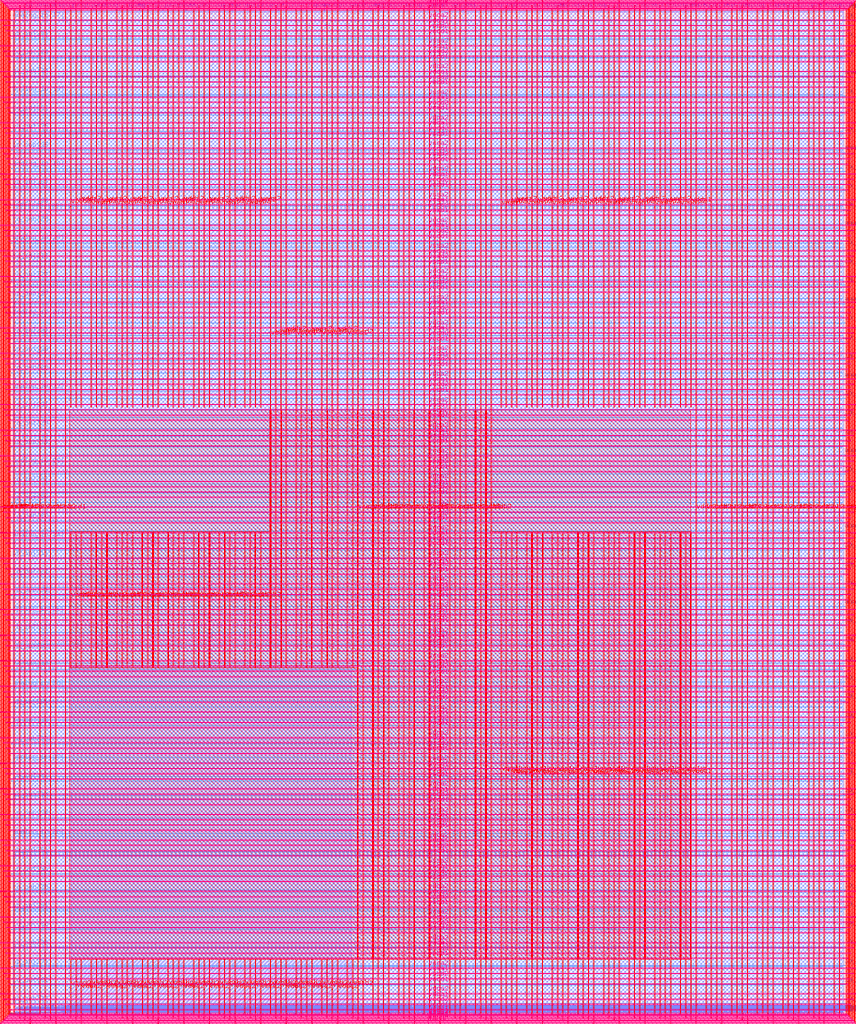
<source format=lef>
VERSION 5.7 ;
  NOWIREEXTENSIONATPIN ON ;
  DIVIDERCHAR "/" ;
  BUSBITCHARS "[]" ;
MACRO user_project_wrapper
  CLASS BLOCK ;
  FOREIGN user_project_wrapper ;
  ORIGIN 0.000 0.000 ;
  SIZE 2920.000 BY 3520.000 ;
  PIN analog_io[0]
    DIRECTION INOUT ;
    USE SIGNAL ;
    PORT
      LAYER met3 ;
        RECT 2917.600 1426.380 2924.800 1427.580 ;
    END
  END analog_io[0]
  PIN analog_io[10]
    DIRECTION INOUT ;
    USE SIGNAL ;
    PORT
      LAYER met2 ;
        RECT 2230.490 3517.600 2231.050 3524.800 ;
    END
  END analog_io[10]
  PIN analog_io[11]
    DIRECTION INOUT ;
    USE SIGNAL ;
    PORT
      LAYER met2 ;
        RECT 1905.730 3517.600 1906.290 3524.800 ;
    END
  END analog_io[11]
  PIN analog_io[12]
    DIRECTION INOUT ;
    USE SIGNAL ;
    PORT
      LAYER met2 ;
        RECT 1581.430 3517.600 1581.990 3524.800 ;
    END
  END analog_io[12]
  PIN analog_io[13]
    DIRECTION INOUT ;
    USE SIGNAL ;
    PORT
      LAYER met2 ;
        RECT 1257.130 3517.600 1257.690 3524.800 ;
    END
  END analog_io[13]
  PIN analog_io[14]
    DIRECTION INOUT ;
    USE SIGNAL ;
    PORT
      LAYER met2 ;
        RECT 932.370 3517.600 932.930 3524.800 ;
    END
  END analog_io[14]
  PIN analog_io[15]
    DIRECTION INOUT ;
    USE SIGNAL ;
    PORT
      LAYER met2 ;
        RECT 608.070 3517.600 608.630 3524.800 ;
    END
  END analog_io[15]
  PIN analog_io[16]
    DIRECTION INOUT ;
    USE SIGNAL ;
    PORT
      LAYER met2 ;
        RECT 283.770 3517.600 284.330 3524.800 ;
    END
  END analog_io[16]
  PIN analog_io[17]
    DIRECTION INOUT ;
    USE SIGNAL ;
    PORT
      LAYER met3 ;
        RECT -4.800 3486.100 2.400 3487.300 ;
    END
  END analog_io[17]
  PIN analog_io[18]
    DIRECTION INOUT ;
    USE SIGNAL ;
    PORT
      LAYER met3 ;
        RECT -4.800 3224.980 2.400 3226.180 ;
    END
  END analog_io[18]
  PIN analog_io[19]
    DIRECTION INOUT ;
    USE SIGNAL ;
    PORT
      LAYER met3 ;
        RECT -4.800 2964.540 2.400 2965.740 ;
    END
  END analog_io[19]
  PIN analog_io[1]
    DIRECTION INOUT ;
    USE SIGNAL ;
    PORT
      LAYER met3 ;
        RECT 2917.600 1692.260 2924.800 1693.460 ;
    END
  END analog_io[1]
  PIN analog_io[20]
    DIRECTION INOUT ;
    USE SIGNAL ;
    PORT
      LAYER met3 ;
        RECT -4.800 2703.420 2.400 2704.620 ;
    END
  END analog_io[20]
  PIN analog_io[21]
    DIRECTION INOUT ;
    USE SIGNAL ;
    PORT
      LAYER met3 ;
        RECT -4.800 2442.980 2.400 2444.180 ;
    END
  END analog_io[21]
  PIN analog_io[22]
    DIRECTION INOUT ;
    USE SIGNAL ;
    PORT
      LAYER met3 ;
        RECT -4.800 2182.540 2.400 2183.740 ;
    END
  END analog_io[22]
  PIN analog_io[23]
    DIRECTION INOUT ;
    USE SIGNAL ;
    PORT
      LAYER met3 ;
        RECT -4.800 1921.420 2.400 1922.620 ;
    END
  END analog_io[23]
  PIN analog_io[24]
    DIRECTION INOUT ;
    USE SIGNAL ;
    PORT
      LAYER met3 ;
        RECT -4.800 1660.980 2.400 1662.180 ;
    END
  END analog_io[24]
  PIN analog_io[25]
    DIRECTION INOUT ;
    USE SIGNAL ;
    PORT
      LAYER met3 ;
        RECT -4.800 1399.860 2.400 1401.060 ;
    END
  END analog_io[25]
  PIN analog_io[26]
    DIRECTION INOUT ;
    USE SIGNAL ;
    PORT
      LAYER met3 ;
        RECT -4.800 1139.420 2.400 1140.620 ;
    END
  END analog_io[26]
  PIN analog_io[27]
    DIRECTION INOUT ;
    USE SIGNAL ;
    PORT
      LAYER met3 ;
        RECT -4.800 878.980 2.400 880.180 ;
    END
  END analog_io[27]
  PIN analog_io[28]
    DIRECTION INOUT ;
    USE SIGNAL ;
    PORT
      LAYER met3 ;
        RECT -4.800 617.860 2.400 619.060 ;
    END
  END analog_io[28]
  PIN analog_io[2]
    DIRECTION INOUT ;
    USE SIGNAL ;
    PORT
      LAYER met3 ;
        RECT 2917.600 1958.140 2924.800 1959.340 ;
    END
  END analog_io[2]
  PIN analog_io[3]
    DIRECTION INOUT ;
    USE SIGNAL ;
    PORT
      LAYER met3 ;
        RECT 2917.600 2223.340 2924.800 2224.540 ;
    END
  END analog_io[3]
  PIN analog_io[4]
    DIRECTION INOUT ;
    USE SIGNAL ;
    PORT
      LAYER met3 ;
        RECT 2917.600 2489.220 2924.800 2490.420 ;
    END
  END analog_io[4]
  PIN analog_io[5]
    DIRECTION INOUT ;
    USE SIGNAL ;
    PORT
      LAYER met3 ;
        RECT 2917.600 2755.100 2924.800 2756.300 ;
    END
  END analog_io[5]
  PIN analog_io[6]
    DIRECTION INOUT ;
    USE SIGNAL ;
    PORT
      LAYER met3 ;
        RECT 2917.600 3020.300 2924.800 3021.500 ;
    END
  END analog_io[6]
  PIN analog_io[7]
    DIRECTION INOUT ;
    USE SIGNAL ;
    PORT
      LAYER met3 ;
        RECT 2917.600 3286.180 2924.800 3287.380 ;
    END
  END analog_io[7]
  PIN analog_io[8]
    DIRECTION INOUT ;
    USE SIGNAL ;
    PORT
      LAYER met2 ;
        RECT 2879.090 3517.600 2879.650 3524.800 ;
    END
  END analog_io[8]
  PIN analog_io[9]
    DIRECTION INOUT ;
    USE SIGNAL ;
    PORT
      LAYER met2 ;
        RECT 2554.790 3517.600 2555.350 3524.800 ;
    END
  END analog_io[9]
  PIN io_in[0]
    DIRECTION INPUT ;
    USE SIGNAL ;
    PORT
      LAYER met3 ;
        RECT 2917.600 32.380 2924.800 33.580 ;
    END
  END io_in[0]
  PIN io_in[10]
    DIRECTION INPUT ;
    USE SIGNAL ;
    PORT
      LAYER met3 ;
        RECT 2917.600 2289.980 2924.800 2291.180 ;
    END
  END io_in[10]
  PIN io_in[11]
    DIRECTION INPUT ;
    USE SIGNAL ;
    PORT
      LAYER met3 ;
        RECT 2917.600 2555.860 2924.800 2557.060 ;
    END
  END io_in[11]
  PIN io_in[12]
    DIRECTION INPUT ;
    USE SIGNAL ;
    PORT
      LAYER met3 ;
        RECT 2917.600 2821.060 2924.800 2822.260 ;
    END
  END io_in[12]
  PIN io_in[13]
    DIRECTION INPUT ;
    USE SIGNAL ;
    PORT
      LAYER met3 ;
        RECT 2917.600 3086.940 2924.800 3088.140 ;
    END
  END io_in[13]
  PIN io_in[14]
    DIRECTION INPUT ;
    USE SIGNAL ;
    PORT
      LAYER met3 ;
        RECT 2917.600 3352.820 2924.800 3354.020 ;
    END
  END io_in[14]
  PIN io_in[15]
    DIRECTION INPUT ;
    USE SIGNAL ;
    PORT
      LAYER met2 ;
        RECT 2798.130 3517.600 2798.690 3524.800 ;
    END
  END io_in[15]
  PIN io_in[16]
    DIRECTION INPUT ;
    USE SIGNAL ;
    PORT
      LAYER met2 ;
        RECT 2473.830 3517.600 2474.390 3524.800 ;
    END
  END io_in[16]
  PIN io_in[17]
    DIRECTION INPUT ;
    USE SIGNAL ;
    PORT
      LAYER met2 ;
        RECT 2149.070 3517.600 2149.630 3524.800 ;
    END
  END io_in[17]
  PIN io_in[18]
    DIRECTION INPUT ;
    USE SIGNAL ;
    PORT
      LAYER met2 ;
        RECT 1824.770 3517.600 1825.330 3524.800 ;
    END
  END io_in[18]
  PIN io_in[19]
    DIRECTION INPUT ;
    USE SIGNAL ;
    PORT
      LAYER met2 ;
        RECT 1500.470 3517.600 1501.030 3524.800 ;
    END
  END io_in[19]
  PIN io_in[1]
    DIRECTION INPUT ;
    USE SIGNAL ;
    PORT
      LAYER met3 ;
        RECT 2917.600 230.940 2924.800 232.140 ;
    END
  END io_in[1]
  PIN io_in[20]
    DIRECTION INPUT ;
    USE SIGNAL ;
    PORT
      LAYER met2 ;
        RECT 1175.710 3517.600 1176.270 3524.800 ;
    END
  END io_in[20]
  PIN io_in[21]
    DIRECTION INPUT ;
    USE SIGNAL ;
    PORT
      LAYER met2 ;
        RECT 851.410 3517.600 851.970 3524.800 ;
    END
  END io_in[21]
  PIN io_in[22]
    DIRECTION INPUT ;
    USE SIGNAL ;
    PORT
      LAYER met2 ;
        RECT 527.110 3517.600 527.670 3524.800 ;
    END
  END io_in[22]
  PIN io_in[23]
    DIRECTION INPUT ;
    USE SIGNAL ;
    PORT
      LAYER met2 ;
        RECT 202.350 3517.600 202.910 3524.800 ;
    END
  END io_in[23]
  PIN io_in[24]
    DIRECTION INPUT ;
    USE SIGNAL ;
    PORT
      LAYER met3 ;
        RECT -4.800 3420.820 2.400 3422.020 ;
    END
  END io_in[24]
  PIN io_in[25]
    DIRECTION INPUT ;
    USE SIGNAL ;
    PORT
      LAYER met3 ;
        RECT -4.800 3159.700 2.400 3160.900 ;
    END
  END io_in[25]
  PIN io_in[26]
    DIRECTION INPUT ;
    USE SIGNAL ;
    PORT
      LAYER met3 ;
        RECT -4.800 2899.260 2.400 2900.460 ;
    END
  END io_in[26]
  PIN io_in[27]
    DIRECTION INPUT ;
    USE SIGNAL ;
    PORT
      LAYER met3 ;
        RECT -4.800 2638.820 2.400 2640.020 ;
    END
  END io_in[27]
  PIN io_in[28]
    DIRECTION INPUT ;
    USE SIGNAL ;
    PORT
      LAYER met3 ;
        RECT -4.800 2377.700 2.400 2378.900 ;
    END
  END io_in[28]
  PIN io_in[29]
    DIRECTION INPUT ;
    USE SIGNAL ;
    PORT
      LAYER met3 ;
        RECT -4.800 2117.260 2.400 2118.460 ;
    END
  END io_in[29]
  PIN io_in[2]
    DIRECTION INPUT ;
    USE SIGNAL ;
    PORT
      LAYER met3 ;
        RECT 2917.600 430.180 2924.800 431.380 ;
    END
  END io_in[2]
  PIN io_in[30]
    DIRECTION INPUT ;
    USE SIGNAL ;
    PORT
      LAYER met3 ;
        RECT -4.800 1856.140 2.400 1857.340 ;
    END
  END io_in[30]
  PIN io_in[31]
    DIRECTION INPUT ;
    USE SIGNAL ;
    PORT
      LAYER met3 ;
        RECT -4.800 1595.700 2.400 1596.900 ;
    END
  END io_in[31]
  PIN io_in[32]
    DIRECTION INPUT ;
    USE SIGNAL ;
    PORT
      LAYER met3 ;
        RECT -4.800 1335.260 2.400 1336.460 ;
    END
  END io_in[32]
  PIN io_in[33]
    DIRECTION INPUT ;
    USE SIGNAL ;
    PORT
      LAYER met3 ;
        RECT -4.800 1074.140 2.400 1075.340 ;
    END
  END io_in[33]
  PIN io_in[34]
    DIRECTION INPUT ;
    USE SIGNAL ;
    PORT
      LAYER met3 ;
        RECT -4.800 813.700 2.400 814.900 ;
    END
  END io_in[34]
  PIN io_in[35]
    DIRECTION INPUT ;
    USE SIGNAL ;
    PORT
      LAYER met3 ;
        RECT -4.800 552.580 2.400 553.780 ;
    END
  END io_in[35]
  PIN io_in[36]
    DIRECTION INPUT ;
    USE SIGNAL ;
    PORT
      LAYER met3 ;
        RECT -4.800 357.420 2.400 358.620 ;
    END
  END io_in[36]
  PIN io_in[37]
    DIRECTION INPUT ;
    USE SIGNAL ;
    PORT
      LAYER met3 ;
        RECT -4.800 161.580 2.400 162.780 ;
    END
  END io_in[37]
  PIN io_in[3]
    DIRECTION INPUT ;
    USE SIGNAL ;
    PORT
      LAYER met3 ;
        RECT 2917.600 629.420 2924.800 630.620 ;
    END
  END io_in[3]
  PIN io_in[4]
    DIRECTION INPUT ;
    USE SIGNAL ;
    PORT
      LAYER met3 ;
        RECT 2917.600 828.660 2924.800 829.860 ;
    END
  END io_in[4]
  PIN io_in[5]
    DIRECTION INPUT ;
    USE SIGNAL ;
    PORT
      LAYER met3 ;
        RECT 2917.600 1027.900 2924.800 1029.100 ;
    END
  END io_in[5]
  PIN io_in[6]
    DIRECTION INPUT ;
    USE SIGNAL ;
    PORT
      LAYER met3 ;
        RECT 2917.600 1227.140 2924.800 1228.340 ;
    END
  END io_in[6]
  PIN io_in[7]
    DIRECTION INPUT ;
    USE SIGNAL ;
    PORT
      LAYER met3 ;
        RECT 2917.600 1493.020 2924.800 1494.220 ;
    END
  END io_in[7]
  PIN io_in[8]
    DIRECTION INPUT ;
    USE SIGNAL ;
    PORT
      LAYER met3 ;
        RECT 2917.600 1758.900 2924.800 1760.100 ;
    END
  END io_in[8]
  PIN io_in[9]
    DIRECTION INPUT ;
    USE SIGNAL ;
    PORT
      LAYER met3 ;
        RECT 2917.600 2024.100 2924.800 2025.300 ;
    END
  END io_in[9]
  PIN io_oeb[0]
    DIRECTION OUTPUT TRISTATE ;
    USE SIGNAL ;
    PORT
      LAYER met3 ;
        RECT 2917.600 164.980 2924.800 166.180 ;
    END
  END io_oeb[0]
  PIN io_oeb[10]
    DIRECTION OUTPUT TRISTATE ;
    USE SIGNAL ;
    PORT
      LAYER met3 ;
        RECT 2917.600 2422.580 2924.800 2423.780 ;
    END
  END io_oeb[10]
  PIN io_oeb[11]
    DIRECTION OUTPUT TRISTATE ;
    USE SIGNAL ;
    PORT
      LAYER met3 ;
        RECT 2917.600 2688.460 2924.800 2689.660 ;
    END
  END io_oeb[11]
  PIN io_oeb[12]
    DIRECTION OUTPUT TRISTATE ;
    USE SIGNAL ;
    PORT
      LAYER met3 ;
        RECT 2917.600 2954.340 2924.800 2955.540 ;
    END
  END io_oeb[12]
  PIN io_oeb[13]
    DIRECTION OUTPUT TRISTATE ;
    USE SIGNAL ;
    PORT
      LAYER met3 ;
        RECT 2917.600 3219.540 2924.800 3220.740 ;
    END
  END io_oeb[13]
  PIN io_oeb[14]
    DIRECTION OUTPUT TRISTATE ;
    USE SIGNAL ;
    PORT
      LAYER met3 ;
        RECT 2917.600 3485.420 2924.800 3486.620 ;
    END
  END io_oeb[14]
  PIN io_oeb[15]
    DIRECTION OUTPUT TRISTATE ;
    USE SIGNAL ;
    PORT
      LAYER met2 ;
        RECT 2635.750 3517.600 2636.310 3524.800 ;
    END
  END io_oeb[15]
  PIN io_oeb[16]
    DIRECTION OUTPUT TRISTATE ;
    USE SIGNAL ;
    PORT
      LAYER met2 ;
        RECT 2311.450 3517.600 2312.010 3524.800 ;
    END
  END io_oeb[16]
  PIN io_oeb[17]
    DIRECTION OUTPUT TRISTATE ;
    USE SIGNAL ;
    PORT
      LAYER met2 ;
        RECT 1987.150 3517.600 1987.710 3524.800 ;
    END
  END io_oeb[17]
  PIN io_oeb[18]
    DIRECTION OUTPUT TRISTATE ;
    USE SIGNAL ;
    PORT
      LAYER met2 ;
        RECT 1662.390 3517.600 1662.950 3524.800 ;
    END
  END io_oeb[18]
  PIN io_oeb[19]
    DIRECTION OUTPUT TRISTATE ;
    USE SIGNAL ;
    PORT
      LAYER met2 ;
        RECT 1338.090 3517.600 1338.650 3524.800 ;
    END
  END io_oeb[19]
  PIN io_oeb[1]
    DIRECTION OUTPUT TRISTATE ;
    USE SIGNAL ;
    PORT
      LAYER met3 ;
        RECT 2917.600 364.220 2924.800 365.420 ;
    END
  END io_oeb[1]
  PIN io_oeb[20]
    DIRECTION OUTPUT TRISTATE ;
    USE SIGNAL ;
    PORT
      LAYER met2 ;
        RECT 1013.790 3517.600 1014.350 3524.800 ;
    END
  END io_oeb[20]
  PIN io_oeb[21]
    DIRECTION OUTPUT TRISTATE ;
    USE SIGNAL ;
    PORT
      LAYER met2 ;
        RECT 689.030 3517.600 689.590 3524.800 ;
    END
  END io_oeb[21]
  PIN io_oeb[22]
    DIRECTION OUTPUT TRISTATE ;
    USE SIGNAL ;
    PORT
      LAYER met2 ;
        RECT 364.730 3517.600 365.290 3524.800 ;
    END
  END io_oeb[22]
  PIN io_oeb[23]
    DIRECTION OUTPUT TRISTATE ;
    USE SIGNAL ;
    PORT
      LAYER met2 ;
        RECT 40.430 3517.600 40.990 3524.800 ;
    END
  END io_oeb[23]
  PIN io_oeb[24]
    DIRECTION OUTPUT TRISTATE ;
    USE SIGNAL ;
    PORT
      LAYER met3 ;
        RECT -4.800 3290.260 2.400 3291.460 ;
    END
  END io_oeb[24]
  PIN io_oeb[25]
    DIRECTION OUTPUT TRISTATE ;
    USE SIGNAL ;
    PORT
      LAYER met3 ;
        RECT -4.800 3029.820 2.400 3031.020 ;
    END
  END io_oeb[25]
  PIN io_oeb[26]
    DIRECTION OUTPUT TRISTATE ;
    USE SIGNAL ;
    PORT
      LAYER met3 ;
        RECT -4.800 2768.700 2.400 2769.900 ;
    END
  END io_oeb[26]
  PIN io_oeb[27]
    DIRECTION OUTPUT TRISTATE ;
    USE SIGNAL ;
    PORT
      LAYER met3 ;
        RECT -4.800 2508.260 2.400 2509.460 ;
    END
  END io_oeb[27]
  PIN io_oeb[28]
    DIRECTION OUTPUT TRISTATE ;
    USE SIGNAL ;
    PORT
      LAYER met3 ;
        RECT -4.800 2247.140 2.400 2248.340 ;
    END
  END io_oeb[28]
  PIN io_oeb[29]
    DIRECTION OUTPUT TRISTATE ;
    USE SIGNAL ;
    PORT
      LAYER met3 ;
        RECT -4.800 1986.700 2.400 1987.900 ;
    END
  END io_oeb[29]
  PIN io_oeb[2]
    DIRECTION OUTPUT TRISTATE ;
    USE SIGNAL ;
    PORT
      LAYER met3 ;
        RECT 2917.600 563.460 2924.800 564.660 ;
    END
  END io_oeb[2]
  PIN io_oeb[30]
    DIRECTION OUTPUT TRISTATE ;
    USE SIGNAL ;
    PORT
      LAYER met3 ;
        RECT -4.800 1726.260 2.400 1727.460 ;
    END
  END io_oeb[30]
  PIN io_oeb[31]
    DIRECTION OUTPUT TRISTATE ;
    USE SIGNAL ;
    PORT
      LAYER met3 ;
        RECT -4.800 1465.140 2.400 1466.340 ;
    END
  END io_oeb[31]
  PIN io_oeb[32]
    DIRECTION OUTPUT TRISTATE ;
    USE SIGNAL ;
    PORT
      LAYER met3 ;
        RECT -4.800 1204.700 2.400 1205.900 ;
    END
  END io_oeb[32]
  PIN io_oeb[33]
    DIRECTION OUTPUT TRISTATE ;
    USE SIGNAL ;
    PORT
      LAYER met3 ;
        RECT -4.800 943.580 2.400 944.780 ;
    END
  END io_oeb[33]
  PIN io_oeb[34]
    DIRECTION OUTPUT TRISTATE ;
    USE SIGNAL ;
    PORT
      LAYER met3 ;
        RECT -4.800 683.140 2.400 684.340 ;
    END
  END io_oeb[34]
  PIN io_oeb[35]
    DIRECTION OUTPUT TRISTATE ;
    USE SIGNAL ;
    PORT
      LAYER met3 ;
        RECT -4.800 422.700 2.400 423.900 ;
    END
  END io_oeb[35]
  PIN io_oeb[36]
    DIRECTION OUTPUT TRISTATE ;
    USE SIGNAL ;
    PORT
      LAYER met3 ;
        RECT -4.800 226.860 2.400 228.060 ;
    END
  END io_oeb[36]
  PIN io_oeb[37]
    DIRECTION OUTPUT TRISTATE ;
    USE SIGNAL ;
    PORT
      LAYER met3 ;
        RECT -4.800 31.700 2.400 32.900 ;
    END
  END io_oeb[37]
  PIN io_oeb[3]
    DIRECTION OUTPUT TRISTATE ;
    USE SIGNAL ;
    PORT
      LAYER met3 ;
        RECT 2917.600 762.700 2924.800 763.900 ;
    END
  END io_oeb[3]
  PIN io_oeb[4]
    DIRECTION OUTPUT TRISTATE ;
    USE SIGNAL ;
    PORT
      LAYER met3 ;
        RECT 2917.600 961.940 2924.800 963.140 ;
    END
  END io_oeb[4]
  PIN io_oeb[5]
    DIRECTION OUTPUT TRISTATE ;
    USE SIGNAL ;
    PORT
      LAYER met3 ;
        RECT 2917.600 1161.180 2924.800 1162.380 ;
    END
  END io_oeb[5]
  PIN io_oeb[6]
    DIRECTION OUTPUT TRISTATE ;
    USE SIGNAL ;
    PORT
      LAYER met3 ;
        RECT 2917.600 1360.420 2924.800 1361.620 ;
    END
  END io_oeb[6]
  PIN io_oeb[7]
    DIRECTION OUTPUT TRISTATE ;
    USE SIGNAL ;
    PORT
      LAYER met3 ;
        RECT 2917.600 1625.620 2924.800 1626.820 ;
    END
  END io_oeb[7]
  PIN io_oeb[8]
    DIRECTION OUTPUT TRISTATE ;
    USE SIGNAL ;
    PORT
      LAYER met3 ;
        RECT 2917.600 1891.500 2924.800 1892.700 ;
    END
  END io_oeb[8]
  PIN io_oeb[9]
    DIRECTION OUTPUT TRISTATE ;
    USE SIGNAL ;
    PORT
      LAYER met3 ;
        RECT 2917.600 2157.380 2924.800 2158.580 ;
    END
  END io_oeb[9]
  PIN io_out[0]
    DIRECTION OUTPUT TRISTATE ;
    USE SIGNAL ;
    PORT
      LAYER met3 ;
        RECT 2917.600 98.340 2924.800 99.540 ;
    END
  END io_out[0]
  PIN io_out[10]
    DIRECTION OUTPUT TRISTATE ;
    USE SIGNAL ;
    PORT
      LAYER met3 ;
        RECT 2917.600 2356.620 2924.800 2357.820 ;
    END
  END io_out[10]
  PIN io_out[11]
    DIRECTION OUTPUT TRISTATE ;
    USE SIGNAL ;
    PORT
      LAYER met3 ;
        RECT 2917.600 2621.820 2924.800 2623.020 ;
    END
  END io_out[11]
  PIN io_out[12]
    DIRECTION OUTPUT TRISTATE ;
    USE SIGNAL ;
    PORT
      LAYER met3 ;
        RECT 2917.600 2887.700 2924.800 2888.900 ;
    END
  END io_out[12]
  PIN io_out[13]
    DIRECTION OUTPUT TRISTATE ;
    USE SIGNAL ;
    PORT
      LAYER met3 ;
        RECT 2917.600 3153.580 2924.800 3154.780 ;
    END
  END io_out[13]
  PIN io_out[14]
    DIRECTION OUTPUT TRISTATE ;
    USE SIGNAL ;
    PORT
      LAYER met3 ;
        RECT 2917.600 3418.780 2924.800 3419.980 ;
    END
  END io_out[14]
  PIN io_out[15]
    DIRECTION OUTPUT TRISTATE ;
    USE SIGNAL ;
    PORT
      LAYER met2 ;
        RECT 2717.170 3517.600 2717.730 3524.800 ;
    END
  END io_out[15]
  PIN io_out[16]
    DIRECTION OUTPUT TRISTATE ;
    USE SIGNAL ;
    PORT
      LAYER met2 ;
        RECT 2392.410 3517.600 2392.970 3524.800 ;
    END
  END io_out[16]
  PIN io_out[17]
    DIRECTION OUTPUT TRISTATE ;
    USE SIGNAL ;
    PORT
      LAYER met2 ;
        RECT 2068.110 3517.600 2068.670 3524.800 ;
    END
  END io_out[17]
  PIN io_out[18]
    DIRECTION OUTPUT TRISTATE ;
    USE SIGNAL ;
    PORT
      LAYER met2 ;
        RECT 1743.810 3517.600 1744.370 3524.800 ;
    END
  END io_out[18]
  PIN io_out[19]
    DIRECTION OUTPUT TRISTATE ;
    USE SIGNAL ;
    PORT
      LAYER met2 ;
        RECT 1419.050 3517.600 1419.610 3524.800 ;
    END
  END io_out[19]
  PIN io_out[1]
    DIRECTION OUTPUT TRISTATE ;
    USE SIGNAL ;
    PORT
      LAYER met3 ;
        RECT 2917.600 297.580 2924.800 298.780 ;
    END
  END io_out[1]
  PIN io_out[20]
    DIRECTION OUTPUT TRISTATE ;
    USE SIGNAL ;
    PORT
      LAYER met2 ;
        RECT 1094.750 3517.600 1095.310 3524.800 ;
    END
  END io_out[20]
  PIN io_out[21]
    DIRECTION OUTPUT TRISTATE ;
    USE SIGNAL ;
    PORT
      LAYER met2 ;
        RECT 770.450 3517.600 771.010 3524.800 ;
    END
  END io_out[21]
  PIN io_out[22]
    DIRECTION OUTPUT TRISTATE ;
    USE SIGNAL ;
    PORT
      LAYER met2 ;
        RECT 445.690 3517.600 446.250 3524.800 ;
    END
  END io_out[22]
  PIN io_out[23]
    DIRECTION OUTPUT TRISTATE ;
    USE SIGNAL ;
    PORT
      LAYER met2 ;
        RECT 121.390 3517.600 121.950 3524.800 ;
    END
  END io_out[23]
  PIN io_out[24]
    DIRECTION OUTPUT TRISTATE ;
    USE SIGNAL ;
    PORT
      LAYER met3 ;
        RECT -4.800 3355.540 2.400 3356.740 ;
    END
  END io_out[24]
  PIN io_out[25]
    DIRECTION OUTPUT TRISTATE ;
    USE SIGNAL ;
    PORT
      LAYER met3 ;
        RECT -4.800 3095.100 2.400 3096.300 ;
    END
  END io_out[25]
  PIN io_out[26]
    DIRECTION OUTPUT TRISTATE ;
    USE SIGNAL ;
    PORT
      LAYER met3 ;
        RECT -4.800 2833.980 2.400 2835.180 ;
    END
  END io_out[26]
  PIN io_out[27]
    DIRECTION OUTPUT TRISTATE ;
    USE SIGNAL ;
    PORT
      LAYER met3 ;
        RECT -4.800 2573.540 2.400 2574.740 ;
    END
  END io_out[27]
  PIN io_out[28]
    DIRECTION OUTPUT TRISTATE ;
    USE SIGNAL ;
    PORT
      LAYER met3 ;
        RECT -4.800 2312.420 2.400 2313.620 ;
    END
  END io_out[28]
  PIN io_out[29]
    DIRECTION OUTPUT TRISTATE ;
    USE SIGNAL ;
    PORT
      LAYER met3 ;
        RECT -4.800 2051.980 2.400 2053.180 ;
    END
  END io_out[29]
  PIN io_out[2]
    DIRECTION OUTPUT TRISTATE ;
    USE SIGNAL ;
    PORT
      LAYER met3 ;
        RECT 2917.600 496.820 2924.800 498.020 ;
    END
  END io_out[2]
  PIN io_out[30]
    DIRECTION OUTPUT TRISTATE ;
    USE SIGNAL ;
    PORT
      LAYER met3 ;
        RECT -4.800 1791.540 2.400 1792.740 ;
    END
  END io_out[30]
  PIN io_out[31]
    DIRECTION OUTPUT TRISTATE ;
    USE SIGNAL ;
    PORT
      LAYER met3 ;
        RECT -4.800 1530.420 2.400 1531.620 ;
    END
  END io_out[31]
  PIN io_out[32]
    DIRECTION OUTPUT TRISTATE ;
    USE SIGNAL ;
    PORT
      LAYER met3 ;
        RECT -4.800 1269.980 2.400 1271.180 ;
    END
  END io_out[32]
  PIN io_out[33]
    DIRECTION OUTPUT TRISTATE ;
    USE SIGNAL ;
    PORT
      LAYER met3 ;
        RECT -4.800 1008.860 2.400 1010.060 ;
    END
  END io_out[33]
  PIN io_out[34]
    DIRECTION OUTPUT TRISTATE ;
    USE SIGNAL ;
    PORT
      LAYER met3 ;
        RECT -4.800 748.420 2.400 749.620 ;
    END
  END io_out[34]
  PIN io_out[35]
    DIRECTION OUTPUT TRISTATE ;
    USE SIGNAL ;
    PORT
      LAYER met3 ;
        RECT -4.800 487.300 2.400 488.500 ;
    END
  END io_out[35]
  PIN io_out[36]
    DIRECTION OUTPUT TRISTATE ;
    USE SIGNAL ;
    PORT
      LAYER met3 ;
        RECT -4.800 292.140 2.400 293.340 ;
    END
  END io_out[36]
  PIN io_out[37]
    DIRECTION OUTPUT TRISTATE ;
    USE SIGNAL ;
    PORT
      LAYER met3 ;
        RECT -4.800 96.300 2.400 97.500 ;
    END
  END io_out[37]
  PIN io_out[3]
    DIRECTION OUTPUT TRISTATE ;
    USE SIGNAL ;
    PORT
      LAYER met3 ;
        RECT 2917.600 696.060 2924.800 697.260 ;
    END
  END io_out[3]
  PIN io_out[4]
    DIRECTION OUTPUT TRISTATE ;
    USE SIGNAL ;
    PORT
      LAYER met3 ;
        RECT 2917.600 895.300 2924.800 896.500 ;
    END
  END io_out[4]
  PIN io_out[5]
    DIRECTION OUTPUT TRISTATE ;
    USE SIGNAL ;
    PORT
      LAYER met3 ;
        RECT 2917.600 1094.540 2924.800 1095.740 ;
    END
  END io_out[5]
  PIN io_out[6]
    DIRECTION OUTPUT TRISTATE ;
    USE SIGNAL ;
    PORT
      LAYER met3 ;
        RECT 2917.600 1293.780 2924.800 1294.980 ;
    END
  END io_out[6]
  PIN io_out[7]
    DIRECTION OUTPUT TRISTATE ;
    USE SIGNAL ;
    PORT
      LAYER met3 ;
        RECT 2917.600 1559.660 2924.800 1560.860 ;
    END
  END io_out[7]
  PIN io_out[8]
    DIRECTION OUTPUT TRISTATE ;
    USE SIGNAL ;
    PORT
      LAYER met3 ;
        RECT 2917.600 1824.860 2924.800 1826.060 ;
    END
  END io_out[8]
  PIN io_out[9]
    DIRECTION OUTPUT TRISTATE ;
    USE SIGNAL ;
    PORT
      LAYER met3 ;
        RECT 2917.600 2090.740 2924.800 2091.940 ;
    END
  END io_out[9]
  PIN la_data_in[0]
    DIRECTION INPUT ;
    USE SIGNAL ;
    PORT
      LAYER met2 ;
        RECT 629.230 -4.800 629.790 2.400 ;
    END
  END la_data_in[0]
  PIN la_data_in[100]
    DIRECTION INPUT ;
    USE SIGNAL ;
    PORT
      LAYER met2 ;
        RECT 2402.530 -4.800 2403.090 2.400 ;
    END
  END la_data_in[100]
  PIN la_data_in[101]
    DIRECTION INPUT ;
    USE SIGNAL ;
    PORT
      LAYER met2 ;
        RECT 2420.010 -4.800 2420.570 2.400 ;
    END
  END la_data_in[101]
  PIN la_data_in[102]
    DIRECTION INPUT ;
    USE SIGNAL ;
    PORT
      LAYER met2 ;
        RECT 2437.950 -4.800 2438.510 2.400 ;
    END
  END la_data_in[102]
  PIN la_data_in[103]
    DIRECTION INPUT ;
    USE SIGNAL ;
    PORT
      LAYER met2 ;
        RECT 2455.430 -4.800 2455.990 2.400 ;
    END
  END la_data_in[103]
  PIN la_data_in[104]
    DIRECTION INPUT ;
    USE SIGNAL ;
    PORT
      LAYER met2 ;
        RECT 2473.370 -4.800 2473.930 2.400 ;
    END
  END la_data_in[104]
  PIN la_data_in[105]
    DIRECTION INPUT ;
    USE SIGNAL ;
    PORT
      LAYER met2 ;
        RECT 2490.850 -4.800 2491.410 2.400 ;
    END
  END la_data_in[105]
  PIN la_data_in[106]
    DIRECTION INPUT ;
    USE SIGNAL ;
    PORT
      LAYER met2 ;
        RECT 2508.790 -4.800 2509.350 2.400 ;
    END
  END la_data_in[106]
  PIN la_data_in[107]
    DIRECTION INPUT ;
    USE SIGNAL ;
    PORT
      LAYER met2 ;
        RECT 2526.730 -4.800 2527.290 2.400 ;
    END
  END la_data_in[107]
  PIN la_data_in[108]
    DIRECTION INPUT ;
    USE SIGNAL ;
    PORT
      LAYER met2 ;
        RECT 2544.210 -4.800 2544.770 2.400 ;
    END
  END la_data_in[108]
  PIN la_data_in[109]
    DIRECTION INPUT ;
    USE SIGNAL ;
    PORT
      LAYER met2 ;
        RECT 2562.150 -4.800 2562.710 2.400 ;
    END
  END la_data_in[109]
  PIN la_data_in[10]
    DIRECTION INPUT ;
    USE SIGNAL ;
    PORT
      LAYER met2 ;
        RECT 806.330 -4.800 806.890 2.400 ;
    END
  END la_data_in[10]
  PIN la_data_in[110]
    DIRECTION INPUT ;
    USE SIGNAL ;
    PORT
      LAYER met2 ;
        RECT 2579.630 -4.800 2580.190 2.400 ;
    END
  END la_data_in[110]
  PIN la_data_in[111]
    DIRECTION INPUT ;
    USE SIGNAL ;
    PORT
      LAYER met2 ;
        RECT 2597.570 -4.800 2598.130 2.400 ;
    END
  END la_data_in[111]
  PIN la_data_in[112]
    DIRECTION INPUT ;
    USE SIGNAL ;
    PORT
      LAYER met2 ;
        RECT 2615.050 -4.800 2615.610 2.400 ;
    END
  END la_data_in[112]
  PIN la_data_in[113]
    DIRECTION INPUT ;
    USE SIGNAL ;
    PORT
      LAYER met2 ;
        RECT 2632.990 -4.800 2633.550 2.400 ;
    END
  END la_data_in[113]
  PIN la_data_in[114]
    DIRECTION INPUT ;
    USE SIGNAL ;
    PORT
      LAYER met2 ;
        RECT 2650.470 -4.800 2651.030 2.400 ;
    END
  END la_data_in[114]
  PIN la_data_in[115]
    DIRECTION INPUT ;
    USE SIGNAL ;
    PORT
      LAYER met2 ;
        RECT 2668.410 -4.800 2668.970 2.400 ;
    END
  END la_data_in[115]
  PIN la_data_in[116]
    DIRECTION INPUT ;
    USE SIGNAL ;
    PORT
      LAYER met2 ;
        RECT 2685.890 -4.800 2686.450 2.400 ;
    END
  END la_data_in[116]
  PIN la_data_in[117]
    DIRECTION INPUT ;
    USE SIGNAL ;
    PORT
      LAYER met2 ;
        RECT 2703.830 -4.800 2704.390 2.400 ;
    END
  END la_data_in[117]
  PIN la_data_in[118]
    DIRECTION INPUT ;
    USE SIGNAL ;
    PORT
      LAYER met2 ;
        RECT 2721.770 -4.800 2722.330 2.400 ;
    END
  END la_data_in[118]
  PIN la_data_in[119]
    DIRECTION INPUT ;
    USE SIGNAL ;
    PORT
      LAYER met2 ;
        RECT 2739.250 -4.800 2739.810 2.400 ;
    END
  END la_data_in[119]
  PIN la_data_in[11]
    DIRECTION INPUT ;
    USE SIGNAL ;
    PORT
      LAYER met2 ;
        RECT 824.270 -4.800 824.830 2.400 ;
    END
  END la_data_in[11]
  PIN la_data_in[120]
    DIRECTION INPUT ;
    USE SIGNAL ;
    PORT
      LAYER met2 ;
        RECT 2757.190 -4.800 2757.750 2.400 ;
    END
  END la_data_in[120]
  PIN la_data_in[121]
    DIRECTION INPUT ;
    USE SIGNAL ;
    PORT
      LAYER met2 ;
        RECT 2774.670 -4.800 2775.230 2.400 ;
    END
  END la_data_in[121]
  PIN la_data_in[122]
    DIRECTION INPUT ;
    USE SIGNAL ;
    PORT
      LAYER met2 ;
        RECT 2792.610 -4.800 2793.170 2.400 ;
    END
  END la_data_in[122]
  PIN la_data_in[123]
    DIRECTION INPUT ;
    USE SIGNAL ;
    PORT
      LAYER met2 ;
        RECT 2810.090 -4.800 2810.650 2.400 ;
    END
  END la_data_in[123]
  PIN la_data_in[124]
    DIRECTION INPUT ;
    USE SIGNAL ;
    PORT
      LAYER met2 ;
        RECT 2828.030 -4.800 2828.590 2.400 ;
    END
  END la_data_in[124]
  PIN la_data_in[125]
    DIRECTION INPUT ;
    USE SIGNAL ;
    PORT
      LAYER met2 ;
        RECT 2845.510 -4.800 2846.070 2.400 ;
    END
  END la_data_in[125]
  PIN la_data_in[126]
    DIRECTION INPUT ;
    USE SIGNAL ;
    PORT
      LAYER met2 ;
        RECT 2863.450 -4.800 2864.010 2.400 ;
    END
  END la_data_in[126]
  PIN la_data_in[127]
    DIRECTION INPUT ;
    USE SIGNAL ;
    PORT
      LAYER met2 ;
        RECT 2881.390 -4.800 2881.950 2.400 ;
    END
  END la_data_in[127]
  PIN la_data_in[12]
    DIRECTION INPUT ;
    USE SIGNAL ;
    PORT
      LAYER met2 ;
        RECT 841.750 -4.800 842.310 2.400 ;
    END
  END la_data_in[12]
  PIN la_data_in[13]
    DIRECTION INPUT ;
    USE SIGNAL ;
    PORT
      LAYER met2 ;
        RECT 859.690 -4.800 860.250 2.400 ;
    END
  END la_data_in[13]
  PIN la_data_in[14]
    DIRECTION INPUT ;
    USE SIGNAL ;
    PORT
      LAYER met2 ;
        RECT 877.170 -4.800 877.730 2.400 ;
    END
  END la_data_in[14]
  PIN la_data_in[15]
    DIRECTION INPUT ;
    USE SIGNAL ;
    PORT
      LAYER met2 ;
        RECT 895.110 -4.800 895.670 2.400 ;
    END
  END la_data_in[15]
  PIN la_data_in[16]
    DIRECTION INPUT ;
    USE SIGNAL ;
    PORT
      LAYER met2 ;
        RECT 912.590 -4.800 913.150 2.400 ;
    END
  END la_data_in[16]
  PIN la_data_in[17]
    DIRECTION INPUT ;
    USE SIGNAL ;
    PORT
      LAYER met2 ;
        RECT 930.530 -4.800 931.090 2.400 ;
    END
  END la_data_in[17]
  PIN la_data_in[18]
    DIRECTION INPUT ;
    USE SIGNAL ;
    PORT
      LAYER met2 ;
        RECT 948.470 -4.800 949.030 2.400 ;
    END
  END la_data_in[18]
  PIN la_data_in[19]
    DIRECTION INPUT ;
    USE SIGNAL ;
    PORT
      LAYER met2 ;
        RECT 965.950 -4.800 966.510 2.400 ;
    END
  END la_data_in[19]
  PIN la_data_in[1]
    DIRECTION INPUT ;
    USE SIGNAL ;
    PORT
      LAYER met2 ;
        RECT 646.710 -4.800 647.270 2.400 ;
    END
  END la_data_in[1]
  PIN la_data_in[20]
    DIRECTION INPUT ;
    USE SIGNAL ;
    PORT
      LAYER met2 ;
        RECT 983.890 -4.800 984.450 2.400 ;
    END
  END la_data_in[20]
  PIN la_data_in[21]
    DIRECTION INPUT ;
    USE SIGNAL ;
    PORT
      LAYER met2 ;
        RECT 1001.370 -4.800 1001.930 2.400 ;
    END
  END la_data_in[21]
  PIN la_data_in[22]
    DIRECTION INPUT ;
    USE SIGNAL ;
    PORT
      LAYER met2 ;
        RECT 1019.310 -4.800 1019.870 2.400 ;
    END
  END la_data_in[22]
  PIN la_data_in[23]
    DIRECTION INPUT ;
    USE SIGNAL ;
    PORT
      LAYER met2 ;
        RECT 1036.790 -4.800 1037.350 2.400 ;
    END
  END la_data_in[23]
  PIN la_data_in[24]
    DIRECTION INPUT ;
    USE SIGNAL ;
    PORT
      LAYER met2 ;
        RECT 1054.730 -4.800 1055.290 2.400 ;
    END
  END la_data_in[24]
  PIN la_data_in[25]
    DIRECTION INPUT ;
    USE SIGNAL ;
    PORT
      LAYER met2 ;
        RECT 1072.210 -4.800 1072.770 2.400 ;
    END
  END la_data_in[25]
  PIN la_data_in[26]
    DIRECTION INPUT ;
    USE SIGNAL ;
    PORT
      LAYER met2 ;
        RECT 1090.150 -4.800 1090.710 2.400 ;
    END
  END la_data_in[26]
  PIN la_data_in[27]
    DIRECTION INPUT ;
    USE SIGNAL ;
    PORT
      LAYER met2 ;
        RECT 1107.630 -4.800 1108.190 2.400 ;
    END
  END la_data_in[27]
  PIN la_data_in[28]
    DIRECTION INPUT ;
    USE SIGNAL ;
    PORT
      LAYER met2 ;
        RECT 1125.570 -4.800 1126.130 2.400 ;
    END
  END la_data_in[28]
  PIN la_data_in[29]
    DIRECTION INPUT ;
    USE SIGNAL ;
    PORT
      LAYER met2 ;
        RECT 1143.510 -4.800 1144.070 2.400 ;
    END
  END la_data_in[29]
  PIN la_data_in[2]
    DIRECTION INPUT ;
    USE SIGNAL ;
    PORT
      LAYER met2 ;
        RECT 664.650 -4.800 665.210 2.400 ;
    END
  END la_data_in[2]
  PIN la_data_in[30]
    DIRECTION INPUT ;
    USE SIGNAL ;
    PORT
      LAYER met2 ;
        RECT 1160.990 -4.800 1161.550 2.400 ;
    END
  END la_data_in[30]
  PIN la_data_in[31]
    DIRECTION INPUT ;
    USE SIGNAL ;
    PORT
      LAYER met2 ;
        RECT 1178.930 -4.800 1179.490 2.400 ;
    END
  END la_data_in[31]
  PIN la_data_in[32]
    DIRECTION INPUT ;
    USE SIGNAL ;
    PORT
      LAYER met2 ;
        RECT 1196.410 -4.800 1196.970 2.400 ;
    END
  END la_data_in[32]
  PIN la_data_in[33]
    DIRECTION INPUT ;
    USE SIGNAL ;
    PORT
      LAYER met2 ;
        RECT 1214.350 -4.800 1214.910 2.400 ;
    END
  END la_data_in[33]
  PIN la_data_in[34]
    DIRECTION INPUT ;
    USE SIGNAL ;
    PORT
      LAYER met2 ;
        RECT 1231.830 -4.800 1232.390 2.400 ;
    END
  END la_data_in[34]
  PIN la_data_in[35]
    DIRECTION INPUT ;
    USE SIGNAL ;
    PORT
      LAYER met2 ;
        RECT 1249.770 -4.800 1250.330 2.400 ;
    END
  END la_data_in[35]
  PIN la_data_in[36]
    DIRECTION INPUT ;
    USE SIGNAL ;
    PORT
      LAYER met2 ;
        RECT 1267.250 -4.800 1267.810 2.400 ;
    END
  END la_data_in[36]
  PIN la_data_in[37]
    DIRECTION INPUT ;
    USE SIGNAL ;
    PORT
      LAYER met2 ;
        RECT 1285.190 -4.800 1285.750 2.400 ;
    END
  END la_data_in[37]
  PIN la_data_in[38]
    DIRECTION INPUT ;
    USE SIGNAL ;
    PORT
      LAYER met2 ;
        RECT 1303.130 -4.800 1303.690 2.400 ;
    END
  END la_data_in[38]
  PIN la_data_in[39]
    DIRECTION INPUT ;
    USE SIGNAL ;
    PORT
      LAYER met2 ;
        RECT 1320.610 -4.800 1321.170 2.400 ;
    END
  END la_data_in[39]
  PIN la_data_in[3]
    DIRECTION INPUT ;
    USE SIGNAL ;
    PORT
      LAYER met2 ;
        RECT 682.130 -4.800 682.690 2.400 ;
    END
  END la_data_in[3]
  PIN la_data_in[40]
    DIRECTION INPUT ;
    USE SIGNAL ;
    PORT
      LAYER met2 ;
        RECT 1338.550 -4.800 1339.110 2.400 ;
    END
  END la_data_in[40]
  PIN la_data_in[41]
    DIRECTION INPUT ;
    USE SIGNAL ;
    PORT
      LAYER met2 ;
        RECT 1356.030 -4.800 1356.590 2.400 ;
    END
  END la_data_in[41]
  PIN la_data_in[42]
    DIRECTION INPUT ;
    USE SIGNAL ;
    PORT
      LAYER met2 ;
        RECT 1373.970 -4.800 1374.530 2.400 ;
    END
  END la_data_in[42]
  PIN la_data_in[43]
    DIRECTION INPUT ;
    USE SIGNAL ;
    PORT
      LAYER met2 ;
        RECT 1391.450 -4.800 1392.010 2.400 ;
    END
  END la_data_in[43]
  PIN la_data_in[44]
    DIRECTION INPUT ;
    USE SIGNAL ;
    PORT
      LAYER met2 ;
        RECT 1409.390 -4.800 1409.950 2.400 ;
    END
  END la_data_in[44]
  PIN la_data_in[45]
    DIRECTION INPUT ;
    USE SIGNAL ;
    PORT
      LAYER met2 ;
        RECT 1426.870 -4.800 1427.430 2.400 ;
    END
  END la_data_in[45]
  PIN la_data_in[46]
    DIRECTION INPUT ;
    USE SIGNAL ;
    PORT
      LAYER met2 ;
        RECT 1444.810 -4.800 1445.370 2.400 ;
    END
  END la_data_in[46]
  PIN la_data_in[47]
    DIRECTION INPUT ;
    USE SIGNAL ;
    PORT
      LAYER met2 ;
        RECT 1462.750 -4.800 1463.310 2.400 ;
    END
  END la_data_in[47]
  PIN la_data_in[48]
    DIRECTION INPUT ;
    USE SIGNAL ;
    PORT
      LAYER met2 ;
        RECT 1480.230 -4.800 1480.790 2.400 ;
    END
  END la_data_in[48]
  PIN la_data_in[49]
    DIRECTION INPUT ;
    USE SIGNAL ;
    PORT
      LAYER met2 ;
        RECT 1498.170 -4.800 1498.730 2.400 ;
    END
  END la_data_in[49]
  PIN la_data_in[4]
    DIRECTION INPUT ;
    USE SIGNAL ;
    PORT
      LAYER met2 ;
        RECT 700.070 -4.800 700.630 2.400 ;
    END
  END la_data_in[4]
  PIN la_data_in[50]
    DIRECTION INPUT ;
    USE SIGNAL ;
    PORT
      LAYER met2 ;
        RECT 1515.650 -4.800 1516.210 2.400 ;
    END
  END la_data_in[50]
  PIN la_data_in[51]
    DIRECTION INPUT ;
    USE SIGNAL ;
    PORT
      LAYER met2 ;
        RECT 1533.590 -4.800 1534.150 2.400 ;
    END
  END la_data_in[51]
  PIN la_data_in[52]
    DIRECTION INPUT ;
    USE SIGNAL ;
    PORT
      LAYER met2 ;
        RECT 1551.070 -4.800 1551.630 2.400 ;
    END
  END la_data_in[52]
  PIN la_data_in[53]
    DIRECTION INPUT ;
    USE SIGNAL ;
    PORT
      LAYER met2 ;
        RECT 1569.010 -4.800 1569.570 2.400 ;
    END
  END la_data_in[53]
  PIN la_data_in[54]
    DIRECTION INPUT ;
    USE SIGNAL ;
    PORT
      LAYER met2 ;
        RECT 1586.490 -4.800 1587.050 2.400 ;
    END
  END la_data_in[54]
  PIN la_data_in[55]
    DIRECTION INPUT ;
    USE SIGNAL ;
    PORT
      LAYER met2 ;
        RECT 1604.430 -4.800 1604.990 2.400 ;
    END
  END la_data_in[55]
  PIN la_data_in[56]
    DIRECTION INPUT ;
    USE SIGNAL ;
    PORT
      LAYER met2 ;
        RECT 1621.910 -4.800 1622.470 2.400 ;
    END
  END la_data_in[56]
  PIN la_data_in[57]
    DIRECTION INPUT ;
    USE SIGNAL ;
    PORT
      LAYER met2 ;
        RECT 1639.850 -4.800 1640.410 2.400 ;
    END
  END la_data_in[57]
  PIN la_data_in[58]
    DIRECTION INPUT ;
    USE SIGNAL ;
    PORT
      LAYER met2 ;
        RECT 1657.790 -4.800 1658.350 2.400 ;
    END
  END la_data_in[58]
  PIN la_data_in[59]
    DIRECTION INPUT ;
    USE SIGNAL ;
    PORT
      LAYER met2 ;
        RECT 1675.270 -4.800 1675.830 2.400 ;
    END
  END la_data_in[59]
  PIN la_data_in[5]
    DIRECTION INPUT ;
    USE SIGNAL ;
    PORT
      LAYER met2 ;
        RECT 717.550 -4.800 718.110 2.400 ;
    END
  END la_data_in[5]
  PIN la_data_in[60]
    DIRECTION INPUT ;
    USE SIGNAL ;
    PORT
      LAYER met2 ;
        RECT 1693.210 -4.800 1693.770 2.400 ;
    END
  END la_data_in[60]
  PIN la_data_in[61]
    DIRECTION INPUT ;
    USE SIGNAL ;
    PORT
      LAYER met2 ;
        RECT 1710.690 -4.800 1711.250 2.400 ;
    END
  END la_data_in[61]
  PIN la_data_in[62]
    DIRECTION INPUT ;
    USE SIGNAL ;
    PORT
      LAYER met2 ;
        RECT 1728.630 -4.800 1729.190 2.400 ;
    END
  END la_data_in[62]
  PIN la_data_in[63]
    DIRECTION INPUT ;
    USE SIGNAL ;
    PORT
      LAYER met2 ;
        RECT 1746.110 -4.800 1746.670 2.400 ;
    END
  END la_data_in[63]
  PIN la_data_in[64]
    DIRECTION INPUT ;
    USE SIGNAL ;
    PORT
      LAYER met2 ;
        RECT 1764.050 -4.800 1764.610 2.400 ;
    END
  END la_data_in[64]
  PIN la_data_in[65]
    DIRECTION INPUT ;
    USE SIGNAL ;
    PORT
      LAYER met2 ;
        RECT 1781.530 -4.800 1782.090 2.400 ;
    END
  END la_data_in[65]
  PIN la_data_in[66]
    DIRECTION INPUT ;
    USE SIGNAL ;
    PORT
      LAYER met2 ;
        RECT 1799.470 -4.800 1800.030 2.400 ;
    END
  END la_data_in[66]
  PIN la_data_in[67]
    DIRECTION INPUT ;
    USE SIGNAL ;
    PORT
      LAYER met2 ;
        RECT 1817.410 -4.800 1817.970 2.400 ;
    END
  END la_data_in[67]
  PIN la_data_in[68]
    DIRECTION INPUT ;
    USE SIGNAL ;
    PORT
      LAYER met2 ;
        RECT 1834.890 -4.800 1835.450 2.400 ;
    END
  END la_data_in[68]
  PIN la_data_in[69]
    DIRECTION INPUT ;
    USE SIGNAL ;
    PORT
      LAYER met2 ;
        RECT 1852.830 -4.800 1853.390 2.400 ;
    END
  END la_data_in[69]
  PIN la_data_in[6]
    DIRECTION INPUT ;
    USE SIGNAL ;
    PORT
      LAYER met2 ;
        RECT 735.490 -4.800 736.050 2.400 ;
    END
  END la_data_in[6]
  PIN la_data_in[70]
    DIRECTION INPUT ;
    USE SIGNAL ;
    PORT
      LAYER met2 ;
        RECT 1870.310 -4.800 1870.870 2.400 ;
    END
  END la_data_in[70]
  PIN la_data_in[71]
    DIRECTION INPUT ;
    USE SIGNAL ;
    PORT
      LAYER met2 ;
        RECT 1888.250 -4.800 1888.810 2.400 ;
    END
  END la_data_in[71]
  PIN la_data_in[72]
    DIRECTION INPUT ;
    USE SIGNAL ;
    PORT
      LAYER met2 ;
        RECT 1905.730 -4.800 1906.290 2.400 ;
    END
  END la_data_in[72]
  PIN la_data_in[73]
    DIRECTION INPUT ;
    USE SIGNAL ;
    PORT
      LAYER met2 ;
        RECT 1923.670 -4.800 1924.230 2.400 ;
    END
  END la_data_in[73]
  PIN la_data_in[74]
    DIRECTION INPUT ;
    USE SIGNAL ;
    PORT
      LAYER met2 ;
        RECT 1941.150 -4.800 1941.710 2.400 ;
    END
  END la_data_in[74]
  PIN la_data_in[75]
    DIRECTION INPUT ;
    USE SIGNAL ;
    PORT
      LAYER met2 ;
        RECT 1959.090 -4.800 1959.650 2.400 ;
    END
  END la_data_in[75]
  PIN la_data_in[76]
    DIRECTION INPUT ;
    USE SIGNAL ;
    PORT
      LAYER met2 ;
        RECT 1976.570 -4.800 1977.130 2.400 ;
    END
  END la_data_in[76]
  PIN la_data_in[77]
    DIRECTION INPUT ;
    USE SIGNAL ;
    PORT
      LAYER met2 ;
        RECT 1994.510 -4.800 1995.070 2.400 ;
    END
  END la_data_in[77]
  PIN la_data_in[78]
    DIRECTION INPUT ;
    USE SIGNAL ;
    PORT
      LAYER met2 ;
        RECT 2012.450 -4.800 2013.010 2.400 ;
    END
  END la_data_in[78]
  PIN la_data_in[79]
    DIRECTION INPUT ;
    USE SIGNAL ;
    PORT
      LAYER met2 ;
        RECT 2029.930 -4.800 2030.490 2.400 ;
    END
  END la_data_in[79]
  PIN la_data_in[7]
    DIRECTION INPUT ;
    USE SIGNAL ;
    PORT
      LAYER met2 ;
        RECT 752.970 -4.800 753.530 2.400 ;
    END
  END la_data_in[7]
  PIN la_data_in[80]
    DIRECTION INPUT ;
    USE SIGNAL ;
    PORT
      LAYER met2 ;
        RECT 2047.870 -4.800 2048.430 2.400 ;
    END
  END la_data_in[80]
  PIN la_data_in[81]
    DIRECTION INPUT ;
    USE SIGNAL ;
    PORT
      LAYER met2 ;
        RECT 2065.350 -4.800 2065.910 2.400 ;
    END
  END la_data_in[81]
  PIN la_data_in[82]
    DIRECTION INPUT ;
    USE SIGNAL ;
    PORT
      LAYER met2 ;
        RECT 2083.290 -4.800 2083.850 2.400 ;
    END
  END la_data_in[82]
  PIN la_data_in[83]
    DIRECTION INPUT ;
    USE SIGNAL ;
    PORT
      LAYER met2 ;
        RECT 2100.770 -4.800 2101.330 2.400 ;
    END
  END la_data_in[83]
  PIN la_data_in[84]
    DIRECTION INPUT ;
    USE SIGNAL ;
    PORT
      LAYER met2 ;
        RECT 2118.710 -4.800 2119.270 2.400 ;
    END
  END la_data_in[84]
  PIN la_data_in[85]
    DIRECTION INPUT ;
    USE SIGNAL ;
    PORT
      LAYER met2 ;
        RECT 2136.190 -4.800 2136.750 2.400 ;
    END
  END la_data_in[85]
  PIN la_data_in[86]
    DIRECTION INPUT ;
    USE SIGNAL ;
    PORT
      LAYER met2 ;
        RECT 2154.130 -4.800 2154.690 2.400 ;
    END
  END la_data_in[86]
  PIN la_data_in[87]
    DIRECTION INPUT ;
    USE SIGNAL ;
    PORT
      LAYER met2 ;
        RECT 2172.070 -4.800 2172.630 2.400 ;
    END
  END la_data_in[87]
  PIN la_data_in[88]
    DIRECTION INPUT ;
    USE SIGNAL ;
    PORT
      LAYER met2 ;
        RECT 2189.550 -4.800 2190.110 2.400 ;
    END
  END la_data_in[88]
  PIN la_data_in[89]
    DIRECTION INPUT ;
    USE SIGNAL ;
    PORT
      LAYER met2 ;
        RECT 2207.490 -4.800 2208.050 2.400 ;
    END
  END la_data_in[89]
  PIN la_data_in[8]
    DIRECTION INPUT ;
    USE SIGNAL ;
    PORT
      LAYER met2 ;
        RECT 770.910 -4.800 771.470 2.400 ;
    END
  END la_data_in[8]
  PIN la_data_in[90]
    DIRECTION INPUT ;
    USE SIGNAL ;
    PORT
      LAYER met2 ;
        RECT 2224.970 -4.800 2225.530 2.400 ;
    END
  END la_data_in[90]
  PIN la_data_in[91]
    DIRECTION INPUT ;
    USE SIGNAL ;
    PORT
      LAYER met2 ;
        RECT 2242.910 -4.800 2243.470 2.400 ;
    END
  END la_data_in[91]
  PIN la_data_in[92]
    DIRECTION INPUT ;
    USE SIGNAL ;
    PORT
      LAYER met2 ;
        RECT 2260.390 -4.800 2260.950 2.400 ;
    END
  END la_data_in[92]
  PIN la_data_in[93]
    DIRECTION INPUT ;
    USE SIGNAL ;
    PORT
      LAYER met2 ;
        RECT 2278.330 -4.800 2278.890 2.400 ;
    END
  END la_data_in[93]
  PIN la_data_in[94]
    DIRECTION INPUT ;
    USE SIGNAL ;
    PORT
      LAYER met2 ;
        RECT 2295.810 -4.800 2296.370 2.400 ;
    END
  END la_data_in[94]
  PIN la_data_in[95]
    DIRECTION INPUT ;
    USE SIGNAL ;
    PORT
      LAYER met2 ;
        RECT 2313.750 -4.800 2314.310 2.400 ;
    END
  END la_data_in[95]
  PIN la_data_in[96]
    DIRECTION INPUT ;
    USE SIGNAL ;
    PORT
      LAYER met2 ;
        RECT 2331.230 -4.800 2331.790 2.400 ;
    END
  END la_data_in[96]
  PIN la_data_in[97]
    DIRECTION INPUT ;
    USE SIGNAL ;
    PORT
      LAYER met2 ;
        RECT 2349.170 -4.800 2349.730 2.400 ;
    END
  END la_data_in[97]
  PIN la_data_in[98]
    DIRECTION INPUT ;
    USE SIGNAL ;
    PORT
      LAYER met2 ;
        RECT 2367.110 -4.800 2367.670 2.400 ;
    END
  END la_data_in[98]
  PIN la_data_in[99]
    DIRECTION INPUT ;
    USE SIGNAL ;
    PORT
      LAYER met2 ;
        RECT 2384.590 -4.800 2385.150 2.400 ;
    END
  END la_data_in[99]
  PIN la_data_in[9]
    DIRECTION INPUT ;
    USE SIGNAL ;
    PORT
      LAYER met2 ;
        RECT 788.850 -4.800 789.410 2.400 ;
    END
  END la_data_in[9]
  PIN la_data_out[0]
    DIRECTION OUTPUT TRISTATE ;
    USE SIGNAL ;
    PORT
      LAYER met2 ;
        RECT 634.750 -4.800 635.310 2.400 ;
    END
  END la_data_out[0]
  PIN la_data_out[100]
    DIRECTION OUTPUT TRISTATE ;
    USE SIGNAL ;
    PORT
      LAYER met2 ;
        RECT 2408.510 -4.800 2409.070 2.400 ;
    END
  END la_data_out[100]
  PIN la_data_out[101]
    DIRECTION OUTPUT TRISTATE ;
    USE SIGNAL ;
    PORT
      LAYER met2 ;
        RECT 2425.990 -4.800 2426.550 2.400 ;
    END
  END la_data_out[101]
  PIN la_data_out[102]
    DIRECTION OUTPUT TRISTATE ;
    USE SIGNAL ;
    PORT
      LAYER met2 ;
        RECT 2443.930 -4.800 2444.490 2.400 ;
    END
  END la_data_out[102]
  PIN la_data_out[103]
    DIRECTION OUTPUT TRISTATE ;
    USE SIGNAL ;
    PORT
      LAYER met2 ;
        RECT 2461.410 -4.800 2461.970 2.400 ;
    END
  END la_data_out[103]
  PIN la_data_out[104]
    DIRECTION OUTPUT TRISTATE ;
    USE SIGNAL ;
    PORT
      LAYER met2 ;
        RECT 2479.350 -4.800 2479.910 2.400 ;
    END
  END la_data_out[104]
  PIN la_data_out[105]
    DIRECTION OUTPUT TRISTATE ;
    USE SIGNAL ;
    PORT
      LAYER met2 ;
        RECT 2496.830 -4.800 2497.390 2.400 ;
    END
  END la_data_out[105]
  PIN la_data_out[106]
    DIRECTION OUTPUT TRISTATE ;
    USE SIGNAL ;
    PORT
      LAYER met2 ;
        RECT 2514.770 -4.800 2515.330 2.400 ;
    END
  END la_data_out[106]
  PIN la_data_out[107]
    DIRECTION OUTPUT TRISTATE ;
    USE SIGNAL ;
    PORT
      LAYER met2 ;
        RECT 2532.250 -4.800 2532.810 2.400 ;
    END
  END la_data_out[107]
  PIN la_data_out[108]
    DIRECTION OUTPUT TRISTATE ;
    USE SIGNAL ;
    PORT
      LAYER met2 ;
        RECT 2550.190 -4.800 2550.750 2.400 ;
    END
  END la_data_out[108]
  PIN la_data_out[109]
    DIRECTION OUTPUT TRISTATE ;
    USE SIGNAL ;
    PORT
      LAYER met2 ;
        RECT 2567.670 -4.800 2568.230 2.400 ;
    END
  END la_data_out[109]
  PIN la_data_out[10]
    DIRECTION OUTPUT TRISTATE ;
    USE SIGNAL ;
    PORT
      LAYER met2 ;
        RECT 812.310 -4.800 812.870 2.400 ;
    END
  END la_data_out[10]
  PIN la_data_out[110]
    DIRECTION OUTPUT TRISTATE ;
    USE SIGNAL ;
    PORT
      LAYER met2 ;
        RECT 2585.610 -4.800 2586.170 2.400 ;
    END
  END la_data_out[110]
  PIN la_data_out[111]
    DIRECTION OUTPUT TRISTATE ;
    USE SIGNAL ;
    PORT
      LAYER met2 ;
        RECT 2603.550 -4.800 2604.110 2.400 ;
    END
  END la_data_out[111]
  PIN la_data_out[112]
    DIRECTION OUTPUT TRISTATE ;
    USE SIGNAL ;
    PORT
      LAYER met2 ;
        RECT 2621.030 -4.800 2621.590 2.400 ;
    END
  END la_data_out[112]
  PIN la_data_out[113]
    DIRECTION OUTPUT TRISTATE ;
    USE SIGNAL ;
    PORT
      LAYER met2 ;
        RECT 2638.970 -4.800 2639.530 2.400 ;
    END
  END la_data_out[113]
  PIN la_data_out[114]
    DIRECTION OUTPUT TRISTATE ;
    USE SIGNAL ;
    PORT
      LAYER met2 ;
        RECT 2656.450 -4.800 2657.010 2.400 ;
    END
  END la_data_out[114]
  PIN la_data_out[115]
    DIRECTION OUTPUT TRISTATE ;
    USE SIGNAL ;
    PORT
      LAYER met2 ;
        RECT 2674.390 -4.800 2674.950 2.400 ;
    END
  END la_data_out[115]
  PIN la_data_out[116]
    DIRECTION OUTPUT TRISTATE ;
    USE SIGNAL ;
    PORT
      LAYER met2 ;
        RECT 2691.870 -4.800 2692.430 2.400 ;
    END
  END la_data_out[116]
  PIN la_data_out[117]
    DIRECTION OUTPUT TRISTATE ;
    USE SIGNAL ;
    PORT
      LAYER met2 ;
        RECT 2709.810 -4.800 2710.370 2.400 ;
    END
  END la_data_out[117]
  PIN la_data_out[118]
    DIRECTION OUTPUT TRISTATE ;
    USE SIGNAL ;
    PORT
      LAYER met2 ;
        RECT 2727.290 -4.800 2727.850 2.400 ;
    END
  END la_data_out[118]
  PIN la_data_out[119]
    DIRECTION OUTPUT TRISTATE ;
    USE SIGNAL ;
    PORT
      LAYER met2 ;
        RECT 2745.230 -4.800 2745.790 2.400 ;
    END
  END la_data_out[119]
  PIN la_data_out[11]
    DIRECTION OUTPUT TRISTATE ;
    USE SIGNAL ;
    PORT
      LAYER met2 ;
        RECT 830.250 -4.800 830.810 2.400 ;
    END
  END la_data_out[11]
  PIN la_data_out[120]
    DIRECTION OUTPUT TRISTATE ;
    USE SIGNAL ;
    PORT
      LAYER met2 ;
        RECT 2763.170 -4.800 2763.730 2.400 ;
    END
  END la_data_out[120]
  PIN la_data_out[121]
    DIRECTION OUTPUT TRISTATE ;
    USE SIGNAL ;
    PORT
      LAYER met2 ;
        RECT 2780.650 -4.800 2781.210 2.400 ;
    END
  END la_data_out[121]
  PIN la_data_out[122]
    DIRECTION OUTPUT TRISTATE ;
    USE SIGNAL ;
    PORT
      LAYER met2 ;
        RECT 2798.590 -4.800 2799.150 2.400 ;
    END
  END la_data_out[122]
  PIN la_data_out[123]
    DIRECTION OUTPUT TRISTATE ;
    USE SIGNAL ;
    PORT
      LAYER met2 ;
        RECT 2816.070 -4.800 2816.630 2.400 ;
    END
  END la_data_out[123]
  PIN la_data_out[124]
    DIRECTION OUTPUT TRISTATE ;
    USE SIGNAL ;
    PORT
      LAYER met2 ;
        RECT 2834.010 -4.800 2834.570 2.400 ;
    END
  END la_data_out[124]
  PIN la_data_out[125]
    DIRECTION OUTPUT TRISTATE ;
    USE SIGNAL ;
    PORT
      LAYER met2 ;
        RECT 2851.490 -4.800 2852.050 2.400 ;
    END
  END la_data_out[125]
  PIN la_data_out[126]
    DIRECTION OUTPUT TRISTATE ;
    USE SIGNAL ;
    PORT
      LAYER met2 ;
        RECT 2869.430 -4.800 2869.990 2.400 ;
    END
  END la_data_out[126]
  PIN la_data_out[127]
    DIRECTION OUTPUT TRISTATE ;
    USE SIGNAL ;
    PORT
      LAYER met2 ;
        RECT 2886.910 -4.800 2887.470 2.400 ;
    END
  END la_data_out[127]
  PIN la_data_out[12]
    DIRECTION OUTPUT TRISTATE ;
    USE SIGNAL ;
    PORT
      LAYER met2 ;
        RECT 847.730 -4.800 848.290 2.400 ;
    END
  END la_data_out[12]
  PIN la_data_out[13]
    DIRECTION OUTPUT TRISTATE ;
    USE SIGNAL ;
    PORT
      LAYER met2 ;
        RECT 865.670 -4.800 866.230 2.400 ;
    END
  END la_data_out[13]
  PIN la_data_out[14]
    DIRECTION OUTPUT TRISTATE ;
    USE SIGNAL ;
    PORT
      LAYER met2 ;
        RECT 883.150 -4.800 883.710 2.400 ;
    END
  END la_data_out[14]
  PIN la_data_out[15]
    DIRECTION OUTPUT TRISTATE ;
    USE SIGNAL ;
    PORT
      LAYER met2 ;
        RECT 901.090 -4.800 901.650 2.400 ;
    END
  END la_data_out[15]
  PIN la_data_out[16]
    DIRECTION OUTPUT TRISTATE ;
    USE SIGNAL ;
    PORT
      LAYER met2 ;
        RECT 918.570 -4.800 919.130 2.400 ;
    END
  END la_data_out[16]
  PIN la_data_out[17]
    DIRECTION OUTPUT TRISTATE ;
    USE SIGNAL ;
    PORT
      LAYER met2 ;
        RECT 936.510 -4.800 937.070 2.400 ;
    END
  END la_data_out[17]
  PIN la_data_out[18]
    DIRECTION OUTPUT TRISTATE ;
    USE SIGNAL ;
    PORT
      LAYER met2 ;
        RECT 953.990 -4.800 954.550 2.400 ;
    END
  END la_data_out[18]
  PIN la_data_out[19]
    DIRECTION OUTPUT TRISTATE ;
    USE SIGNAL ;
    PORT
      LAYER met2 ;
        RECT 971.930 -4.800 972.490 2.400 ;
    END
  END la_data_out[19]
  PIN la_data_out[1]
    DIRECTION OUTPUT TRISTATE ;
    USE SIGNAL ;
    PORT
      LAYER met2 ;
        RECT 652.690 -4.800 653.250 2.400 ;
    END
  END la_data_out[1]
  PIN la_data_out[20]
    DIRECTION OUTPUT TRISTATE ;
    USE SIGNAL ;
    PORT
      LAYER met2 ;
        RECT 989.410 -4.800 989.970 2.400 ;
    END
  END la_data_out[20]
  PIN la_data_out[21]
    DIRECTION OUTPUT TRISTATE ;
    USE SIGNAL ;
    PORT
      LAYER met2 ;
        RECT 1007.350 -4.800 1007.910 2.400 ;
    END
  END la_data_out[21]
  PIN la_data_out[22]
    DIRECTION OUTPUT TRISTATE ;
    USE SIGNAL ;
    PORT
      LAYER met2 ;
        RECT 1025.290 -4.800 1025.850 2.400 ;
    END
  END la_data_out[22]
  PIN la_data_out[23]
    DIRECTION OUTPUT TRISTATE ;
    USE SIGNAL ;
    PORT
      LAYER met2 ;
        RECT 1042.770 -4.800 1043.330 2.400 ;
    END
  END la_data_out[23]
  PIN la_data_out[24]
    DIRECTION OUTPUT TRISTATE ;
    USE SIGNAL ;
    PORT
      LAYER met2 ;
        RECT 1060.710 -4.800 1061.270 2.400 ;
    END
  END la_data_out[24]
  PIN la_data_out[25]
    DIRECTION OUTPUT TRISTATE ;
    USE SIGNAL ;
    PORT
      LAYER met2 ;
        RECT 1078.190 -4.800 1078.750 2.400 ;
    END
  END la_data_out[25]
  PIN la_data_out[26]
    DIRECTION OUTPUT TRISTATE ;
    USE SIGNAL ;
    PORT
      LAYER met2 ;
        RECT 1096.130 -4.800 1096.690 2.400 ;
    END
  END la_data_out[26]
  PIN la_data_out[27]
    DIRECTION OUTPUT TRISTATE ;
    USE SIGNAL ;
    PORT
      LAYER met2 ;
        RECT 1113.610 -4.800 1114.170 2.400 ;
    END
  END la_data_out[27]
  PIN la_data_out[28]
    DIRECTION OUTPUT TRISTATE ;
    USE SIGNAL ;
    PORT
      LAYER met2 ;
        RECT 1131.550 -4.800 1132.110 2.400 ;
    END
  END la_data_out[28]
  PIN la_data_out[29]
    DIRECTION OUTPUT TRISTATE ;
    USE SIGNAL ;
    PORT
      LAYER met2 ;
        RECT 1149.030 -4.800 1149.590 2.400 ;
    END
  END la_data_out[29]
  PIN la_data_out[2]
    DIRECTION OUTPUT TRISTATE ;
    USE SIGNAL ;
    PORT
      LAYER met2 ;
        RECT 670.630 -4.800 671.190 2.400 ;
    END
  END la_data_out[2]
  PIN la_data_out[30]
    DIRECTION OUTPUT TRISTATE ;
    USE SIGNAL ;
    PORT
      LAYER met2 ;
        RECT 1166.970 -4.800 1167.530 2.400 ;
    END
  END la_data_out[30]
  PIN la_data_out[31]
    DIRECTION OUTPUT TRISTATE ;
    USE SIGNAL ;
    PORT
      LAYER met2 ;
        RECT 1184.910 -4.800 1185.470 2.400 ;
    END
  END la_data_out[31]
  PIN la_data_out[32]
    DIRECTION OUTPUT TRISTATE ;
    USE SIGNAL ;
    PORT
      LAYER met2 ;
        RECT 1202.390 -4.800 1202.950 2.400 ;
    END
  END la_data_out[32]
  PIN la_data_out[33]
    DIRECTION OUTPUT TRISTATE ;
    USE SIGNAL ;
    PORT
      LAYER met2 ;
        RECT 1220.330 -4.800 1220.890 2.400 ;
    END
  END la_data_out[33]
  PIN la_data_out[34]
    DIRECTION OUTPUT TRISTATE ;
    USE SIGNAL ;
    PORT
      LAYER met2 ;
        RECT 1237.810 -4.800 1238.370 2.400 ;
    END
  END la_data_out[34]
  PIN la_data_out[35]
    DIRECTION OUTPUT TRISTATE ;
    USE SIGNAL ;
    PORT
      LAYER met2 ;
        RECT 1255.750 -4.800 1256.310 2.400 ;
    END
  END la_data_out[35]
  PIN la_data_out[36]
    DIRECTION OUTPUT TRISTATE ;
    USE SIGNAL ;
    PORT
      LAYER met2 ;
        RECT 1273.230 -4.800 1273.790 2.400 ;
    END
  END la_data_out[36]
  PIN la_data_out[37]
    DIRECTION OUTPUT TRISTATE ;
    USE SIGNAL ;
    PORT
      LAYER met2 ;
        RECT 1291.170 -4.800 1291.730 2.400 ;
    END
  END la_data_out[37]
  PIN la_data_out[38]
    DIRECTION OUTPUT TRISTATE ;
    USE SIGNAL ;
    PORT
      LAYER met2 ;
        RECT 1308.650 -4.800 1309.210 2.400 ;
    END
  END la_data_out[38]
  PIN la_data_out[39]
    DIRECTION OUTPUT TRISTATE ;
    USE SIGNAL ;
    PORT
      LAYER met2 ;
        RECT 1326.590 -4.800 1327.150 2.400 ;
    END
  END la_data_out[39]
  PIN la_data_out[3]
    DIRECTION OUTPUT TRISTATE ;
    USE SIGNAL ;
    PORT
      LAYER met2 ;
        RECT 688.110 -4.800 688.670 2.400 ;
    END
  END la_data_out[3]
  PIN la_data_out[40]
    DIRECTION OUTPUT TRISTATE ;
    USE SIGNAL ;
    PORT
      LAYER met2 ;
        RECT 1344.070 -4.800 1344.630 2.400 ;
    END
  END la_data_out[40]
  PIN la_data_out[41]
    DIRECTION OUTPUT TRISTATE ;
    USE SIGNAL ;
    PORT
      LAYER met2 ;
        RECT 1362.010 -4.800 1362.570 2.400 ;
    END
  END la_data_out[41]
  PIN la_data_out[42]
    DIRECTION OUTPUT TRISTATE ;
    USE SIGNAL ;
    PORT
      LAYER met2 ;
        RECT 1379.950 -4.800 1380.510 2.400 ;
    END
  END la_data_out[42]
  PIN la_data_out[43]
    DIRECTION OUTPUT TRISTATE ;
    USE SIGNAL ;
    PORT
      LAYER met2 ;
        RECT 1397.430 -4.800 1397.990 2.400 ;
    END
  END la_data_out[43]
  PIN la_data_out[44]
    DIRECTION OUTPUT TRISTATE ;
    USE SIGNAL ;
    PORT
      LAYER met2 ;
        RECT 1415.370 -4.800 1415.930 2.400 ;
    END
  END la_data_out[44]
  PIN la_data_out[45]
    DIRECTION OUTPUT TRISTATE ;
    USE SIGNAL ;
    PORT
      LAYER met2 ;
        RECT 1432.850 -4.800 1433.410 2.400 ;
    END
  END la_data_out[45]
  PIN la_data_out[46]
    DIRECTION OUTPUT TRISTATE ;
    USE SIGNAL ;
    PORT
      LAYER met2 ;
        RECT 1450.790 -4.800 1451.350 2.400 ;
    END
  END la_data_out[46]
  PIN la_data_out[47]
    DIRECTION OUTPUT TRISTATE ;
    USE SIGNAL ;
    PORT
      LAYER met2 ;
        RECT 1468.270 -4.800 1468.830 2.400 ;
    END
  END la_data_out[47]
  PIN la_data_out[48]
    DIRECTION OUTPUT TRISTATE ;
    USE SIGNAL ;
    PORT
      LAYER met2 ;
        RECT 1486.210 -4.800 1486.770 2.400 ;
    END
  END la_data_out[48]
  PIN la_data_out[49]
    DIRECTION OUTPUT TRISTATE ;
    USE SIGNAL ;
    PORT
      LAYER met2 ;
        RECT 1503.690 -4.800 1504.250 2.400 ;
    END
  END la_data_out[49]
  PIN la_data_out[4]
    DIRECTION OUTPUT TRISTATE ;
    USE SIGNAL ;
    PORT
      LAYER met2 ;
        RECT 706.050 -4.800 706.610 2.400 ;
    END
  END la_data_out[4]
  PIN la_data_out[50]
    DIRECTION OUTPUT TRISTATE ;
    USE SIGNAL ;
    PORT
      LAYER met2 ;
        RECT 1521.630 -4.800 1522.190 2.400 ;
    END
  END la_data_out[50]
  PIN la_data_out[51]
    DIRECTION OUTPUT TRISTATE ;
    USE SIGNAL ;
    PORT
      LAYER met2 ;
        RECT 1539.570 -4.800 1540.130 2.400 ;
    END
  END la_data_out[51]
  PIN la_data_out[52]
    DIRECTION OUTPUT TRISTATE ;
    USE SIGNAL ;
    PORT
      LAYER met2 ;
        RECT 1557.050 -4.800 1557.610 2.400 ;
    END
  END la_data_out[52]
  PIN la_data_out[53]
    DIRECTION OUTPUT TRISTATE ;
    USE SIGNAL ;
    PORT
      LAYER met2 ;
        RECT 1574.990 -4.800 1575.550 2.400 ;
    END
  END la_data_out[53]
  PIN la_data_out[54]
    DIRECTION OUTPUT TRISTATE ;
    USE SIGNAL ;
    PORT
      LAYER met2 ;
        RECT 1592.470 -4.800 1593.030 2.400 ;
    END
  END la_data_out[54]
  PIN la_data_out[55]
    DIRECTION OUTPUT TRISTATE ;
    USE SIGNAL ;
    PORT
      LAYER met2 ;
        RECT 1610.410 -4.800 1610.970 2.400 ;
    END
  END la_data_out[55]
  PIN la_data_out[56]
    DIRECTION OUTPUT TRISTATE ;
    USE SIGNAL ;
    PORT
      LAYER met2 ;
        RECT 1627.890 -4.800 1628.450 2.400 ;
    END
  END la_data_out[56]
  PIN la_data_out[57]
    DIRECTION OUTPUT TRISTATE ;
    USE SIGNAL ;
    PORT
      LAYER met2 ;
        RECT 1645.830 -4.800 1646.390 2.400 ;
    END
  END la_data_out[57]
  PIN la_data_out[58]
    DIRECTION OUTPUT TRISTATE ;
    USE SIGNAL ;
    PORT
      LAYER met2 ;
        RECT 1663.310 -4.800 1663.870 2.400 ;
    END
  END la_data_out[58]
  PIN la_data_out[59]
    DIRECTION OUTPUT TRISTATE ;
    USE SIGNAL ;
    PORT
      LAYER met2 ;
        RECT 1681.250 -4.800 1681.810 2.400 ;
    END
  END la_data_out[59]
  PIN la_data_out[5]
    DIRECTION OUTPUT TRISTATE ;
    USE SIGNAL ;
    PORT
      LAYER met2 ;
        RECT 723.530 -4.800 724.090 2.400 ;
    END
  END la_data_out[5]
  PIN la_data_out[60]
    DIRECTION OUTPUT TRISTATE ;
    USE SIGNAL ;
    PORT
      LAYER met2 ;
        RECT 1699.190 -4.800 1699.750 2.400 ;
    END
  END la_data_out[60]
  PIN la_data_out[61]
    DIRECTION OUTPUT TRISTATE ;
    USE SIGNAL ;
    PORT
      LAYER met2 ;
        RECT 1716.670 -4.800 1717.230 2.400 ;
    END
  END la_data_out[61]
  PIN la_data_out[62]
    DIRECTION OUTPUT TRISTATE ;
    USE SIGNAL ;
    PORT
      LAYER met2 ;
        RECT 1734.610 -4.800 1735.170 2.400 ;
    END
  END la_data_out[62]
  PIN la_data_out[63]
    DIRECTION OUTPUT TRISTATE ;
    USE SIGNAL ;
    PORT
      LAYER met2 ;
        RECT 1752.090 -4.800 1752.650 2.400 ;
    END
  END la_data_out[63]
  PIN la_data_out[64]
    DIRECTION OUTPUT TRISTATE ;
    USE SIGNAL ;
    PORT
      LAYER met2 ;
        RECT 1770.030 -4.800 1770.590 2.400 ;
    END
  END la_data_out[64]
  PIN la_data_out[65]
    DIRECTION OUTPUT TRISTATE ;
    USE SIGNAL ;
    PORT
      LAYER met2 ;
        RECT 1787.510 -4.800 1788.070 2.400 ;
    END
  END la_data_out[65]
  PIN la_data_out[66]
    DIRECTION OUTPUT TRISTATE ;
    USE SIGNAL ;
    PORT
      LAYER met2 ;
        RECT 1805.450 -4.800 1806.010 2.400 ;
    END
  END la_data_out[66]
  PIN la_data_out[67]
    DIRECTION OUTPUT TRISTATE ;
    USE SIGNAL ;
    PORT
      LAYER met2 ;
        RECT 1822.930 -4.800 1823.490 2.400 ;
    END
  END la_data_out[67]
  PIN la_data_out[68]
    DIRECTION OUTPUT TRISTATE ;
    USE SIGNAL ;
    PORT
      LAYER met2 ;
        RECT 1840.870 -4.800 1841.430 2.400 ;
    END
  END la_data_out[68]
  PIN la_data_out[69]
    DIRECTION OUTPUT TRISTATE ;
    USE SIGNAL ;
    PORT
      LAYER met2 ;
        RECT 1858.350 -4.800 1858.910 2.400 ;
    END
  END la_data_out[69]
  PIN la_data_out[6]
    DIRECTION OUTPUT TRISTATE ;
    USE SIGNAL ;
    PORT
      LAYER met2 ;
        RECT 741.470 -4.800 742.030 2.400 ;
    END
  END la_data_out[6]
  PIN la_data_out[70]
    DIRECTION OUTPUT TRISTATE ;
    USE SIGNAL ;
    PORT
      LAYER met2 ;
        RECT 1876.290 -4.800 1876.850 2.400 ;
    END
  END la_data_out[70]
  PIN la_data_out[71]
    DIRECTION OUTPUT TRISTATE ;
    USE SIGNAL ;
    PORT
      LAYER met2 ;
        RECT 1894.230 -4.800 1894.790 2.400 ;
    END
  END la_data_out[71]
  PIN la_data_out[72]
    DIRECTION OUTPUT TRISTATE ;
    USE SIGNAL ;
    PORT
      LAYER met2 ;
        RECT 1911.710 -4.800 1912.270 2.400 ;
    END
  END la_data_out[72]
  PIN la_data_out[73]
    DIRECTION OUTPUT TRISTATE ;
    USE SIGNAL ;
    PORT
      LAYER met2 ;
        RECT 1929.650 -4.800 1930.210 2.400 ;
    END
  END la_data_out[73]
  PIN la_data_out[74]
    DIRECTION OUTPUT TRISTATE ;
    USE SIGNAL ;
    PORT
      LAYER met2 ;
        RECT 1947.130 -4.800 1947.690 2.400 ;
    END
  END la_data_out[74]
  PIN la_data_out[75]
    DIRECTION OUTPUT TRISTATE ;
    USE SIGNAL ;
    PORT
      LAYER met2 ;
        RECT 1965.070 -4.800 1965.630 2.400 ;
    END
  END la_data_out[75]
  PIN la_data_out[76]
    DIRECTION OUTPUT TRISTATE ;
    USE SIGNAL ;
    PORT
      LAYER met2 ;
        RECT 1982.550 -4.800 1983.110 2.400 ;
    END
  END la_data_out[76]
  PIN la_data_out[77]
    DIRECTION OUTPUT TRISTATE ;
    USE SIGNAL ;
    PORT
      LAYER met2 ;
        RECT 2000.490 -4.800 2001.050 2.400 ;
    END
  END la_data_out[77]
  PIN la_data_out[78]
    DIRECTION OUTPUT TRISTATE ;
    USE SIGNAL ;
    PORT
      LAYER met2 ;
        RECT 2017.970 -4.800 2018.530 2.400 ;
    END
  END la_data_out[78]
  PIN la_data_out[79]
    DIRECTION OUTPUT TRISTATE ;
    USE SIGNAL ;
    PORT
      LAYER met2 ;
        RECT 2035.910 -4.800 2036.470 2.400 ;
    END
  END la_data_out[79]
  PIN la_data_out[7]
    DIRECTION OUTPUT TRISTATE ;
    USE SIGNAL ;
    PORT
      LAYER met2 ;
        RECT 758.950 -4.800 759.510 2.400 ;
    END
  END la_data_out[7]
  PIN la_data_out[80]
    DIRECTION OUTPUT TRISTATE ;
    USE SIGNAL ;
    PORT
      LAYER met2 ;
        RECT 2053.850 -4.800 2054.410 2.400 ;
    END
  END la_data_out[80]
  PIN la_data_out[81]
    DIRECTION OUTPUT TRISTATE ;
    USE SIGNAL ;
    PORT
      LAYER met2 ;
        RECT 2071.330 -4.800 2071.890 2.400 ;
    END
  END la_data_out[81]
  PIN la_data_out[82]
    DIRECTION OUTPUT TRISTATE ;
    USE SIGNAL ;
    PORT
      LAYER met2 ;
        RECT 2089.270 -4.800 2089.830 2.400 ;
    END
  END la_data_out[82]
  PIN la_data_out[83]
    DIRECTION OUTPUT TRISTATE ;
    USE SIGNAL ;
    PORT
      LAYER met2 ;
        RECT 2106.750 -4.800 2107.310 2.400 ;
    END
  END la_data_out[83]
  PIN la_data_out[84]
    DIRECTION OUTPUT TRISTATE ;
    USE SIGNAL ;
    PORT
      LAYER met2 ;
        RECT 2124.690 -4.800 2125.250 2.400 ;
    END
  END la_data_out[84]
  PIN la_data_out[85]
    DIRECTION OUTPUT TRISTATE ;
    USE SIGNAL ;
    PORT
      LAYER met2 ;
        RECT 2142.170 -4.800 2142.730 2.400 ;
    END
  END la_data_out[85]
  PIN la_data_out[86]
    DIRECTION OUTPUT TRISTATE ;
    USE SIGNAL ;
    PORT
      LAYER met2 ;
        RECT 2160.110 -4.800 2160.670 2.400 ;
    END
  END la_data_out[86]
  PIN la_data_out[87]
    DIRECTION OUTPUT TRISTATE ;
    USE SIGNAL ;
    PORT
      LAYER met2 ;
        RECT 2177.590 -4.800 2178.150 2.400 ;
    END
  END la_data_out[87]
  PIN la_data_out[88]
    DIRECTION OUTPUT TRISTATE ;
    USE SIGNAL ;
    PORT
      LAYER met2 ;
        RECT 2195.530 -4.800 2196.090 2.400 ;
    END
  END la_data_out[88]
  PIN la_data_out[89]
    DIRECTION OUTPUT TRISTATE ;
    USE SIGNAL ;
    PORT
      LAYER met2 ;
        RECT 2213.010 -4.800 2213.570 2.400 ;
    END
  END la_data_out[89]
  PIN la_data_out[8]
    DIRECTION OUTPUT TRISTATE ;
    USE SIGNAL ;
    PORT
      LAYER met2 ;
        RECT 776.890 -4.800 777.450 2.400 ;
    END
  END la_data_out[8]
  PIN la_data_out[90]
    DIRECTION OUTPUT TRISTATE ;
    USE SIGNAL ;
    PORT
      LAYER met2 ;
        RECT 2230.950 -4.800 2231.510 2.400 ;
    END
  END la_data_out[90]
  PIN la_data_out[91]
    DIRECTION OUTPUT TRISTATE ;
    USE SIGNAL ;
    PORT
      LAYER met2 ;
        RECT 2248.890 -4.800 2249.450 2.400 ;
    END
  END la_data_out[91]
  PIN la_data_out[92]
    DIRECTION OUTPUT TRISTATE ;
    USE SIGNAL ;
    PORT
      LAYER met2 ;
        RECT 2266.370 -4.800 2266.930 2.400 ;
    END
  END la_data_out[92]
  PIN la_data_out[93]
    DIRECTION OUTPUT TRISTATE ;
    USE SIGNAL ;
    PORT
      LAYER met2 ;
        RECT 2284.310 -4.800 2284.870 2.400 ;
    END
  END la_data_out[93]
  PIN la_data_out[94]
    DIRECTION OUTPUT TRISTATE ;
    USE SIGNAL ;
    PORT
      LAYER met2 ;
        RECT 2301.790 -4.800 2302.350 2.400 ;
    END
  END la_data_out[94]
  PIN la_data_out[95]
    DIRECTION OUTPUT TRISTATE ;
    USE SIGNAL ;
    PORT
      LAYER met2 ;
        RECT 2319.730 -4.800 2320.290 2.400 ;
    END
  END la_data_out[95]
  PIN la_data_out[96]
    DIRECTION OUTPUT TRISTATE ;
    USE SIGNAL ;
    PORT
      LAYER met2 ;
        RECT 2337.210 -4.800 2337.770 2.400 ;
    END
  END la_data_out[96]
  PIN la_data_out[97]
    DIRECTION OUTPUT TRISTATE ;
    USE SIGNAL ;
    PORT
      LAYER met2 ;
        RECT 2355.150 -4.800 2355.710 2.400 ;
    END
  END la_data_out[97]
  PIN la_data_out[98]
    DIRECTION OUTPUT TRISTATE ;
    USE SIGNAL ;
    PORT
      LAYER met2 ;
        RECT 2372.630 -4.800 2373.190 2.400 ;
    END
  END la_data_out[98]
  PIN la_data_out[99]
    DIRECTION OUTPUT TRISTATE ;
    USE SIGNAL ;
    PORT
      LAYER met2 ;
        RECT 2390.570 -4.800 2391.130 2.400 ;
    END
  END la_data_out[99]
  PIN la_data_out[9]
    DIRECTION OUTPUT TRISTATE ;
    USE SIGNAL ;
    PORT
      LAYER met2 ;
        RECT 794.370 -4.800 794.930 2.400 ;
    END
  END la_data_out[9]
  PIN la_oenb[0]
    DIRECTION INPUT ;
    USE SIGNAL ;
    PORT
      LAYER met2 ;
        RECT 640.730 -4.800 641.290 2.400 ;
    END
  END la_oenb[0]
  PIN la_oenb[100]
    DIRECTION INPUT ;
    USE SIGNAL ;
    PORT
      LAYER met2 ;
        RECT 2414.030 -4.800 2414.590 2.400 ;
    END
  END la_oenb[100]
  PIN la_oenb[101]
    DIRECTION INPUT ;
    USE SIGNAL ;
    PORT
      LAYER met2 ;
        RECT 2431.970 -4.800 2432.530 2.400 ;
    END
  END la_oenb[101]
  PIN la_oenb[102]
    DIRECTION INPUT ;
    USE SIGNAL ;
    PORT
      LAYER met2 ;
        RECT 2449.450 -4.800 2450.010 2.400 ;
    END
  END la_oenb[102]
  PIN la_oenb[103]
    DIRECTION INPUT ;
    USE SIGNAL ;
    PORT
      LAYER met2 ;
        RECT 2467.390 -4.800 2467.950 2.400 ;
    END
  END la_oenb[103]
  PIN la_oenb[104]
    DIRECTION INPUT ;
    USE SIGNAL ;
    PORT
      LAYER met2 ;
        RECT 2485.330 -4.800 2485.890 2.400 ;
    END
  END la_oenb[104]
  PIN la_oenb[105]
    DIRECTION INPUT ;
    USE SIGNAL ;
    PORT
      LAYER met2 ;
        RECT 2502.810 -4.800 2503.370 2.400 ;
    END
  END la_oenb[105]
  PIN la_oenb[106]
    DIRECTION INPUT ;
    USE SIGNAL ;
    PORT
      LAYER met2 ;
        RECT 2520.750 -4.800 2521.310 2.400 ;
    END
  END la_oenb[106]
  PIN la_oenb[107]
    DIRECTION INPUT ;
    USE SIGNAL ;
    PORT
      LAYER met2 ;
        RECT 2538.230 -4.800 2538.790 2.400 ;
    END
  END la_oenb[107]
  PIN la_oenb[108]
    DIRECTION INPUT ;
    USE SIGNAL ;
    PORT
      LAYER met2 ;
        RECT 2556.170 -4.800 2556.730 2.400 ;
    END
  END la_oenb[108]
  PIN la_oenb[109]
    DIRECTION INPUT ;
    USE SIGNAL ;
    PORT
      LAYER met2 ;
        RECT 2573.650 -4.800 2574.210 2.400 ;
    END
  END la_oenb[109]
  PIN la_oenb[10]
    DIRECTION INPUT ;
    USE SIGNAL ;
    PORT
      LAYER met2 ;
        RECT 818.290 -4.800 818.850 2.400 ;
    END
  END la_oenb[10]
  PIN la_oenb[110]
    DIRECTION INPUT ;
    USE SIGNAL ;
    PORT
      LAYER met2 ;
        RECT 2591.590 -4.800 2592.150 2.400 ;
    END
  END la_oenb[110]
  PIN la_oenb[111]
    DIRECTION INPUT ;
    USE SIGNAL ;
    PORT
      LAYER met2 ;
        RECT 2609.070 -4.800 2609.630 2.400 ;
    END
  END la_oenb[111]
  PIN la_oenb[112]
    DIRECTION INPUT ;
    USE SIGNAL ;
    PORT
      LAYER met2 ;
        RECT 2627.010 -4.800 2627.570 2.400 ;
    END
  END la_oenb[112]
  PIN la_oenb[113]
    DIRECTION INPUT ;
    USE SIGNAL ;
    PORT
      LAYER met2 ;
        RECT 2644.950 -4.800 2645.510 2.400 ;
    END
  END la_oenb[113]
  PIN la_oenb[114]
    DIRECTION INPUT ;
    USE SIGNAL ;
    PORT
      LAYER met2 ;
        RECT 2662.430 -4.800 2662.990 2.400 ;
    END
  END la_oenb[114]
  PIN la_oenb[115]
    DIRECTION INPUT ;
    USE SIGNAL ;
    PORT
      LAYER met2 ;
        RECT 2680.370 -4.800 2680.930 2.400 ;
    END
  END la_oenb[115]
  PIN la_oenb[116]
    DIRECTION INPUT ;
    USE SIGNAL ;
    PORT
      LAYER met2 ;
        RECT 2697.850 -4.800 2698.410 2.400 ;
    END
  END la_oenb[116]
  PIN la_oenb[117]
    DIRECTION INPUT ;
    USE SIGNAL ;
    PORT
      LAYER met2 ;
        RECT 2715.790 -4.800 2716.350 2.400 ;
    END
  END la_oenb[117]
  PIN la_oenb[118]
    DIRECTION INPUT ;
    USE SIGNAL ;
    PORT
      LAYER met2 ;
        RECT 2733.270 -4.800 2733.830 2.400 ;
    END
  END la_oenb[118]
  PIN la_oenb[119]
    DIRECTION INPUT ;
    USE SIGNAL ;
    PORT
      LAYER met2 ;
        RECT 2751.210 -4.800 2751.770 2.400 ;
    END
  END la_oenb[119]
  PIN la_oenb[11]
    DIRECTION INPUT ;
    USE SIGNAL ;
    PORT
      LAYER met2 ;
        RECT 835.770 -4.800 836.330 2.400 ;
    END
  END la_oenb[11]
  PIN la_oenb[120]
    DIRECTION INPUT ;
    USE SIGNAL ;
    PORT
      LAYER met2 ;
        RECT 2768.690 -4.800 2769.250 2.400 ;
    END
  END la_oenb[120]
  PIN la_oenb[121]
    DIRECTION INPUT ;
    USE SIGNAL ;
    PORT
      LAYER met2 ;
        RECT 2786.630 -4.800 2787.190 2.400 ;
    END
  END la_oenb[121]
  PIN la_oenb[122]
    DIRECTION INPUT ;
    USE SIGNAL ;
    PORT
      LAYER met2 ;
        RECT 2804.110 -4.800 2804.670 2.400 ;
    END
  END la_oenb[122]
  PIN la_oenb[123]
    DIRECTION INPUT ;
    USE SIGNAL ;
    PORT
      LAYER met2 ;
        RECT 2822.050 -4.800 2822.610 2.400 ;
    END
  END la_oenb[123]
  PIN la_oenb[124]
    DIRECTION INPUT ;
    USE SIGNAL ;
    PORT
      LAYER met2 ;
        RECT 2839.990 -4.800 2840.550 2.400 ;
    END
  END la_oenb[124]
  PIN la_oenb[125]
    DIRECTION INPUT ;
    USE SIGNAL ;
    PORT
      LAYER met2 ;
        RECT 2857.470 -4.800 2858.030 2.400 ;
    END
  END la_oenb[125]
  PIN la_oenb[126]
    DIRECTION INPUT ;
    USE SIGNAL ;
    PORT
      LAYER met2 ;
        RECT 2875.410 -4.800 2875.970 2.400 ;
    END
  END la_oenb[126]
  PIN la_oenb[127]
    DIRECTION INPUT ;
    USE SIGNAL ;
    PORT
      LAYER met2 ;
        RECT 2892.890 -4.800 2893.450 2.400 ;
    END
  END la_oenb[127]
  PIN la_oenb[12]
    DIRECTION INPUT ;
    USE SIGNAL ;
    PORT
      LAYER met2 ;
        RECT 853.710 -4.800 854.270 2.400 ;
    END
  END la_oenb[12]
  PIN la_oenb[13]
    DIRECTION INPUT ;
    USE SIGNAL ;
    PORT
      LAYER met2 ;
        RECT 871.190 -4.800 871.750 2.400 ;
    END
  END la_oenb[13]
  PIN la_oenb[14]
    DIRECTION INPUT ;
    USE SIGNAL ;
    PORT
      LAYER met2 ;
        RECT 889.130 -4.800 889.690 2.400 ;
    END
  END la_oenb[14]
  PIN la_oenb[15]
    DIRECTION INPUT ;
    USE SIGNAL ;
    PORT
      LAYER met2 ;
        RECT 907.070 -4.800 907.630 2.400 ;
    END
  END la_oenb[15]
  PIN la_oenb[16]
    DIRECTION INPUT ;
    USE SIGNAL ;
    PORT
      LAYER met2 ;
        RECT 924.550 -4.800 925.110 2.400 ;
    END
  END la_oenb[16]
  PIN la_oenb[17]
    DIRECTION INPUT ;
    USE SIGNAL ;
    PORT
      LAYER met2 ;
        RECT 942.490 -4.800 943.050 2.400 ;
    END
  END la_oenb[17]
  PIN la_oenb[18]
    DIRECTION INPUT ;
    USE SIGNAL ;
    PORT
      LAYER met2 ;
        RECT 959.970 -4.800 960.530 2.400 ;
    END
  END la_oenb[18]
  PIN la_oenb[19]
    DIRECTION INPUT ;
    USE SIGNAL ;
    PORT
      LAYER met2 ;
        RECT 977.910 -4.800 978.470 2.400 ;
    END
  END la_oenb[19]
  PIN la_oenb[1]
    DIRECTION INPUT ;
    USE SIGNAL ;
    PORT
      LAYER met2 ;
        RECT 658.670 -4.800 659.230 2.400 ;
    END
  END la_oenb[1]
  PIN la_oenb[20]
    DIRECTION INPUT ;
    USE SIGNAL ;
    PORT
      LAYER met2 ;
        RECT 995.390 -4.800 995.950 2.400 ;
    END
  END la_oenb[20]
  PIN la_oenb[21]
    DIRECTION INPUT ;
    USE SIGNAL ;
    PORT
      LAYER met2 ;
        RECT 1013.330 -4.800 1013.890 2.400 ;
    END
  END la_oenb[21]
  PIN la_oenb[22]
    DIRECTION INPUT ;
    USE SIGNAL ;
    PORT
      LAYER met2 ;
        RECT 1030.810 -4.800 1031.370 2.400 ;
    END
  END la_oenb[22]
  PIN la_oenb[23]
    DIRECTION INPUT ;
    USE SIGNAL ;
    PORT
      LAYER met2 ;
        RECT 1048.750 -4.800 1049.310 2.400 ;
    END
  END la_oenb[23]
  PIN la_oenb[24]
    DIRECTION INPUT ;
    USE SIGNAL ;
    PORT
      LAYER met2 ;
        RECT 1066.690 -4.800 1067.250 2.400 ;
    END
  END la_oenb[24]
  PIN la_oenb[25]
    DIRECTION INPUT ;
    USE SIGNAL ;
    PORT
      LAYER met2 ;
        RECT 1084.170 -4.800 1084.730 2.400 ;
    END
  END la_oenb[25]
  PIN la_oenb[26]
    DIRECTION INPUT ;
    USE SIGNAL ;
    PORT
      LAYER met2 ;
        RECT 1102.110 -4.800 1102.670 2.400 ;
    END
  END la_oenb[26]
  PIN la_oenb[27]
    DIRECTION INPUT ;
    USE SIGNAL ;
    PORT
      LAYER met2 ;
        RECT 1119.590 -4.800 1120.150 2.400 ;
    END
  END la_oenb[27]
  PIN la_oenb[28]
    DIRECTION INPUT ;
    USE SIGNAL ;
    PORT
      LAYER met2 ;
        RECT 1137.530 -4.800 1138.090 2.400 ;
    END
  END la_oenb[28]
  PIN la_oenb[29]
    DIRECTION INPUT ;
    USE SIGNAL ;
    PORT
      LAYER met2 ;
        RECT 1155.010 -4.800 1155.570 2.400 ;
    END
  END la_oenb[29]
  PIN la_oenb[2]
    DIRECTION INPUT ;
    USE SIGNAL ;
    PORT
      LAYER met2 ;
        RECT 676.150 -4.800 676.710 2.400 ;
    END
  END la_oenb[2]
  PIN la_oenb[30]
    DIRECTION INPUT ;
    USE SIGNAL ;
    PORT
      LAYER met2 ;
        RECT 1172.950 -4.800 1173.510 2.400 ;
    END
  END la_oenb[30]
  PIN la_oenb[31]
    DIRECTION INPUT ;
    USE SIGNAL ;
    PORT
      LAYER met2 ;
        RECT 1190.430 -4.800 1190.990 2.400 ;
    END
  END la_oenb[31]
  PIN la_oenb[32]
    DIRECTION INPUT ;
    USE SIGNAL ;
    PORT
      LAYER met2 ;
        RECT 1208.370 -4.800 1208.930 2.400 ;
    END
  END la_oenb[32]
  PIN la_oenb[33]
    DIRECTION INPUT ;
    USE SIGNAL ;
    PORT
      LAYER met2 ;
        RECT 1225.850 -4.800 1226.410 2.400 ;
    END
  END la_oenb[33]
  PIN la_oenb[34]
    DIRECTION INPUT ;
    USE SIGNAL ;
    PORT
      LAYER met2 ;
        RECT 1243.790 -4.800 1244.350 2.400 ;
    END
  END la_oenb[34]
  PIN la_oenb[35]
    DIRECTION INPUT ;
    USE SIGNAL ;
    PORT
      LAYER met2 ;
        RECT 1261.730 -4.800 1262.290 2.400 ;
    END
  END la_oenb[35]
  PIN la_oenb[36]
    DIRECTION INPUT ;
    USE SIGNAL ;
    PORT
      LAYER met2 ;
        RECT 1279.210 -4.800 1279.770 2.400 ;
    END
  END la_oenb[36]
  PIN la_oenb[37]
    DIRECTION INPUT ;
    USE SIGNAL ;
    PORT
      LAYER met2 ;
        RECT 1297.150 -4.800 1297.710 2.400 ;
    END
  END la_oenb[37]
  PIN la_oenb[38]
    DIRECTION INPUT ;
    USE SIGNAL ;
    PORT
      LAYER met2 ;
        RECT 1314.630 -4.800 1315.190 2.400 ;
    END
  END la_oenb[38]
  PIN la_oenb[39]
    DIRECTION INPUT ;
    USE SIGNAL ;
    PORT
      LAYER met2 ;
        RECT 1332.570 -4.800 1333.130 2.400 ;
    END
  END la_oenb[39]
  PIN la_oenb[3]
    DIRECTION INPUT ;
    USE SIGNAL ;
    PORT
      LAYER met2 ;
        RECT 694.090 -4.800 694.650 2.400 ;
    END
  END la_oenb[3]
  PIN la_oenb[40]
    DIRECTION INPUT ;
    USE SIGNAL ;
    PORT
      LAYER met2 ;
        RECT 1350.050 -4.800 1350.610 2.400 ;
    END
  END la_oenb[40]
  PIN la_oenb[41]
    DIRECTION INPUT ;
    USE SIGNAL ;
    PORT
      LAYER met2 ;
        RECT 1367.990 -4.800 1368.550 2.400 ;
    END
  END la_oenb[41]
  PIN la_oenb[42]
    DIRECTION INPUT ;
    USE SIGNAL ;
    PORT
      LAYER met2 ;
        RECT 1385.470 -4.800 1386.030 2.400 ;
    END
  END la_oenb[42]
  PIN la_oenb[43]
    DIRECTION INPUT ;
    USE SIGNAL ;
    PORT
      LAYER met2 ;
        RECT 1403.410 -4.800 1403.970 2.400 ;
    END
  END la_oenb[43]
  PIN la_oenb[44]
    DIRECTION INPUT ;
    USE SIGNAL ;
    PORT
      LAYER met2 ;
        RECT 1421.350 -4.800 1421.910 2.400 ;
    END
  END la_oenb[44]
  PIN la_oenb[45]
    DIRECTION INPUT ;
    USE SIGNAL ;
    PORT
      LAYER met2 ;
        RECT 1438.830 -4.800 1439.390 2.400 ;
    END
  END la_oenb[45]
  PIN la_oenb[46]
    DIRECTION INPUT ;
    USE SIGNAL ;
    PORT
      LAYER met2 ;
        RECT 1456.770 -4.800 1457.330 2.400 ;
    END
  END la_oenb[46]
  PIN la_oenb[47]
    DIRECTION INPUT ;
    USE SIGNAL ;
    PORT
      LAYER met2 ;
        RECT 1474.250 -4.800 1474.810 2.400 ;
    END
  END la_oenb[47]
  PIN la_oenb[48]
    DIRECTION INPUT ;
    USE SIGNAL ;
    PORT
      LAYER met2 ;
        RECT 1492.190 -4.800 1492.750 2.400 ;
    END
  END la_oenb[48]
  PIN la_oenb[49]
    DIRECTION INPUT ;
    USE SIGNAL ;
    PORT
      LAYER met2 ;
        RECT 1509.670 -4.800 1510.230 2.400 ;
    END
  END la_oenb[49]
  PIN la_oenb[4]
    DIRECTION INPUT ;
    USE SIGNAL ;
    PORT
      LAYER met2 ;
        RECT 712.030 -4.800 712.590 2.400 ;
    END
  END la_oenb[4]
  PIN la_oenb[50]
    DIRECTION INPUT ;
    USE SIGNAL ;
    PORT
      LAYER met2 ;
        RECT 1527.610 -4.800 1528.170 2.400 ;
    END
  END la_oenb[50]
  PIN la_oenb[51]
    DIRECTION INPUT ;
    USE SIGNAL ;
    PORT
      LAYER met2 ;
        RECT 1545.090 -4.800 1545.650 2.400 ;
    END
  END la_oenb[51]
  PIN la_oenb[52]
    DIRECTION INPUT ;
    USE SIGNAL ;
    PORT
      LAYER met2 ;
        RECT 1563.030 -4.800 1563.590 2.400 ;
    END
  END la_oenb[52]
  PIN la_oenb[53]
    DIRECTION INPUT ;
    USE SIGNAL ;
    PORT
      LAYER met2 ;
        RECT 1580.970 -4.800 1581.530 2.400 ;
    END
  END la_oenb[53]
  PIN la_oenb[54]
    DIRECTION INPUT ;
    USE SIGNAL ;
    PORT
      LAYER met2 ;
        RECT 1598.450 -4.800 1599.010 2.400 ;
    END
  END la_oenb[54]
  PIN la_oenb[55]
    DIRECTION INPUT ;
    USE SIGNAL ;
    PORT
      LAYER met2 ;
        RECT 1616.390 -4.800 1616.950 2.400 ;
    END
  END la_oenb[55]
  PIN la_oenb[56]
    DIRECTION INPUT ;
    USE SIGNAL ;
    PORT
      LAYER met2 ;
        RECT 1633.870 -4.800 1634.430 2.400 ;
    END
  END la_oenb[56]
  PIN la_oenb[57]
    DIRECTION INPUT ;
    USE SIGNAL ;
    PORT
      LAYER met2 ;
        RECT 1651.810 -4.800 1652.370 2.400 ;
    END
  END la_oenb[57]
  PIN la_oenb[58]
    DIRECTION INPUT ;
    USE SIGNAL ;
    PORT
      LAYER met2 ;
        RECT 1669.290 -4.800 1669.850 2.400 ;
    END
  END la_oenb[58]
  PIN la_oenb[59]
    DIRECTION INPUT ;
    USE SIGNAL ;
    PORT
      LAYER met2 ;
        RECT 1687.230 -4.800 1687.790 2.400 ;
    END
  END la_oenb[59]
  PIN la_oenb[5]
    DIRECTION INPUT ;
    USE SIGNAL ;
    PORT
      LAYER met2 ;
        RECT 729.510 -4.800 730.070 2.400 ;
    END
  END la_oenb[5]
  PIN la_oenb[60]
    DIRECTION INPUT ;
    USE SIGNAL ;
    PORT
      LAYER met2 ;
        RECT 1704.710 -4.800 1705.270 2.400 ;
    END
  END la_oenb[60]
  PIN la_oenb[61]
    DIRECTION INPUT ;
    USE SIGNAL ;
    PORT
      LAYER met2 ;
        RECT 1722.650 -4.800 1723.210 2.400 ;
    END
  END la_oenb[61]
  PIN la_oenb[62]
    DIRECTION INPUT ;
    USE SIGNAL ;
    PORT
      LAYER met2 ;
        RECT 1740.130 -4.800 1740.690 2.400 ;
    END
  END la_oenb[62]
  PIN la_oenb[63]
    DIRECTION INPUT ;
    USE SIGNAL ;
    PORT
      LAYER met2 ;
        RECT 1758.070 -4.800 1758.630 2.400 ;
    END
  END la_oenb[63]
  PIN la_oenb[64]
    DIRECTION INPUT ;
    USE SIGNAL ;
    PORT
      LAYER met2 ;
        RECT 1776.010 -4.800 1776.570 2.400 ;
    END
  END la_oenb[64]
  PIN la_oenb[65]
    DIRECTION INPUT ;
    USE SIGNAL ;
    PORT
      LAYER met2 ;
        RECT 1793.490 -4.800 1794.050 2.400 ;
    END
  END la_oenb[65]
  PIN la_oenb[66]
    DIRECTION INPUT ;
    USE SIGNAL ;
    PORT
      LAYER met2 ;
        RECT 1811.430 -4.800 1811.990 2.400 ;
    END
  END la_oenb[66]
  PIN la_oenb[67]
    DIRECTION INPUT ;
    USE SIGNAL ;
    PORT
      LAYER met2 ;
        RECT 1828.910 -4.800 1829.470 2.400 ;
    END
  END la_oenb[67]
  PIN la_oenb[68]
    DIRECTION INPUT ;
    USE SIGNAL ;
    PORT
      LAYER met2 ;
        RECT 1846.850 -4.800 1847.410 2.400 ;
    END
  END la_oenb[68]
  PIN la_oenb[69]
    DIRECTION INPUT ;
    USE SIGNAL ;
    PORT
      LAYER met2 ;
        RECT 1864.330 -4.800 1864.890 2.400 ;
    END
  END la_oenb[69]
  PIN la_oenb[6]
    DIRECTION INPUT ;
    USE SIGNAL ;
    PORT
      LAYER met2 ;
        RECT 747.450 -4.800 748.010 2.400 ;
    END
  END la_oenb[6]
  PIN la_oenb[70]
    DIRECTION INPUT ;
    USE SIGNAL ;
    PORT
      LAYER met2 ;
        RECT 1882.270 -4.800 1882.830 2.400 ;
    END
  END la_oenb[70]
  PIN la_oenb[71]
    DIRECTION INPUT ;
    USE SIGNAL ;
    PORT
      LAYER met2 ;
        RECT 1899.750 -4.800 1900.310 2.400 ;
    END
  END la_oenb[71]
  PIN la_oenb[72]
    DIRECTION INPUT ;
    USE SIGNAL ;
    PORT
      LAYER met2 ;
        RECT 1917.690 -4.800 1918.250 2.400 ;
    END
  END la_oenb[72]
  PIN la_oenb[73]
    DIRECTION INPUT ;
    USE SIGNAL ;
    PORT
      LAYER met2 ;
        RECT 1935.630 -4.800 1936.190 2.400 ;
    END
  END la_oenb[73]
  PIN la_oenb[74]
    DIRECTION INPUT ;
    USE SIGNAL ;
    PORT
      LAYER met2 ;
        RECT 1953.110 -4.800 1953.670 2.400 ;
    END
  END la_oenb[74]
  PIN la_oenb[75]
    DIRECTION INPUT ;
    USE SIGNAL ;
    PORT
      LAYER met2 ;
        RECT 1971.050 -4.800 1971.610 2.400 ;
    END
  END la_oenb[75]
  PIN la_oenb[76]
    DIRECTION INPUT ;
    USE SIGNAL ;
    PORT
      LAYER met2 ;
        RECT 1988.530 -4.800 1989.090 2.400 ;
    END
  END la_oenb[76]
  PIN la_oenb[77]
    DIRECTION INPUT ;
    USE SIGNAL ;
    PORT
      LAYER met2 ;
        RECT 2006.470 -4.800 2007.030 2.400 ;
    END
  END la_oenb[77]
  PIN la_oenb[78]
    DIRECTION INPUT ;
    USE SIGNAL ;
    PORT
      LAYER met2 ;
        RECT 2023.950 -4.800 2024.510 2.400 ;
    END
  END la_oenb[78]
  PIN la_oenb[79]
    DIRECTION INPUT ;
    USE SIGNAL ;
    PORT
      LAYER met2 ;
        RECT 2041.890 -4.800 2042.450 2.400 ;
    END
  END la_oenb[79]
  PIN la_oenb[7]
    DIRECTION INPUT ;
    USE SIGNAL ;
    PORT
      LAYER met2 ;
        RECT 764.930 -4.800 765.490 2.400 ;
    END
  END la_oenb[7]
  PIN la_oenb[80]
    DIRECTION INPUT ;
    USE SIGNAL ;
    PORT
      LAYER met2 ;
        RECT 2059.370 -4.800 2059.930 2.400 ;
    END
  END la_oenb[80]
  PIN la_oenb[81]
    DIRECTION INPUT ;
    USE SIGNAL ;
    PORT
      LAYER met2 ;
        RECT 2077.310 -4.800 2077.870 2.400 ;
    END
  END la_oenb[81]
  PIN la_oenb[82]
    DIRECTION INPUT ;
    USE SIGNAL ;
    PORT
      LAYER met2 ;
        RECT 2094.790 -4.800 2095.350 2.400 ;
    END
  END la_oenb[82]
  PIN la_oenb[83]
    DIRECTION INPUT ;
    USE SIGNAL ;
    PORT
      LAYER met2 ;
        RECT 2112.730 -4.800 2113.290 2.400 ;
    END
  END la_oenb[83]
  PIN la_oenb[84]
    DIRECTION INPUT ;
    USE SIGNAL ;
    PORT
      LAYER met2 ;
        RECT 2130.670 -4.800 2131.230 2.400 ;
    END
  END la_oenb[84]
  PIN la_oenb[85]
    DIRECTION INPUT ;
    USE SIGNAL ;
    PORT
      LAYER met2 ;
        RECT 2148.150 -4.800 2148.710 2.400 ;
    END
  END la_oenb[85]
  PIN la_oenb[86]
    DIRECTION INPUT ;
    USE SIGNAL ;
    PORT
      LAYER met2 ;
        RECT 2166.090 -4.800 2166.650 2.400 ;
    END
  END la_oenb[86]
  PIN la_oenb[87]
    DIRECTION INPUT ;
    USE SIGNAL ;
    PORT
      LAYER met2 ;
        RECT 2183.570 -4.800 2184.130 2.400 ;
    END
  END la_oenb[87]
  PIN la_oenb[88]
    DIRECTION INPUT ;
    USE SIGNAL ;
    PORT
      LAYER met2 ;
        RECT 2201.510 -4.800 2202.070 2.400 ;
    END
  END la_oenb[88]
  PIN la_oenb[89]
    DIRECTION INPUT ;
    USE SIGNAL ;
    PORT
      LAYER met2 ;
        RECT 2218.990 -4.800 2219.550 2.400 ;
    END
  END la_oenb[89]
  PIN la_oenb[8]
    DIRECTION INPUT ;
    USE SIGNAL ;
    PORT
      LAYER met2 ;
        RECT 782.870 -4.800 783.430 2.400 ;
    END
  END la_oenb[8]
  PIN la_oenb[90]
    DIRECTION INPUT ;
    USE SIGNAL ;
    PORT
      LAYER met2 ;
        RECT 2236.930 -4.800 2237.490 2.400 ;
    END
  END la_oenb[90]
  PIN la_oenb[91]
    DIRECTION INPUT ;
    USE SIGNAL ;
    PORT
      LAYER met2 ;
        RECT 2254.410 -4.800 2254.970 2.400 ;
    END
  END la_oenb[91]
  PIN la_oenb[92]
    DIRECTION INPUT ;
    USE SIGNAL ;
    PORT
      LAYER met2 ;
        RECT 2272.350 -4.800 2272.910 2.400 ;
    END
  END la_oenb[92]
  PIN la_oenb[93]
    DIRECTION INPUT ;
    USE SIGNAL ;
    PORT
      LAYER met2 ;
        RECT 2290.290 -4.800 2290.850 2.400 ;
    END
  END la_oenb[93]
  PIN la_oenb[94]
    DIRECTION INPUT ;
    USE SIGNAL ;
    PORT
      LAYER met2 ;
        RECT 2307.770 -4.800 2308.330 2.400 ;
    END
  END la_oenb[94]
  PIN la_oenb[95]
    DIRECTION INPUT ;
    USE SIGNAL ;
    PORT
      LAYER met2 ;
        RECT 2325.710 -4.800 2326.270 2.400 ;
    END
  END la_oenb[95]
  PIN la_oenb[96]
    DIRECTION INPUT ;
    USE SIGNAL ;
    PORT
      LAYER met2 ;
        RECT 2343.190 -4.800 2343.750 2.400 ;
    END
  END la_oenb[96]
  PIN la_oenb[97]
    DIRECTION INPUT ;
    USE SIGNAL ;
    PORT
      LAYER met2 ;
        RECT 2361.130 -4.800 2361.690 2.400 ;
    END
  END la_oenb[97]
  PIN la_oenb[98]
    DIRECTION INPUT ;
    USE SIGNAL ;
    PORT
      LAYER met2 ;
        RECT 2378.610 -4.800 2379.170 2.400 ;
    END
  END la_oenb[98]
  PIN la_oenb[99]
    DIRECTION INPUT ;
    USE SIGNAL ;
    PORT
      LAYER met2 ;
        RECT 2396.550 -4.800 2397.110 2.400 ;
    END
  END la_oenb[99]
  PIN la_oenb[9]
    DIRECTION INPUT ;
    USE SIGNAL ;
    PORT
      LAYER met2 ;
        RECT 800.350 -4.800 800.910 2.400 ;
    END
  END la_oenb[9]
  PIN user_clock2
    DIRECTION INPUT ;
    USE SIGNAL ;
    PORT
      LAYER met2 ;
        RECT 2898.870 -4.800 2899.430 2.400 ;
    END
  END user_clock2
  PIN user_irq[0]
    DIRECTION OUTPUT TRISTATE ;
    USE SIGNAL ;
    PORT
      LAYER met2 ;
        RECT 2904.850 -4.800 2905.410 2.400 ;
    END
  END user_irq[0]
  PIN user_irq[1]
    DIRECTION OUTPUT TRISTATE ;
    USE SIGNAL ;
    PORT
      LAYER met2 ;
        RECT 2910.830 -4.800 2911.390 2.400 ;
    END
  END user_irq[1]
  PIN user_irq[2]
    DIRECTION OUTPUT TRISTATE ;
    USE SIGNAL ;
    PORT
      LAYER met2 ;
        RECT 2916.810 -4.800 2917.370 2.400 ;
    END
  END user_irq[2]
  PIN vccd1
    DIRECTION INPUT ;
    USE POWER ;
    PORT
      LAYER met5 ;
        RECT -10.030 -4.670 2929.650 -1.570 ;
    END
    PORT
      LAYER met5 ;
        RECT -14.830 9.380 2934.450 12.380 ;
    END
    PORT
      LAYER met5 ;
        RECT -14.830 189.380 2934.450 192.380 ;
    END
    PORT
      LAYER met5 ;
        RECT -14.830 369.380 2934.450 372.380 ;
    END
    PORT
      LAYER met5 ;
        RECT -14.830 549.380 2934.450 552.380 ;
    END
    PORT
      LAYER met5 ;
        RECT -14.830 729.380 2934.450 732.380 ;
    END
    PORT
      LAYER met5 ;
        RECT -14.830 909.380 2934.450 912.380 ;
    END
    PORT
      LAYER met5 ;
        RECT -14.830 1089.380 2934.450 1092.380 ;
    END
    PORT
      LAYER met5 ;
        RECT -14.830 1269.380 2934.450 1272.380 ;
    END
    PORT
      LAYER met5 ;
        RECT -14.830 1449.380 2934.450 1452.380 ;
    END
    PORT
      LAYER met5 ;
        RECT -14.830 1629.380 2934.450 1632.380 ;
    END
    PORT
      LAYER met5 ;
        RECT -14.830 1809.380 2934.450 1812.380 ;
    END
    PORT
      LAYER met5 ;
        RECT -14.830 1989.380 2934.450 1992.380 ;
    END
    PORT
      LAYER met5 ;
        RECT -14.830 2169.380 2934.450 2172.380 ;
    END
    PORT
      LAYER met5 ;
        RECT -14.830 2349.380 2934.450 2352.380 ;
    END
    PORT
      LAYER met5 ;
        RECT -14.830 2529.380 2934.450 2532.380 ;
    END
    PORT
      LAYER met5 ;
        RECT -14.830 2709.380 2934.450 2712.380 ;
    END
    PORT
      LAYER met5 ;
        RECT -14.830 2889.380 2934.450 2892.380 ;
    END
    PORT
      LAYER met5 ;
        RECT -14.830 3069.380 2934.450 3072.380 ;
    END
    PORT
      LAYER met5 ;
        RECT -14.830 3249.380 2934.450 3252.380 ;
    END
    PORT
      LAYER met5 ;
        RECT -14.830 3429.380 2934.450 3432.380 ;
    END
    PORT
      LAYER met5 ;
        RECT -10.030 3521.250 2929.650 3524.350 ;
    END
    PORT
      LAYER met4 ;
        RECT 364.020 -9.470 367.020 190.000 ;
    END
    PORT
      LAYER met4 ;
        RECT 544.020 -9.470 547.020 190.000 ;
    END
    PORT
      LAYER met4 ;
        RECT 724.020 -9.470 727.020 190.000 ;
    END
    PORT
      LAYER met4 ;
        RECT 904.020 -9.470 907.020 190.000 ;
    END
    PORT
      LAYER met4 ;
        RECT 1084.020 -9.470 1087.020 190.000 ;
    END
    PORT
      LAYER met4 ;
        RECT 364.020 1211.520 367.020 1690.000 ;
    END
    PORT
      LAYER met4 ;
        RECT 544.020 1211.520 547.020 1690.000 ;
    END
    PORT
      LAYER met4 ;
        RECT 724.020 1211.520 727.020 1690.000 ;
    END
    PORT
      LAYER met4 ;
        RECT 1804.020 -9.470 1807.020 1690.000 ;
    END
    PORT
      LAYER met4 ;
        RECT 1984.020 -9.470 1987.020 1690.000 ;
    END
    PORT
      LAYER met4 ;
        RECT 2164.020 -9.470 2167.020 1690.000 ;
    END
    PORT
      LAYER met4 ;
        RECT 2344.020 -9.470 2347.020 1690.000 ;
    END
    PORT
      LAYER met4 ;
        RECT -10.030 -4.670 -6.930 3524.350 ;
    END
    PORT
      LAYER met4 ;
        RECT 2926.550 -4.670 2929.650 3524.350 ;
    END
    PORT
      LAYER met4 ;
        RECT 4.020 -9.470 7.020 3529.150 ;
    END
    PORT
      LAYER met4 ;
        RECT 184.020 -9.470 187.020 3529.150 ;
    END
    PORT
      LAYER met4 ;
        RECT 364.020 2126.540 367.020 3529.150 ;
    END
    PORT
      LAYER met4 ;
        RECT 544.020 2126.540 547.020 3529.150 ;
    END
    PORT
      LAYER met4 ;
        RECT 724.020 2126.540 727.020 3529.150 ;
    END
    PORT
      LAYER met4 ;
        RECT 904.020 1211.520 907.020 3529.150 ;
    END
    PORT
      LAYER met4 ;
        RECT 1084.020 1211.520 1087.020 3529.150 ;
    END
    PORT
      LAYER met4 ;
        RECT 1264.020 -9.470 1267.020 3529.150 ;
    END
    PORT
      LAYER met4 ;
        RECT 1444.020 -9.470 1447.020 3529.150 ;
    END
    PORT
      LAYER met4 ;
        RECT 1624.020 -9.470 1627.020 3529.150 ;
    END
    PORT
      LAYER met4 ;
        RECT 1804.020 2126.540 1807.020 3529.150 ;
    END
    PORT
      LAYER met4 ;
        RECT 1984.020 2126.540 1987.020 3529.150 ;
    END
    PORT
      LAYER met4 ;
        RECT 2164.020 2126.540 2167.020 3529.150 ;
    END
    PORT
      LAYER met4 ;
        RECT 2344.020 2126.540 2347.020 3529.150 ;
    END
    PORT
      LAYER met4 ;
        RECT 2524.020 -9.470 2527.020 3529.150 ;
    END
    PORT
      LAYER met4 ;
        RECT 2704.020 -9.470 2707.020 3529.150 ;
    END
    PORT
      LAYER met4 ;
        RECT 2884.020 -9.470 2887.020 3529.150 ;
    END
  END vccd1
  PIN vccd2
    DIRECTION INPUT ;
    USE POWER ;
    PORT
      LAYER met5 ;
        RECT -19.630 -14.270 2939.250 -11.170 ;
    END
    PORT
      LAYER met5 ;
        RECT -24.430 27.880 2944.050 30.880 ;
    END
    PORT
      LAYER met5 ;
        RECT -24.430 207.880 2944.050 210.880 ;
    END
    PORT
      LAYER met5 ;
        RECT -24.430 387.880 2944.050 390.880 ;
    END
    PORT
      LAYER met5 ;
        RECT -24.430 567.880 2944.050 570.880 ;
    END
    PORT
      LAYER met5 ;
        RECT -24.430 747.880 2944.050 750.880 ;
    END
    PORT
      LAYER met5 ;
        RECT -24.430 927.880 2944.050 930.880 ;
    END
    PORT
      LAYER met5 ;
        RECT -24.430 1107.880 2944.050 1110.880 ;
    END
    PORT
      LAYER met5 ;
        RECT -24.430 1287.880 2944.050 1290.880 ;
    END
    PORT
      LAYER met5 ;
        RECT -24.430 1467.880 2944.050 1470.880 ;
    END
    PORT
      LAYER met5 ;
        RECT -24.430 1647.880 2944.050 1650.880 ;
    END
    PORT
      LAYER met5 ;
        RECT -24.430 1827.880 2944.050 1830.880 ;
    END
    PORT
      LAYER met5 ;
        RECT -24.430 2007.880 2944.050 2010.880 ;
    END
    PORT
      LAYER met5 ;
        RECT -24.430 2187.880 2944.050 2190.880 ;
    END
    PORT
      LAYER met5 ;
        RECT -24.430 2367.880 2944.050 2370.880 ;
    END
    PORT
      LAYER met5 ;
        RECT -24.430 2547.880 2944.050 2550.880 ;
    END
    PORT
      LAYER met5 ;
        RECT -24.430 2727.880 2944.050 2730.880 ;
    END
    PORT
      LAYER met5 ;
        RECT -24.430 2907.880 2944.050 2910.880 ;
    END
    PORT
      LAYER met5 ;
        RECT -24.430 3087.880 2944.050 3090.880 ;
    END
    PORT
      LAYER met5 ;
        RECT -24.430 3267.880 2944.050 3270.880 ;
    END
    PORT
      LAYER met5 ;
        RECT -24.430 3447.880 2944.050 3450.880 ;
    END
    PORT
      LAYER met5 ;
        RECT -19.630 3530.850 2939.250 3533.950 ;
    END
    PORT
      LAYER met4 ;
        RECT 202.520 -19.070 205.520 190.000 ;
    END
    PORT
      LAYER met4 ;
        RECT 382.520 -19.070 385.520 190.000 ;
    END
    PORT
      LAYER met4 ;
        RECT 562.520 -19.070 565.520 190.000 ;
    END
    PORT
      LAYER met4 ;
        RECT 742.520 -19.070 745.520 190.000 ;
    END
    PORT
      LAYER met4 ;
        RECT 922.520 -19.070 925.520 190.000 ;
    END
    PORT
      LAYER met4 ;
        RECT 1102.520 -19.070 1105.520 190.000 ;
    END
    PORT
      LAYER met4 ;
        RECT 202.520 1211.520 205.520 1690.000 ;
    END
    PORT
      LAYER met4 ;
        RECT 382.520 1211.520 385.520 1690.000 ;
    END
    PORT
      LAYER met4 ;
        RECT 562.520 1211.520 565.520 1690.000 ;
    END
    PORT
      LAYER met4 ;
        RECT 742.520 1211.520 745.520 1690.000 ;
    END
    PORT
      LAYER met4 ;
        RECT 1822.520 -19.070 1825.520 1690.000 ;
    END
    PORT
      LAYER met4 ;
        RECT 2002.520 -19.070 2005.520 1690.000 ;
    END
    PORT
      LAYER met4 ;
        RECT 2182.520 -19.070 2185.520 1690.000 ;
    END
    PORT
      LAYER met4 ;
        RECT 2362.520 -19.070 2365.520 1690.000 ;
    END
    PORT
      LAYER met4 ;
        RECT -19.630 -14.270 -16.530 3533.950 ;
    END
    PORT
      LAYER met4 ;
        RECT 2936.150 -14.270 2939.250 3533.950 ;
    END
    PORT
      LAYER met4 ;
        RECT 22.520 -19.070 25.520 3538.750 ;
    END
    PORT
      LAYER met4 ;
        RECT 202.520 2126.540 205.520 3538.750 ;
    END
    PORT
      LAYER met4 ;
        RECT 382.520 2126.540 385.520 3538.750 ;
    END
    PORT
      LAYER met4 ;
        RECT 562.520 2126.540 565.520 3538.750 ;
    END
    PORT
      LAYER met4 ;
        RECT 742.520 2126.540 745.520 3538.750 ;
    END
    PORT
      LAYER met4 ;
        RECT 922.520 1211.520 925.520 3538.750 ;
    END
    PORT
      LAYER met4 ;
        RECT 1102.520 1211.520 1105.520 3538.750 ;
    END
    PORT
      LAYER met4 ;
        RECT 1282.520 -19.070 1285.520 3538.750 ;
    END
    PORT
      LAYER met4 ;
        RECT 1462.520 -19.070 1465.520 3538.750 ;
    END
    PORT
      LAYER met4 ;
        RECT 1642.520 -19.070 1645.520 3538.750 ;
    END
    PORT
      LAYER met4 ;
        RECT 1822.520 2126.540 1825.520 3538.750 ;
    END
    PORT
      LAYER met4 ;
        RECT 2002.520 2126.540 2005.520 3538.750 ;
    END
    PORT
      LAYER met4 ;
        RECT 2182.520 2126.540 2185.520 3538.750 ;
    END
    PORT
      LAYER met4 ;
        RECT 2362.520 2126.540 2365.520 3538.750 ;
    END
    PORT
      LAYER met4 ;
        RECT 2542.520 -19.070 2545.520 3538.750 ;
    END
    PORT
      LAYER met4 ;
        RECT 2722.520 -19.070 2725.520 3538.750 ;
    END
    PORT
      LAYER met4 ;
        RECT 2902.520 -19.070 2905.520 3538.750 ;
    END
  END vccd2
  PIN vdda1
    DIRECTION INPUT ;
    USE POWER ;
    PORT
      LAYER met5 ;
        RECT -29.230 -23.870 2948.850 -20.770 ;
    END
    PORT
      LAYER met5 ;
        RECT -34.030 46.380 2953.650 49.380 ;
    END
    PORT
      LAYER met5 ;
        RECT -34.030 226.380 2953.650 229.380 ;
    END
    PORT
      LAYER met5 ;
        RECT -34.030 406.380 2953.650 409.380 ;
    END
    PORT
      LAYER met5 ;
        RECT -34.030 586.380 2953.650 589.380 ;
    END
    PORT
      LAYER met5 ;
        RECT -34.030 766.380 2953.650 769.380 ;
    END
    PORT
      LAYER met5 ;
        RECT -34.030 946.380 2953.650 949.380 ;
    END
    PORT
      LAYER met5 ;
        RECT -34.030 1126.380 2953.650 1129.380 ;
    END
    PORT
      LAYER met5 ;
        RECT -34.030 1306.380 2953.650 1309.380 ;
    END
    PORT
      LAYER met5 ;
        RECT -34.030 1486.380 2953.650 1489.380 ;
    END
    PORT
      LAYER met5 ;
        RECT -34.030 1666.380 2953.650 1669.380 ;
    END
    PORT
      LAYER met5 ;
        RECT -34.030 1846.380 2953.650 1849.380 ;
    END
    PORT
      LAYER met5 ;
        RECT -34.030 2026.380 2953.650 2029.380 ;
    END
    PORT
      LAYER met5 ;
        RECT -34.030 2206.380 2953.650 2209.380 ;
    END
    PORT
      LAYER met5 ;
        RECT -34.030 2386.380 2953.650 2389.380 ;
    END
    PORT
      LAYER met5 ;
        RECT -34.030 2566.380 2953.650 2569.380 ;
    END
    PORT
      LAYER met5 ;
        RECT -34.030 2746.380 2953.650 2749.380 ;
    END
    PORT
      LAYER met5 ;
        RECT -34.030 2926.380 2953.650 2929.380 ;
    END
    PORT
      LAYER met5 ;
        RECT -34.030 3106.380 2953.650 3109.380 ;
    END
    PORT
      LAYER met5 ;
        RECT -34.030 3286.380 2953.650 3289.380 ;
    END
    PORT
      LAYER met5 ;
        RECT -34.030 3466.380 2953.650 3469.380 ;
    END
    PORT
      LAYER met5 ;
        RECT -29.230 3540.450 2948.850 3543.550 ;
    END
    PORT
      LAYER met4 ;
        RECT 221.020 -28.670 224.020 190.000 ;
    END
    PORT
      LAYER met4 ;
        RECT 401.020 -28.670 404.020 190.000 ;
    END
    PORT
      LAYER met4 ;
        RECT 581.020 -28.670 584.020 190.000 ;
    END
    PORT
      LAYER met4 ;
        RECT 761.020 -28.670 764.020 190.000 ;
    END
    PORT
      LAYER met4 ;
        RECT 941.020 -28.670 944.020 190.000 ;
    END
    PORT
      LAYER met4 ;
        RECT 1121.020 -28.670 1124.020 190.000 ;
    END
    PORT
      LAYER met4 ;
        RECT 221.020 1211.520 224.020 1690.000 ;
    END
    PORT
      LAYER met4 ;
        RECT 401.020 1211.520 404.020 1690.000 ;
    END
    PORT
      LAYER met4 ;
        RECT 581.020 1211.520 584.020 1690.000 ;
    END
    PORT
      LAYER met4 ;
        RECT 761.020 1211.520 764.020 1690.000 ;
    END
    PORT
      LAYER met4 ;
        RECT 1841.020 -28.670 1844.020 1690.000 ;
    END
    PORT
      LAYER met4 ;
        RECT 2021.020 -28.670 2024.020 1690.000 ;
    END
    PORT
      LAYER met4 ;
        RECT 2201.020 -28.670 2204.020 1690.000 ;
    END
    PORT
      LAYER met4 ;
        RECT 2381.020 -28.670 2384.020 1690.000 ;
    END
    PORT
      LAYER met4 ;
        RECT -29.230 -23.870 -26.130 3543.550 ;
    END
    PORT
      LAYER met4 ;
        RECT 2945.750 -23.870 2948.850 3543.550 ;
    END
    PORT
      LAYER met4 ;
        RECT 41.020 -28.670 44.020 3548.350 ;
    END
    PORT
      LAYER met4 ;
        RECT 221.020 2126.540 224.020 3548.350 ;
    END
    PORT
      LAYER met4 ;
        RECT 401.020 2126.540 404.020 3548.350 ;
    END
    PORT
      LAYER met4 ;
        RECT 581.020 2126.540 584.020 3548.350 ;
    END
    PORT
      LAYER met4 ;
        RECT 761.020 2126.540 764.020 3548.350 ;
    END
    PORT
      LAYER met4 ;
        RECT 941.020 1211.520 944.020 3548.350 ;
    END
    PORT
      LAYER met4 ;
        RECT 1121.020 1211.520 1124.020 3548.350 ;
    END
    PORT
      LAYER met4 ;
        RECT 1301.020 -28.670 1304.020 3548.350 ;
    END
    PORT
      LAYER met4 ;
        RECT 1481.020 -28.670 1484.020 3548.350 ;
    END
    PORT
      LAYER met4 ;
        RECT 1661.020 -28.670 1664.020 3548.350 ;
    END
    PORT
      LAYER met4 ;
        RECT 1841.020 2126.540 1844.020 3548.350 ;
    END
    PORT
      LAYER met4 ;
        RECT 2021.020 2126.540 2024.020 3548.350 ;
    END
    PORT
      LAYER met4 ;
        RECT 2201.020 2126.540 2204.020 3548.350 ;
    END
    PORT
      LAYER met4 ;
        RECT 2381.020 2126.540 2384.020 3548.350 ;
    END
    PORT
      LAYER met4 ;
        RECT 2561.020 -28.670 2564.020 3548.350 ;
    END
    PORT
      LAYER met4 ;
        RECT 2741.020 -28.670 2744.020 3548.350 ;
    END
  END vdda1
  PIN vdda2
    DIRECTION INPUT ;
    USE POWER ;
    PORT
      LAYER met5 ;
        RECT -38.830 -33.470 2958.450 -30.370 ;
    END
    PORT
      LAYER met5 ;
        RECT -43.630 64.880 2963.250 67.880 ;
    END
    PORT
      LAYER met5 ;
        RECT -43.630 244.880 2963.250 247.880 ;
    END
    PORT
      LAYER met5 ;
        RECT -43.630 424.880 2963.250 427.880 ;
    END
    PORT
      LAYER met5 ;
        RECT -43.630 604.880 2963.250 607.880 ;
    END
    PORT
      LAYER met5 ;
        RECT -43.630 784.880 2963.250 787.880 ;
    END
    PORT
      LAYER met5 ;
        RECT -43.630 964.880 2963.250 967.880 ;
    END
    PORT
      LAYER met5 ;
        RECT -43.630 1144.880 2963.250 1147.880 ;
    END
    PORT
      LAYER met5 ;
        RECT -43.630 1324.880 2963.250 1327.880 ;
    END
    PORT
      LAYER met5 ;
        RECT -43.630 1504.880 2963.250 1507.880 ;
    END
    PORT
      LAYER met5 ;
        RECT -43.630 1684.880 2963.250 1687.880 ;
    END
    PORT
      LAYER met5 ;
        RECT -43.630 1864.880 2963.250 1867.880 ;
    END
    PORT
      LAYER met5 ;
        RECT -43.630 2044.880 2963.250 2047.880 ;
    END
    PORT
      LAYER met5 ;
        RECT -43.630 2224.880 2963.250 2227.880 ;
    END
    PORT
      LAYER met5 ;
        RECT -43.630 2404.880 2963.250 2407.880 ;
    END
    PORT
      LAYER met5 ;
        RECT -43.630 2584.880 2963.250 2587.880 ;
    END
    PORT
      LAYER met5 ;
        RECT -43.630 2764.880 2963.250 2767.880 ;
    END
    PORT
      LAYER met5 ;
        RECT -43.630 2944.880 2963.250 2947.880 ;
    END
    PORT
      LAYER met5 ;
        RECT -43.630 3124.880 2963.250 3127.880 ;
    END
    PORT
      LAYER met5 ;
        RECT -43.630 3304.880 2963.250 3307.880 ;
    END
    PORT
      LAYER met5 ;
        RECT -43.630 3484.880 2963.250 3487.880 ;
    END
    PORT
      LAYER met5 ;
        RECT -38.830 3550.050 2958.450 3553.150 ;
    END
    PORT
      LAYER met4 ;
        RECT 239.520 -38.270 242.520 190.000 ;
    END
    PORT
      LAYER met4 ;
        RECT 419.520 -38.270 422.520 190.000 ;
    END
    PORT
      LAYER met4 ;
        RECT 599.520 -38.270 602.520 190.000 ;
    END
    PORT
      LAYER met4 ;
        RECT 779.520 -38.270 782.520 190.000 ;
    END
    PORT
      LAYER met4 ;
        RECT 959.520 -38.270 962.520 190.000 ;
    END
    PORT
      LAYER met4 ;
        RECT 1139.520 -38.270 1142.520 190.000 ;
    END
    PORT
      LAYER met4 ;
        RECT 239.520 1211.520 242.520 1690.000 ;
    END
    PORT
      LAYER met4 ;
        RECT 419.520 1211.520 422.520 1690.000 ;
    END
    PORT
      LAYER met4 ;
        RECT 599.520 1211.520 602.520 1690.000 ;
    END
    PORT
      LAYER met4 ;
        RECT 779.520 1211.520 782.520 1690.000 ;
    END
    PORT
      LAYER met4 ;
        RECT 1859.520 -38.270 1862.520 1690.000 ;
    END
    PORT
      LAYER met4 ;
        RECT 2039.520 -38.270 2042.520 1690.000 ;
    END
    PORT
      LAYER met4 ;
        RECT 2219.520 -38.270 2222.520 1690.000 ;
    END
    PORT
      LAYER met4 ;
        RECT -38.830 -33.470 -35.730 3553.150 ;
    END
    PORT
      LAYER met4 ;
        RECT 2955.350 -33.470 2958.450 3553.150 ;
    END
    PORT
      LAYER met4 ;
        RECT 59.520 -38.270 62.520 3557.950 ;
    END
    PORT
      LAYER met4 ;
        RECT 239.520 2126.540 242.520 3557.950 ;
    END
    PORT
      LAYER met4 ;
        RECT 419.520 2126.540 422.520 3557.950 ;
    END
    PORT
      LAYER met4 ;
        RECT 599.520 2126.540 602.520 3557.950 ;
    END
    PORT
      LAYER met4 ;
        RECT 779.520 2126.540 782.520 3557.950 ;
    END
    PORT
      LAYER met4 ;
        RECT 959.520 1211.520 962.520 3557.950 ;
    END
    PORT
      LAYER met4 ;
        RECT 1139.520 1211.520 1142.520 3557.950 ;
    END
    PORT
      LAYER met4 ;
        RECT 1319.520 -38.270 1322.520 3557.950 ;
    END
    PORT
      LAYER met4 ;
        RECT 1499.520 -38.270 1502.520 3557.950 ;
    END
    PORT
      LAYER met4 ;
        RECT 1679.520 -38.270 1682.520 3557.950 ;
    END
    PORT
      LAYER met4 ;
        RECT 1859.520 2126.540 1862.520 3557.950 ;
    END
    PORT
      LAYER met4 ;
        RECT 2039.520 2126.540 2042.520 3557.950 ;
    END
    PORT
      LAYER met4 ;
        RECT 2219.520 2126.540 2222.520 3557.950 ;
    END
    PORT
      LAYER met4 ;
        RECT 2399.520 -38.270 2402.520 3557.950 ;
    END
    PORT
      LAYER met4 ;
        RECT 2579.520 -38.270 2582.520 3557.950 ;
    END
    PORT
      LAYER met4 ;
        RECT 2759.520 -38.270 2762.520 3557.950 ;
    END
  END vdda2
  PIN vssa1
    DIRECTION INPUT ;
    USE GROUND ;
    PORT
      LAYER met5 ;
        RECT -34.030 -28.670 2953.650 -25.570 ;
    END
    PORT
      LAYER met5 ;
        RECT -34.030 136.380 2953.650 139.380 ;
    END
    PORT
      LAYER met5 ;
        RECT -34.030 316.380 2953.650 319.380 ;
    END
    PORT
      LAYER met5 ;
        RECT -34.030 496.380 2953.650 499.380 ;
    END
    PORT
      LAYER met5 ;
        RECT -34.030 676.380 2953.650 679.380 ;
    END
    PORT
      LAYER met5 ;
        RECT -34.030 856.380 2953.650 859.380 ;
    END
    PORT
      LAYER met5 ;
        RECT -34.030 1036.380 2953.650 1039.380 ;
    END
    PORT
      LAYER met5 ;
        RECT -34.030 1216.380 2953.650 1219.380 ;
    END
    PORT
      LAYER met5 ;
        RECT -34.030 1396.380 2953.650 1399.380 ;
    END
    PORT
      LAYER met5 ;
        RECT -34.030 1576.380 2953.650 1579.380 ;
    END
    PORT
      LAYER met5 ;
        RECT -34.030 1756.380 2953.650 1759.380 ;
    END
    PORT
      LAYER met5 ;
        RECT -34.030 1936.380 2953.650 1939.380 ;
    END
    PORT
      LAYER met5 ;
        RECT -34.030 2116.380 2953.650 2119.380 ;
    END
    PORT
      LAYER met5 ;
        RECT -34.030 2296.380 2953.650 2299.380 ;
    END
    PORT
      LAYER met5 ;
        RECT -34.030 2476.380 2953.650 2479.380 ;
    END
    PORT
      LAYER met5 ;
        RECT -34.030 2656.380 2953.650 2659.380 ;
    END
    PORT
      LAYER met5 ;
        RECT -34.030 2836.380 2953.650 2839.380 ;
    END
    PORT
      LAYER met5 ;
        RECT -34.030 3016.380 2953.650 3019.380 ;
    END
    PORT
      LAYER met5 ;
        RECT -34.030 3196.380 2953.650 3199.380 ;
    END
    PORT
      LAYER met5 ;
        RECT -34.030 3376.380 2953.650 3379.380 ;
    END
    PORT
      LAYER met5 ;
        RECT -34.030 3545.250 2953.650 3548.350 ;
    END
    PORT
      LAYER met4 ;
        RECT 311.020 -28.670 314.020 190.000 ;
    END
    PORT
      LAYER met4 ;
        RECT 491.020 -28.670 494.020 190.000 ;
    END
    PORT
      LAYER met4 ;
        RECT 671.020 -28.670 674.020 190.000 ;
    END
    PORT
      LAYER met4 ;
        RECT 851.020 -28.670 854.020 190.000 ;
    END
    PORT
      LAYER met4 ;
        RECT 1031.020 -28.670 1034.020 190.000 ;
    END
    PORT
      LAYER met4 ;
        RECT 311.020 1211.520 314.020 1690.000 ;
    END
    PORT
      LAYER met4 ;
        RECT 491.020 1211.520 494.020 1690.000 ;
    END
    PORT
      LAYER met4 ;
        RECT 671.020 1211.520 674.020 1690.000 ;
    END
    PORT
      LAYER met4 ;
        RECT 851.020 1211.520 854.020 1690.000 ;
    END
    PORT
      LAYER met4 ;
        RECT 1751.020 -28.670 1754.020 1690.000 ;
    END
    PORT
      LAYER met4 ;
        RECT 1931.020 -28.670 1934.020 1690.000 ;
    END
    PORT
      LAYER met4 ;
        RECT 2111.020 -28.670 2114.020 1690.000 ;
    END
    PORT
      LAYER met4 ;
        RECT 2291.020 -28.670 2294.020 1690.000 ;
    END
    PORT
      LAYER met4 ;
        RECT -34.030 -28.670 -30.930 3548.350 ;
    END
    PORT
      LAYER met4 ;
        RECT 131.020 -28.670 134.020 3548.350 ;
    END
    PORT
      LAYER met4 ;
        RECT 311.020 2126.540 314.020 3548.350 ;
    END
    PORT
      LAYER met4 ;
        RECT 491.020 2126.540 494.020 3548.350 ;
    END
    PORT
      LAYER met4 ;
        RECT 671.020 2126.540 674.020 3548.350 ;
    END
    PORT
      LAYER met4 ;
        RECT 851.020 2126.540 854.020 3548.350 ;
    END
    PORT
      LAYER met4 ;
        RECT 1031.020 1211.520 1034.020 3548.350 ;
    END
    PORT
      LAYER met4 ;
        RECT 1211.020 -28.670 1214.020 3548.350 ;
    END
    PORT
      LAYER met4 ;
        RECT 1391.020 -28.670 1394.020 3548.350 ;
    END
    PORT
      LAYER met4 ;
        RECT 1571.020 -28.670 1574.020 3548.350 ;
    END
    PORT
      LAYER met4 ;
        RECT 1751.020 2126.540 1754.020 3548.350 ;
    END
    PORT
      LAYER met4 ;
        RECT 1931.020 2126.540 1934.020 3548.350 ;
    END
    PORT
      LAYER met4 ;
        RECT 2111.020 2126.540 2114.020 3548.350 ;
    END
    PORT
      LAYER met4 ;
        RECT 2291.020 2126.540 2294.020 3548.350 ;
    END
    PORT
      LAYER met4 ;
        RECT 2471.020 -28.670 2474.020 3548.350 ;
    END
    PORT
      LAYER met4 ;
        RECT 2651.020 -28.670 2654.020 3548.350 ;
    END
    PORT
      LAYER met4 ;
        RECT 2831.020 -28.670 2834.020 3548.350 ;
    END
    PORT
      LAYER met4 ;
        RECT 2950.550 -28.670 2953.650 3548.350 ;
    END
  END vssa1
  PIN vssa2
    DIRECTION INPUT ;
    USE GROUND ;
    PORT
      LAYER met5 ;
        RECT -43.630 -38.270 2963.250 -35.170 ;
    END
    PORT
      LAYER met5 ;
        RECT -43.630 154.880 2963.250 157.880 ;
    END
    PORT
      LAYER met5 ;
        RECT -43.630 334.880 2963.250 337.880 ;
    END
    PORT
      LAYER met5 ;
        RECT -43.630 514.880 2963.250 517.880 ;
    END
    PORT
      LAYER met5 ;
        RECT -43.630 694.880 2963.250 697.880 ;
    END
    PORT
      LAYER met5 ;
        RECT -43.630 874.880 2963.250 877.880 ;
    END
    PORT
      LAYER met5 ;
        RECT -43.630 1054.880 2963.250 1057.880 ;
    END
    PORT
      LAYER met5 ;
        RECT -43.630 1234.880 2963.250 1237.880 ;
    END
    PORT
      LAYER met5 ;
        RECT -43.630 1414.880 2963.250 1417.880 ;
    END
    PORT
      LAYER met5 ;
        RECT -43.630 1594.880 2963.250 1597.880 ;
    END
    PORT
      LAYER met5 ;
        RECT -43.630 1774.880 2963.250 1777.880 ;
    END
    PORT
      LAYER met5 ;
        RECT -43.630 1954.880 2963.250 1957.880 ;
    END
    PORT
      LAYER met5 ;
        RECT -43.630 2134.880 2963.250 2137.880 ;
    END
    PORT
      LAYER met5 ;
        RECT -43.630 2314.880 2963.250 2317.880 ;
    END
    PORT
      LAYER met5 ;
        RECT -43.630 2494.880 2963.250 2497.880 ;
    END
    PORT
      LAYER met5 ;
        RECT -43.630 2674.880 2963.250 2677.880 ;
    END
    PORT
      LAYER met5 ;
        RECT -43.630 2854.880 2963.250 2857.880 ;
    END
    PORT
      LAYER met5 ;
        RECT -43.630 3034.880 2963.250 3037.880 ;
    END
    PORT
      LAYER met5 ;
        RECT -43.630 3214.880 2963.250 3217.880 ;
    END
    PORT
      LAYER met5 ;
        RECT -43.630 3394.880 2963.250 3397.880 ;
    END
    PORT
      LAYER met5 ;
        RECT -43.630 3554.850 2963.250 3557.950 ;
    END
    PORT
      LAYER met4 ;
        RECT 329.520 -38.270 332.520 190.000 ;
    END
    PORT
      LAYER met4 ;
        RECT 509.520 -38.270 512.520 190.000 ;
    END
    PORT
      LAYER met4 ;
        RECT 689.520 -38.270 692.520 190.000 ;
    END
    PORT
      LAYER met4 ;
        RECT 869.520 -38.270 872.520 190.000 ;
    END
    PORT
      LAYER met4 ;
        RECT 1049.520 -38.270 1052.520 190.000 ;
    END
    PORT
      LAYER met4 ;
        RECT 329.520 1211.520 332.520 1690.000 ;
    END
    PORT
      LAYER met4 ;
        RECT 509.520 1211.520 512.520 1690.000 ;
    END
    PORT
      LAYER met4 ;
        RECT 689.520 1211.520 692.520 1690.000 ;
    END
    PORT
      LAYER met4 ;
        RECT 869.520 1211.520 872.520 1690.000 ;
    END
    PORT
      LAYER met4 ;
        RECT 1769.520 -38.270 1772.520 1690.000 ;
    END
    PORT
      LAYER met4 ;
        RECT 1949.520 -38.270 1952.520 1690.000 ;
    END
    PORT
      LAYER met4 ;
        RECT 2129.520 -38.270 2132.520 1690.000 ;
    END
    PORT
      LAYER met4 ;
        RECT 2309.520 -38.270 2312.520 1690.000 ;
    END
    PORT
      LAYER met4 ;
        RECT -43.630 -38.270 -40.530 3557.950 ;
    END
    PORT
      LAYER met4 ;
        RECT 149.520 -38.270 152.520 3557.950 ;
    END
    PORT
      LAYER met4 ;
        RECT 329.520 2126.540 332.520 3557.950 ;
    END
    PORT
      LAYER met4 ;
        RECT 509.520 2126.540 512.520 3557.950 ;
    END
    PORT
      LAYER met4 ;
        RECT 689.520 2126.540 692.520 3557.950 ;
    END
    PORT
      LAYER met4 ;
        RECT 869.520 2126.540 872.520 3557.950 ;
    END
    PORT
      LAYER met4 ;
        RECT 1049.520 1211.520 1052.520 3557.950 ;
    END
    PORT
      LAYER met4 ;
        RECT 1229.520 -38.270 1232.520 3557.950 ;
    END
    PORT
      LAYER met4 ;
        RECT 1409.520 -38.270 1412.520 3557.950 ;
    END
    PORT
      LAYER met4 ;
        RECT 1589.520 -38.270 1592.520 3557.950 ;
    END
    PORT
      LAYER met4 ;
        RECT 1769.520 2126.540 1772.520 3557.950 ;
    END
    PORT
      LAYER met4 ;
        RECT 1949.520 2126.540 1952.520 3557.950 ;
    END
    PORT
      LAYER met4 ;
        RECT 2129.520 2126.540 2132.520 3557.950 ;
    END
    PORT
      LAYER met4 ;
        RECT 2309.520 2126.540 2312.520 3557.950 ;
    END
    PORT
      LAYER met4 ;
        RECT 2489.520 -38.270 2492.520 3557.950 ;
    END
    PORT
      LAYER met4 ;
        RECT 2669.520 -38.270 2672.520 3557.950 ;
    END
    PORT
      LAYER met4 ;
        RECT 2849.520 -38.270 2852.520 3557.950 ;
    END
    PORT
      LAYER met4 ;
        RECT 2960.150 -38.270 2963.250 3557.950 ;
    END
  END vssa2
  PIN vssd1
    DIRECTION INPUT ;
    USE GROUND ;
    PORT
      LAYER met5 ;
        RECT -14.830 -9.470 2934.450 -6.370 ;
    END
    PORT
      LAYER met5 ;
        RECT -14.830 99.380 2934.450 102.380 ;
    END
    PORT
      LAYER met5 ;
        RECT -14.830 279.380 2934.450 282.380 ;
    END
    PORT
      LAYER met5 ;
        RECT -14.830 459.380 2934.450 462.380 ;
    END
    PORT
      LAYER met5 ;
        RECT -14.830 639.380 2934.450 642.380 ;
    END
    PORT
      LAYER met5 ;
        RECT -14.830 819.380 2934.450 822.380 ;
    END
    PORT
      LAYER met5 ;
        RECT -14.830 999.380 2934.450 1002.380 ;
    END
    PORT
      LAYER met5 ;
        RECT -14.830 1179.380 2934.450 1182.380 ;
    END
    PORT
      LAYER met5 ;
        RECT -14.830 1359.380 2934.450 1362.380 ;
    END
    PORT
      LAYER met5 ;
        RECT -14.830 1539.380 2934.450 1542.380 ;
    END
    PORT
      LAYER met5 ;
        RECT -14.830 1719.380 2934.450 1722.380 ;
    END
    PORT
      LAYER met5 ;
        RECT -14.830 1899.380 2934.450 1902.380 ;
    END
    PORT
      LAYER met5 ;
        RECT -14.830 2079.380 2934.450 2082.380 ;
    END
    PORT
      LAYER met5 ;
        RECT -14.830 2259.380 2934.450 2262.380 ;
    END
    PORT
      LAYER met5 ;
        RECT -14.830 2439.380 2934.450 2442.380 ;
    END
    PORT
      LAYER met5 ;
        RECT -14.830 2619.380 2934.450 2622.380 ;
    END
    PORT
      LAYER met5 ;
        RECT -14.830 2799.380 2934.450 2802.380 ;
    END
    PORT
      LAYER met5 ;
        RECT -14.830 2979.380 2934.450 2982.380 ;
    END
    PORT
      LAYER met5 ;
        RECT -14.830 3159.380 2934.450 3162.380 ;
    END
    PORT
      LAYER met5 ;
        RECT -14.830 3339.380 2934.450 3342.380 ;
    END
    PORT
      LAYER met5 ;
        RECT -14.830 3526.050 2934.450 3529.150 ;
    END
    PORT
      LAYER met4 ;
        RECT 274.020 -9.470 277.020 190.000 ;
    END
    PORT
      LAYER met4 ;
        RECT 454.020 -9.470 457.020 190.000 ;
    END
    PORT
      LAYER met4 ;
        RECT 634.020 -9.470 637.020 190.000 ;
    END
    PORT
      LAYER met4 ;
        RECT 814.020 -9.470 817.020 190.000 ;
    END
    PORT
      LAYER met4 ;
        RECT 994.020 -9.470 997.020 190.000 ;
    END
    PORT
      LAYER met4 ;
        RECT 1174.020 -9.470 1177.020 190.000 ;
    END
    PORT
      LAYER met4 ;
        RECT 274.020 1211.520 277.020 1690.000 ;
    END
    PORT
      LAYER met4 ;
        RECT 454.020 1211.520 457.020 1690.000 ;
    END
    PORT
      LAYER met4 ;
        RECT 634.020 1211.520 637.020 1690.000 ;
    END
    PORT
      LAYER met4 ;
        RECT 814.020 1211.520 817.020 1690.000 ;
    END
    PORT
      LAYER met4 ;
        RECT 1714.020 -9.470 1717.020 1690.000 ;
    END
    PORT
      LAYER met4 ;
        RECT 1894.020 -9.470 1897.020 1690.000 ;
    END
    PORT
      LAYER met4 ;
        RECT 2074.020 -9.470 2077.020 1690.000 ;
    END
    PORT
      LAYER met4 ;
        RECT 2254.020 -9.470 2257.020 1690.000 ;
    END
    PORT
      LAYER met4 ;
        RECT -14.830 -9.470 -11.730 3529.150 ;
    END
    PORT
      LAYER met4 ;
        RECT 94.020 -9.470 97.020 3529.150 ;
    END
    PORT
      LAYER met4 ;
        RECT 274.020 2126.540 277.020 3529.150 ;
    END
    PORT
      LAYER met4 ;
        RECT 454.020 2126.540 457.020 3529.150 ;
    END
    PORT
      LAYER met4 ;
        RECT 634.020 2126.540 637.020 3529.150 ;
    END
    PORT
      LAYER met4 ;
        RECT 814.020 2126.540 817.020 3529.150 ;
    END
    PORT
      LAYER met4 ;
        RECT 994.020 1211.520 997.020 3529.150 ;
    END
    PORT
      LAYER met4 ;
        RECT 1174.020 1211.520 1177.020 3529.150 ;
    END
    PORT
      LAYER met4 ;
        RECT 1354.020 -9.470 1357.020 3529.150 ;
    END
    PORT
      LAYER met4 ;
        RECT 1534.020 -9.470 1537.020 3529.150 ;
    END
    PORT
      LAYER met4 ;
        RECT 1714.020 2126.540 1717.020 3529.150 ;
    END
    PORT
      LAYER met4 ;
        RECT 1894.020 2126.540 1897.020 3529.150 ;
    END
    PORT
      LAYER met4 ;
        RECT 2074.020 2126.540 2077.020 3529.150 ;
    END
    PORT
      LAYER met4 ;
        RECT 2254.020 2126.540 2257.020 3529.150 ;
    END
    PORT
      LAYER met4 ;
        RECT 2434.020 -9.470 2437.020 3529.150 ;
    END
    PORT
      LAYER met4 ;
        RECT 2614.020 -9.470 2617.020 3529.150 ;
    END
    PORT
      LAYER met4 ;
        RECT 2794.020 -9.470 2797.020 3529.150 ;
    END
    PORT
      LAYER met4 ;
        RECT 2931.350 -9.470 2934.450 3529.150 ;
    END
  END vssd1
  PIN vssd2
    DIRECTION INPUT ;
    USE GROUND ;
    PORT
      LAYER met5 ;
        RECT -24.430 -19.070 2944.050 -15.970 ;
    END
    PORT
      LAYER met5 ;
        RECT -24.430 117.880 2944.050 120.880 ;
    END
    PORT
      LAYER met5 ;
        RECT -24.430 297.880 2944.050 300.880 ;
    END
    PORT
      LAYER met5 ;
        RECT -24.430 477.880 2944.050 480.880 ;
    END
    PORT
      LAYER met5 ;
        RECT -24.430 657.880 2944.050 660.880 ;
    END
    PORT
      LAYER met5 ;
        RECT -24.430 837.880 2944.050 840.880 ;
    END
    PORT
      LAYER met5 ;
        RECT -24.430 1017.880 2944.050 1020.880 ;
    END
    PORT
      LAYER met5 ;
        RECT -24.430 1197.880 2944.050 1200.880 ;
    END
    PORT
      LAYER met5 ;
        RECT -24.430 1377.880 2944.050 1380.880 ;
    END
    PORT
      LAYER met5 ;
        RECT -24.430 1557.880 2944.050 1560.880 ;
    END
    PORT
      LAYER met5 ;
        RECT -24.430 1737.880 2944.050 1740.880 ;
    END
    PORT
      LAYER met5 ;
        RECT -24.430 1917.880 2944.050 1920.880 ;
    END
    PORT
      LAYER met5 ;
        RECT -24.430 2097.880 2944.050 2100.880 ;
    END
    PORT
      LAYER met5 ;
        RECT -24.430 2277.880 2944.050 2280.880 ;
    END
    PORT
      LAYER met5 ;
        RECT -24.430 2457.880 2944.050 2460.880 ;
    END
    PORT
      LAYER met5 ;
        RECT -24.430 2637.880 2944.050 2640.880 ;
    END
    PORT
      LAYER met5 ;
        RECT -24.430 2817.880 2944.050 2820.880 ;
    END
    PORT
      LAYER met5 ;
        RECT -24.430 2997.880 2944.050 3000.880 ;
    END
    PORT
      LAYER met5 ;
        RECT -24.430 3177.880 2944.050 3180.880 ;
    END
    PORT
      LAYER met5 ;
        RECT -24.430 3357.880 2944.050 3360.880 ;
    END
    PORT
      LAYER met5 ;
        RECT -24.430 3535.650 2944.050 3538.750 ;
    END
    PORT
      LAYER met4 ;
        RECT 292.520 -19.070 295.520 190.000 ;
    END
    PORT
      LAYER met4 ;
        RECT 472.520 -19.070 475.520 190.000 ;
    END
    PORT
      LAYER met4 ;
        RECT 652.520 -19.070 655.520 190.000 ;
    END
    PORT
      LAYER met4 ;
        RECT 832.520 -19.070 835.520 190.000 ;
    END
    PORT
      LAYER met4 ;
        RECT 1012.520 -19.070 1015.520 190.000 ;
    END
    PORT
      LAYER met4 ;
        RECT 1192.520 -19.070 1195.520 190.000 ;
    END
    PORT
      LAYER met4 ;
        RECT 292.520 1211.520 295.520 1690.000 ;
    END
    PORT
      LAYER met4 ;
        RECT 472.520 1211.520 475.520 1690.000 ;
    END
    PORT
      LAYER met4 ;
        RECT 652.520 1211.520 655.520 1690.000 ;
    END
    PORT
      LAYER met4 ;
        RECT 832.520 1211.520 835.520 1690.000 ;
    END
    PORT
      LAYER met4 ;
        RECT 1732.520 -19.070 1735.520 1690.000 ;
    END
    PORT
      LAYER met4 ;
        RECT 1912.520 -19.070 1915.520 1690.000 ;
    END
    PORT
      LAYER met4 ;
        RECT 2092.520 -19.070 2095.520 1690.000 ;
    END
    PORT
      LAYER met4 ;
        RECT 2272.520 -19.070 2275.520 1690.000 ;
    END
    PORT
      LAYER met4 ;
        RECT -24.430 -19.070 -21.330 3538.750 ;
    END
    PORT
      LAYER met4 ;
        RECT 112.520 -19.070 115.520 3538.750 ;
    END
    PORT
      LAYER met4 ;
        RECT 292.520 2126.540 295.520 3538.750 ;
    END
    PORT
      LAYER met4 ;
        RECT 472.520 2126.540 475.520 3538.750 ;
    END
    PORT
      LAYER met4 ;
        RECT 652.520 2126.540 655.520 3538.750 ;
    END
    PORT
      LAYER met4 ;
        RECT 832.520 2126.540 835.520 3538.750 ;
    END
    PORT
      LAYER met4 ;
        RECT 1012.520 1211.520 1015.520 3538.750 ;
    END
    PORT
      LAYER met4 ;
        RECT 1192.520 1211.520 1195.520 3538.750 ;
    END
    PORT
      LAYER met4 ;
        RECT 1372.520 -19.070 1375.520 3538.750 ;
    END
    PORT
      LAYER met4 ;
        RECT 1552.520 -19.070 1555.520 3538.750 ;
    END
    PORT
      LAYER met4 ;
        RECT 1732.520 2126.540 1735.520 3538.750 ;
    END
    PORT
      LAYER met4 ;
        RECT 1912.520 2126.540 1915.520 3538.750 ;
    END
    PORT
      LAYER met4 ;
        RECT 2092.520 2126.540 2095.520 3538.750 ;
    END
    PORT
      LAYER met4 ;
        RECT 2272.520 2126.540 2275.520 3538.750 ;
    END
    PORT
      LAYER met4 ;
        RECT 2452.520 -19.070 2455.520 3538.750 ;
    END
    PORT
      LAYER met4 ;
        RECT 2632.520 -19.070 2635.520 3538.750 ;
    END
    PORT
      LAYER met4 ;
        RECT 2812.520 -19.070 2815.520 3538.750 ;
    END
    PORT
      LAYER met4 ;
        RECT 2940.950 -19.070 2944.050 3538.750 ;
    END
  END vssd2
  PIN wb_clk_i
    DIRECTION INPUT ;
    USE SIGNAL ;
    PORT
      LAYER met2 ;
        RECT 2.710 -4.800 3.270 2.400 ;
    END
  END wb_clk_i
  PIN wb_rst_i
    DIRECTION INPUT ;
    USE SIGNAL ;
    PORT
      LAYER met2 ;
        RECT 8.230 -4.800 8.790 2.400 ;
    END
  END wb_rst_i
  PIN wbs_ack_o
    DIRECTION OUTPUT TRISTATE ;
    USE SIGNAL ;
    PORT
      LAYER met2 ;
        RECT 14.210 -4.800 14.770 2.400 ;
    END
  END wbs_ack_o
  PIN wbs_adr_i[0]
    DIRECTION INPUT ;
    USE SIGNAL ;
    PORT
      LAYER met2 ;
        RECT 38.130 -4.800 38.690 2.400 ;
    END
  END wbs_adr_i[0]
  PIN wbs_adr_i[10]
    DIRECTION INPUT ;
    USE SIGNAL ;
    PORT
      LAYER met2 ;
        RECT 239.150 -4.800 239.710 2.400 ;
    END
  END wbs_adr_i[10]
  PIN wbs_adr_i[11]
    DIRECTION INPUT ;
    USE SIGNAL ;
    PORT
      LAYER met2 ;
        RECT 256.630 -4.800 257.190 2.400 ;
    END
  END wbs_adr_i[11]
  PIN wbs_adr_i[12]
    DIRECTION INPUT ;
    USE SIGNAL ;
    PORT
      LAYER met2 ;
        RECT 274.570 -4.800 275.130 2.400 ;
    END
  END wbs_adr_i[12]
  PIN wbs_adr_i[13]
    DIRECTION INPUT ;
    USE SIGNAL ;
    PORT
      LAYER met2 ;
        RECT 292.050 -4.800 292.610 2.400 ;
    END
  END wbs_adr_i[13]
  PIN wbs_adr_i[14]
    DIRECTION INPUT ;
    USE SIGNAL ;
    PORT
      LAYER met2 ;
        RECT 309.990 -4.800 310.550 2.400 ;
    END
  END wbs_adr_i[14]
  PIN wbs_adr_i[15]
    DIRECTION INPUT ;
    USE SIGNAL ;
    PORT
      LAYER met2 ;
        RECT 327.470 -4.800 328.030 2.400 ;
    END
  END wbs_adr_i[15]
  PIN wbs_adr_i[16]
    DIRECTION INPUT ;
    USE SIGNAL ;
    PORT
      LAYER met2 ;
        RECT 345.410 -4.800 345.970 2.400 ;
    END
  END wbs_adr_i[16]
  PIN wbs_adr_i[17]
    DIRECTION INPUT ;
    USE SIGNAL ;
    PORT
      LAYER met2 ;
        RECT 362.890 -4.800 363.450 2.400 ;
    END
  END wbs_adr_i[17]
  PIN wbs_adr_i[18]
    DIRECTION INPUT ;
    USE SIGNAL ;
    PORT
      LAYER met2 ;
        RECT 380.830 -4.800 381.390 2.400 ;
    END
  END wbs_adr_i[18]
  PIN wbs_adr_i[19]
    DIRECTION INPUT ;
    USE SIGNAL ;
    PORT
      LAYER met2 ;
        RECT 398.310 -4.800 398.870 2.400 ;
    END
  END wbs_adr_i[19]
  PIN wbs_adr_i[1]
    DIRECTION INPUT ;
    USE SIGNAL ;
    PORT
      LAYER met2 ;
        RECT 61.590 -4.800 62.150 2.400 ;
    END
  END wbs_adr_i[1]
  PIN wbs_adr_i[20]
    DIRECTION INPUT ;
    USE SIGNAL ;
    PORT
      LAYER met2 ;
        RECT 416.250 -4.800 416.810 2.400 ;
    END
  END wbs_adr_i[20]
  PIN wbs_adr_i[21]
    DIRECTION INPUT ;
    USE SIGNAL ;
    PORT
      LAYER met2 ;
        RECT 434.190 -4.800 434.750 2.400 ;
    END
  END wbs_adr_i[21]
  PIN wbs_adr_i[22]
    DIRECTION INPUT ;
    USE SIGNAL ;
    PORT
      LAYER met2 ;
        RECT 451.670 -4.800 452.230 2.400 ;
    END
  END wbs_adr_i[22]
  PIN wbs_adr_i[23]
    DIRECTION INPUT ;
    USE SIGNAL ;
    PORT
      LAYER met2 ;
        RECT 469.610 -4.800 470.170 2.400 ;
    END
  END wbs_adr_i[23]
  PIN wbs_adr_i[24]
    DIRECTION INPUT ;
    USE SIGNAL ;
    PORT
      LAYER met2 ;
        RECT 487.090 -4.800 487.650 2.400 ;
    END
  END wbs_adr_i[24]
  PIN wbs_adr_i[25]
    DIRECTION INPUT ;
    USE SIGNAL ;
    PORT
      LAYER met2 ;
        RECT 505.030 -4.800 505.590 2.400 ;
    END
  END wbs_adr_i[25]
  PIN wbs_adr_i[26]
    DIRECTION INPUT ;
    USE SIGNAL ;
    PORT
      LAYER met2 ;
        RECT 522.510 -4.800 523.070 2.400 ;
    END
  END wbs_adr_i[26]
  PIN wbs_adr_i[27]
    DIRECTION INPUT ;
    USE SIGNAL ;
    PORT
      LAYER met2 ;
        RECT 540.450 -4.800 541.010 2.400 ;
    END
  END wbs_adr_i[27]
  PIN wbs_adr_i[28]
    DIRECTION INPUT ;
    USE SIGNAL ;
    PORT
      LAYER met2 ;
        RECT 557.930 -4.800 558.490 2.400 ;
    END
  END wbs_adr_i[28]
  PIN wbs_adr_i[29]
    DIRECTION INPUT ;
    USE SIGNAL ;
    PORT
      LAYER met2 ;
        RECT 575.870 -4.800 576.430 2.400 ;
    END
  END wbs_adr_i[29]
  PIN wbs_adr_i[2]
    DIRECTION INPUT ;
    USE SIGNAL ;
    PORT
      LAYER met2 ;
        RECT 85.050 -4.800 85.610 2.400 ;
    END
  END wbs_adr_i[2]
  PIN wbs_adr_i[30]
    DIRECTION INPUT ;
    USE SIGNAL ;
    PORT
      LAYER met2 ;
        RECT 593.810 -4.800 594.370 2.400 ;
    END
  END wbs_adr_i[30]
  PIN wbs_adr_i[31]
    DIRECTION INPUT ;
    USE SIGNAL ;
    PORT
      LAYER met2 ;
        RECT 611.290 -4.800 611.850 2.400 ;
    END
  END wbs_adr_i[31]
  PIN wbs_adr_i[3]
    DIRECTION INPUT ;
    USE SIGNAL ;
    PORT
      LAYER met2 ;
        RECT 108.970 -4.800 109.530 2.400 ;
    END
  END wbs_adr_i[3]
  PIN wbs_adr_i[4]
    DIRECTION INPUT ;
    USE SIGNAL ;
    PORT
      LAYER met2 ;
        RECT 132.430 -4.800 132.990 2.400 ;
    END
  END wbs_adr_i[4]
  PIN wbs_adr_i[5]
    DIRECTION INPUT ;
    USE SIGNAL ;
    PORT
      LAYER met2 ;
        RECT 150.370 -4.800 150.930 2.400 ;
    END
  END wbs_adr_i[5]
  PIN wbs_adr_i[6]
    DIRECTION INPUT ;
    USE SIGNAL ;
    PORT
      LAYER met2 ;
        RECT 167.850 -4.800 168.410 2.400 ;
    END
  END wbs_adr_i[6]
  PIN wbs_adr_i[7]
    DIRECTION INPUT ;
    USE SIGNAL ;
    PORT
      LAYER met2 ;
        RECT 185.790 -4.800 186.350 2.400 ;
    END
  END wbs_adr_i[7]
  PIN wbs_adr_i[8]
    DIRECTION INPUT ;
    USE SIGNAL ;
    PORT
      LAYER met2 ;
        RECT 203.270 -4.800 203.830 2.400 ;
    END
  END wbs_adr_i[8]
  PIN wbs_adr_i[9]
    DIRECTION INPUT ;
    USE SIGNAL ;
    PORT
      LAYER met2 ;
        RECT 221.210 -4.800 221.770 2.400 ;
    END
  END wbs_adr_i[9]
  PIN wbs_cyc_i
    DIRECTION INPUT ;
    USE SIGNAL ;
    PORT
      LAYER met2 ;
        RECT 20.190 -4.800 20.750 2.400 ;
    END
  END wbs_cyc_i
  PIN wbs_dat_i[0]
    DIRECTION INPUT ;
    USE SIGNAL ;
    PORT
      LAYER met2 ;
        RECT 43.650 -4.800 44.210 2.400 ;
    END
  END wbs_dat_i[0]
  PIN wbs_dat_i[10]
    DIRECTION INPUT ;
    USE SIGNAL ;
    PORT
      LAYER met2 ;
        RECT 244.670 -4.800 245.230 2.400 ;
    END
  END wbs_dat_i[10]
  PIN wbs_dat_i[11]
    DIRECTION INPUT ;
    USE SIGNAL ;
    PORT
      LAYER met2 ;
        RECT 262.610 -4.800 263.170 2.400 ;
    END
  END wbs_dat_i[11]
  PIN wbs_dat_i[12]
    DIRECTION INPUT ;
    USE SIGNAL ;
    PORT
      LAYER met2 ;
        RECT 280.090 -4.800 280.650 2.400 ;
    END
  END wbs_dat_i[12]
  PIN wbs_dat_i[13]
    DIRECTION INPUT ;
    USE SIGNAL ;
    PORT
      LAYER met2 ;
        RECT 298.030 -4.800 298.590 2.400 ;
    END
  END wbs_dat_i[13]
  PIN wbs_dat_i[14]
    DIRECTION INPUT ;
    USE SIGNAL ;
    PORT
      LAYER met2 ;
        RECT 315.970 -4.800 316.530 2.400 ;
    END
  END wbs_dat_i[14]
  PIN wbs_dat_i[15]
    DIRECTION INPUT ;
    USE SIGNAL ;
    PORT
      LAYER met2 ;
        RECT 333.450 -4.800 334.010 2.400 ;
    END
  END wbs_dat_i[15]
  PIN wbs_dat_i[16]
    DIRECTION INPUT ;
    USE SIGNAL ;
    PORT
      LAYER met2 ;
        RECT 351.390 -4.800 351.950 2.400 ;
    END
  END wbs_dat_i[16]
  PIN wbs_dat_i[17]
    DIRECTION INPUT ;
    USE SIGNAL ;
    PORT
      LAYER met2 ;
        RECT 368.870 -4.800 369.430 2.400 ;
    END
  END wbs_dat_i[17]
  PIN wbs_dat_i[18]
    DIRECTION INPUT ;
    USE SIGNAL ;
    PORT
      LAYER met2 ;
        RECT 386.810 -4.800 387.370 2.400 ;
    END
  END wbs_dat_i[18]
  PIN wbs_dat_i[19]
    DIRECTION INPUT ;
    USE SIGNAL ;
    PORT
      LAYER met2 ;
        RECT 404.290 -4.800 404.850 2.400 ;
    END
  END wbs_dat_i[19]
  PIN wbs_dat_i[1]
    DIRECTION INPUT ;
    USE SIGNAL ;
    PORT
      LAYER met2 ;
        RECT 67.570 -4.800 68.130 2.400 ;
    END
  END wbs_dat_i[1]
  PIN wbs_dat_i[20]
    DIRECTION INPUT ;
    USE SIGNAL ;
    PORT
      LAYER met2 ;
        RECT 422.230 -4.800 422.790 2.400 ;
    END
  END wbs_dat_i[20]
  PIN wbs_dat_i[21]
    DIRECTION INPUT ;
    USE SIGNAL ;
    PORT
      LAYER met2 ;
        RECT 439.710 -4.800 440.270 2.400 ;
    END
  END wbs_dat_i[21]
  PIN wbs_dat_i[22]
    DIRECTION INPUT ;
    USE SIGNAL ;
    PORT
      LAYER met2 ;
        RECT 457.650 -4.800 458.210 2.400 ;
    END
  END wbs_dat_i[22]
  PIN wbs_dat_i[23]
    DIRECTION INPUT ;
    USE SIGNAL ;
    PORT
      LAYER met2 ;
        RECT 475.590 -4.800 476.150 2.400 ;
    END
  END wbs_dat_i[23]
  PIN wbs_dat_i[24]
    DIRECTION INPUT ;
    USE SIGNAL ;
    PORT
      LAYER met2 ;
        RECT 493.070 -4.800 493.630 2.400 ;
    END
  END wbs_dat_i[24]
  PIN wbs_dat_i[25]
    DIRECTION INPUT ;
    USE SIGNAL ;
    PORT
      LAYER met2 ;
        RECT 511.010 -4.800 511.570 2.400 ;
    END
  END wbs_dat_i[25]
  PIN wbs_dat_i[26]
    DIRECTION INPUT ;
    USE SIGNAL ;
    PORT
      LAYER met2 ;
        RECT 528.490 -4.800 529.050 2.400 ;
    END
  END wbs_dat_i[26]
  PIN wbs_dat_i[27]
    DIRECTION INPUT ;
    USE SIGNAL ;
    PORT
      LAYER met2 ;
        RECT 546.430 -4.800 546.990 2.400 ;
    END
  END wbs_dat_i[27]
  PIN wbs_dat_i[28]
    DIRECTION INPUT ;
    USE SIGNAL ;
    PORT
      LAYER met2 ;
        RECT 563.910 -4.800 564.470 2.400 ;
    END
  END wbs_dat_i[28]
  PIN wbs_dat_i[29]
    DIRECTION INPUT ;
    USE SIGNAL ;
    PORT
      LAYER met2 ;
        RECT 581.850 -4.800 582.410 2.400 ;
    END
  END wbs_dat_i[29]
  PIN wbs_dat_i[2]
    DIRECTION INPUT ;
    USE SIGNAL ;
    PORT
      LAYER met2 ;
        RECT 91.030 -4.800 91.590 2.400 ;
    END
  END wbs_dat_i[2]
  PIN wbs_dat_i[30]
    DIRECTION INPUT ;
    USE SIGNAL ;
    PORT
      LAYER met2 ;
        RECT 599.330 -4.800 599.890 2.400 ;
    END
  END wbs_dat_i[30]
  PIN wbs_dat_i[31]
    DIRECTION INPUT ;
    USE SIGNAL ;
    PORT
      LAYER met2 ;
        RECT 617.270 -4.800 617.830 2.400 ;
    END
  END wbs_dat_i[31]
  PIN wbs_dat_i[3]
    DIRECTION INPUT ;
    USE SIGNAL ;
    PORT
      LAYER met2 ;
        RECT 114.950 -4.800 115.510 2.400 ;
    END
  END wbs_dat_i[3]
  PIN wbs_dat_i[4]
    DIRECTION INPUT ;
    USE SIGNAL ;
    PORT
      LAYER met2 ;
        RECT 138.410 -4.800 138.970 2.400 ;
    END
  END wbs_dat_i[4]
  PIN wbs_dat_i[5]
    DIRECTION INPUT ;
    USE SIGNAL ;
    PORT
      LAYER met2 ;
        RECT 156.350 -4.800 156.910 2.400 ;
    END
  END wbs_dat_i[5]
  PIN wbs_dat_i[6]
    DIRECTION INPUT ;
    USE SIGNAL ;
    PORT
      LAYER met2 ;
        RECT 173.830 -4.800 174.390 2.400 ;
    END
  END wbs_dat_i[6]
  PIN wbs_dat_i[7]
    DIRECTION INPUT ;
    USE SIGNAL ;
    PORT
      LAYER met2 ;
        RECT 191.770 -4.800 192.330 2.400 ;
    END
  END wbs_dat_i[7]
  PIN wbs_dat_i[8]
    DIRECTION INPUT ;
    USE SIGNAL ;
    PORT
      LAYER met2 ;
        RECT 209.250 -4.800 209.810 2.400 ;
    END
  END wbs_dat_i[8]
  PIN wbs_dat_i[9]
    DIRECTION INPUT ;
    USE SIGNAL ;
    PORT
      LAYER met2 ;
        RECT 227.190 -4.800 227.750 2.400 ;
    END
  END wbs_dat_i[9]
  PIN wbs_dat_o[0]
    DIRECTION OUTPUT TRISTATE ;
    USE SIGNAL ;
    PORT
      LAYER met2 ;
        RECT 49.630 -4.800 50.190 2.400 ;
    END
  END wbs_dat_o[0]
  PIN wbs_dat_o[10]
    DIRECTION OUTPUT TRISTATE ;
    USE SIGNAL ;
    PORT
      LAYER met2 ;
        RECT 250.650 -4.800 251.210 2.400 ;
    END
  END wbs_dat_o[10]
  PIN wbs_dat_o[11]
    DIRECTION OUTPUT TRISTATE ;
    USE SIGNAL ;
    PORT
      LAYER met2 ;
        RECT 268.590 -4.800 269.150 2.400 ;
    END
  END wbs_dat_o[11]
  PIN wbs_dat_o[12]
    DIRECTION OUTPUT TRISTATE ;
    USE SIGNAL ;
    PORT
      LAYER met2 ;
        RECT 286.070 -4.800 286.630 2.400 ;
    END
  END wbs_dat_o[12]
  PIN wbs_dat_o[13]
    DIRECTION OUTPUT TRISTATE ;
    USE SIGNAL ;
    PORT
      LAYER met2 ;
        RECT 304.010 -4.800 304.570 2.400 ;
    END
  END wbs_dat_o[13]
  PIN wbs_dat_o[14]
    DIRECTION OUTPUT TRISTATE ;
    USE SIGNAL ;
    PORT
      LAYER met2 ;
        RECT 321.490 -4.800 322.050 2.400 ;
    END
  END wbs_dat_o[14]
  PIN wbs_dat_o[15]
    DIRECTION OUTPUT TRISTATE ;
    USE SIGNAL ;
    PORT
      LAYER met2 ;
        RECT 339.430 -4.800 339.990 2.400 ;
    END
  END wbs_dat_o[15]
  PIN wbs_dat_o[16]
    DIRECTION OUTPUT TRISTATE ;
    USE SIGNAL ;
    PORT
      LAYER met2 ;
        RECT 357.370 -4.800 357.930 2.400 ;
    END
  END wbs_dat_o[16]
  PIN wbs_dat_o[17]
    DIRECTION OUTPUT TRISTATE ;
    USE SIGNAL ;
    PORT
      LAYER met2 ;
        RECT 374.850 -4.800 375.410 2.400 ;
    END
  END wbs_dat_o[17]
  PIN wbs_dat_o[18]
    DIRECTION OUTPUT TRISTATE ;
    USE SIGNAL ;
    PORT
      LAYER met2 ;
        RECT 392.790 -4.800 393.350 2.400 ;
    END
  END wbs_dat_o[18]
  PIN wbs_dat_o[19]
    DIRECTION OUTPUT TRISTATE ;
    USE SIGNAL ;
    PORT
      LAYER met2 ;
        RECT 410.270 -4.800 410.830 2.400 ;
    END
  END wbs_dat_o[19]
  PIN wbs_dat_o[1]
    DIRECTION OUTPUT TRISTATE ;
    USE SIGNAL ;
    PORT
      LAYER met2 ;
        RECT 73.550 -4.800 74.110 2.400 ;
    END
  END wbs_dat_o[1]
  PIN wbs_dat_o[20]
    DIRECTION OUTPUT TRISTATE ;
    USE SIGNAL ;
    PORT
      LAYER met2 ;
        RECT 428.210 -4.800 428.770 2.400 ;
    END
  END wbs_dat_o[20]
  PIN wbs_dat_o[21]
    DIRECTION OUTPUT TRISTATE ;
    USE SIGNAL ;
    PORT
      LAYER met2 ;
        RECT 445.690 -4.800 446.250 2.400 ;
    END
  END wbs_dat_o[21]
  PIN wbs_dat_o[22]
    DIRECTION OUTPUT TRISTATE ;
    USE SIGNAL ;
    PORT
      LAYER met2 ;
        RECT 463.630 -4.800 464.190 2.400 ;
    END
  END wbs_dat_o[22]
  PIN wbs_dat_o[23]
    DIRECTION OUTPUT TRISTATE ;
    USE SIGNAL ;
    PORT
      LAYER met2 ;
        RECT 481.110 -4.800 481.670 2.400 ;
    END
  END wbs_dat_o[23]
  PIN wbs_dat_o[24]
    DIRECTION OUTPUT TRISTATE ;
    USE SIGNAL ;
    PORT
      LAYER met2 ;
        RECT 499.050 -4.800 499.610 2.400 ;
    END
  END wbs_dat_o[24]
  PIN wbs_dat_o[25]
    DIRECTION OUTPUT TRISTATE ;
    USE SIGNAL ;
    PORT
      LAYER met2 ;
        RECT 516.530 -4.800 517.090 2.400 ;
    END
  END wbs_dat_o[25]
  PIN wbs_dat_o[26]
    DIRECTION OUTPUT TRISTATE ;
    USE SIGNAL ;
    PORT
      LAYER met2 ;
        RECT 534.470 -4.800 535.030 2.400 ;
    END
  END wbs_dat_o[26]
  PIN wbs_dat_o[27]
    DIRECTION OUTPUT TRISTATE ;
    USE SIGNAL ;
    PORT
      LAYER met2 ;
        RECT 552.410 -4.800 552.970 2.400 ;
    END
  END wbs_dat_o[27]
  PIN wbs_dat_o[28]
    DIRECTION OUTPUT TRISTATE ;
    USE SIGNAL ;
    PORT
      LAYER met2 ;
        RECT 569.890 -4.800 570.450 2.400 ;
    END
  END wbs_dat_o[28]
  PIN wbs_dat_o[29]
    DIRECTION OUTPUT TRISTATE ;
    USE SIGNAL ;
    PORT
      LAYER met2 ;
        RECT 587.830 -4.800 588.390 2.400 ;
    END
  END wbs_dat_o[29]
  PIN wbs_dat_o[2]
    DIRECTION OUTPUT TRISTATE ;
    USE SIGNAL ;
    PORT
      LAYER met2 ;
        RECT 97.010 -4.800 97.570 2.400 ;
    END
  END wbs_dat_o[2]
  PIN wbs_dat_o[30]
    DIRECTION OUTPUT TRISTATE ;
    USE SIGNAL ;
    PORT
      LAYER met2 ;
        RECT 605.310 -4.800 605.870 2.400 ;
    END
  END wbs_dat_o[30]
  PIN wbs_dat_o[31]
    DIRECTION OUTPUT TRISTATE ;
    USE SIGNAL ;
    PORT
      LAYER met2 ;
        RECT 623.250 -4.800 623.810 2.400 ;
    END
  END wbs_dat_o[31]
  PIN wbs_dat_o[3]
    DIRECTION OUTPUT TRISTATE ;
    USE SIGNAL ;
    PORT
      LAYER met2 ;
        RECT 120.930 -4.800 121.490 2.400 ;
    END
  END wbs_dat_o[3]
  PIN wbs_dat_o[4]
    DIRECTION OUTPUT TRISTATE ;
    USE SIGNAL ;
    PORT
      LAYER met2 ;
        RECT 144.390 -4.800 144.950 2.400 ;
    END
  END wbs_dat_o[4]
  PIN wbs_dat_o[5]
    DIRECTION OUTPUT TRISTATE ;
    USE SIGNAL ;
    PORT
      LAYER met2 ;
        RECT 161.870 -4.800 162.430 2.400 ;
    END
  END wbs_dat_o[5]
  PIN wbs_dat_o[6]
    DIRECTION OUTPUT TRISTATE ;
    USE SIGNAL ;
    PORT
      LAYER met2 ;
        RECT 179.810 -4.800 180.370 2.400 ;
    END
  END wbs_dat_o[6]
  PIN wbs_dat_o[7]
    DIRECTION OUTPUT TRISTATE ;
    USE SIGNAL ;
    PORT
      LAYER met2 ;
        RECT 197.750 -4.800 198.310 2.400 ;
    END
  END wbs_dat_o[7]
  PIN wbs_dat_o[8]
    DIRECTION OUTPUT TRISTATE ;
    USE SIGNAL ;
    PORT
      LAYER met2 ;
        RECT 215.230 -4.800 215.790 2.400 ;
    END
  END wbs_dat_o[8]
  PIN wbs_dat_o[9]
    DIRECTION OUTPUT TRISTATE ;
    USE SIGNAL ;
    PORT
      LAYER met2 ;
        RECT 233.170 -4.800 233.730 2.400 ;
    END
  END wbs_dat_o[9]
  PIN wbs_sel_i[0]
    DIRECTION INPUT ;
    USE SIGNAL ;
    PORT
      LAYER met2 ;
        RECT 55.610 -4.800 56.170 2.400 ;
    END
  END wbs_sel_i[0]
  PIN wbs_sel_i[1]
    DIRECTION INPUT ;
    USE SIGNAL ;
    PORT
      LAYER met2 ;
        RECT 79.530 -4.800 80.090 2.400 ;
    END
  END wbs_sel_i[1]
  PIN wbs_sel_i[2]
    DIRECTION INPUT ;
    USE SIGNAL ;
    PORT
      LAYER met2 ;
        RECT 102.990 -4.800 103.550 2.400 ;
    END
  END wbs_sel_i[2]
  PIN wbs_sel_i[3]
    DIRECTION INPUT ;
    USE SIGNAL ;
    PORT
      LAYER met2 ;
        RECT 126.450 -4.800 127.010 2.400 ;
    END
  END wbs_sel_i[3]
  PIN wbs_stb_i
    DIRECTION INPUT ;
    USE SIGNAL ;
    PORT
      LAYER met2 ;
        RECT 26.170 -4.800 26.730 2.400 ;
    END
  END wbs_stb_i
  PIN wbs_we_i
    DIRECTION INPUT ;
    USE SIGNAL ;
    PORT
      LAYER met2 ;
        RECT 32.150 -4.800 32.710 2.400 ;
    END
  END wbs_we_i
  OBS
      LAYER li1 ;
        RECT 205.520 18.105 1189.875 1213.375 ;
      LAYER met1 ;
        RECT 2.830 13.980 2917.250 3515.220 ;
      LAYER met2 ;
        RECT 2.860 3517.320 40.150 3518.050 ;
        RECT 41.270 3517.320 121.110 3518.050 ;
        RECT 122.230 3517.320 202.070 3518.050 ;
        RECT 203.190 3517.320 283.490 3518.050 ;
        RECT 284.610 3517.320 364.450 3518.050 ;
        RECT 365.570 3517.320 445.410 3518.050 ;
        RECT 446.530 3517.320 526.830 3518.050 ;
        RECT 527.950 3517.320 607.790 3518.050 ;
        RECT 608.910 3517.320 688.750 3518.050 ;
        RECT 689.870 3517.320 770.170 3518.050 ;
        RECT 771.290 3517.320 851.130 3518.050 ;
        RECT 852.250 3517.320 932.090 3518.050 ;
        RECT 933.210 3517.320 1013.510 3518.050 ;
        RECT 1014.630 3517.320 1094.470 3518.050 ;
        RECT 1095.590 3517.320 1175.430 3518.050 ;
        RECT 1176.550 3517.320 1256.850 3518.050 ;
        RECT 1257.970 3517.320 1337.810 3518.050 ;
        RECT 1338.930 3517.320 1418.770 3518.050 ;
        RECT 1419.890 3517.320 1500.190 3518.050 ;
        RECT 1501.310 3517.320 1581.150 3518.050 ;
        RECT 1582.270 3517.320 1662.110 3518.050 ;
        RECT 1663.230 3517.320 1743.530 3518.050 ;
        RECT 1744.650 3517.320 1824.490 3518.050 ;
        RECT 1825.610 3517.320 1905.450 3518.050 ;
        RECT 1906.570 3517.320 1986.870 3518.050 ;
        RECT 1987.990 3517.320 2067.830 3518.050 ;
        RECT 2068.950 3517.320 2148.790 3518.050 ;
        RECT 2149.910 3517.320 2230.210 3518.050 ;
        RECT 2231.330 3517.320 2311.170 3518.050 ;
        RECT 2312.290 3517.320 2392.130 3518.050 ;
        RECT 2393.250 3517.320 2473.550 3518.050 ;
        RECT 2474.670 3517.320 2554.510 3518.050 ;
        RECT 2555.630 3517.320 2635.470 3518.050 ;
        RECT 2636.590 3517.320 2716.890 3518.050 ;
        RECT 2718.010 3517.320 2797.850 3518.050 ;
        RECT 2798.970 3517.320 2878.810 3518.050 ;
        RECT 2879.930 3517.320 2917.220 3518.050 ;
        RECT 2.860 2.680 2917.220 3517.320 ;
        RECT 3.550 2.400 7.950 2.680 ;
        RECT 9.070 2.400 13.930 2.680 ;
        RECT 15.050 2.400 19.910 2.680 ;
        RECT 21.030 2.400 25.890 2.680 ;
        RECT 27.010 2.400 31.870 2.680 ;
        RECT 32.990 2.400 37.850 2.680 ;
        RECT 38.970 2.400 43.370 2.680 ;
        RECT 44.490 2.400 49.350 2.680 ;
        RECT 50.470 2.400 55.330 2.680 ;
        RECT 56.450 2.400 61.310 2.680 ;
        RECT 62.430 2.400 67.290 2.680 ;
        RECT 68.410 2.400 73.270 2.680 ;
        RECT 74.390 2.400 79.250 2.680 ;
        RECT 80.370 2.400 84.770 2.680 ;
        RECT 85.890 2.400 90.750 2.680 ;
        RECT 91.870 2.400 96.730 2.680 ;
        RECT 97.850 2.400 102.710 2.680 ;
        RECT 103.830 2.400 108.690 2.680 ;
        RECT 109.810 2.400 114.670 2.680 ;
        RECT 115.790 2.400 120.650 2.680 ;
        RECT 121.770 2.400 126.170 2.680 ;
        RECT 127.290 2.400 132.150 2.680 ;
        RECT 133.270 2.400 138.130 2.680 ;
        RECT 139.250 2.400 144.110 2.680 ;
        RECT 145.230 2.400 150.090 2.680 ;
        RECT 151.210 2.400 156.070 2.680 ;
        RECT 157.190 2.400 161.590 2.680 ;
        RECT 162.710 2.400 167.570 2.680 ;
        RECT 168.690 2.400 173.550 2.680 ;
        RECT 174.670 2.400 179.530 2.680 ;
        RECT 180.650 2.400 185.510 2.680 ;
        RECT 186.630 2.400 191.490 2.680 ;
        RECT 192.610 2.400 197.470 2.680 ;
        RECT 198.590 2.400 202.990 2.680 ;
        RECT 204.110 2.400 208.970 2.680 ;
        RECT 210.090 2.400 214.950 2.680 ;
        RECT 216.070 2.400 220.930 2.680 ;
        RECT 222.050 2.400 226.910 2.680 ;
        RECT 228.030 2.400 232.890 2.680 ;
        RECT 234.010 2.400 238.870 2.680 ;
        RECT 239.990 2.400 244.390 2.680 ;
        RECT 245.510 2.400 250.370 2.680 ;
        RECT 251.490 2.400 256.350 2.680 ;
        RECT 257.470 2.400 262.330 2.680 ;
        RECT 263.450 2.400 268.310 2.680 ;
        RECT 269.430 2.400 274.290 2.680 ;
        RECT 275.410 2.400 279.810 2.680 ;
        RECT 280.930 2.400 285.790 2.680 ;
        RECT 286.910 2.400 291.770 2.680 ;
        RECT 292.890 2.400 297.750 2.680 ;
        RECT 298.870 2.400 303.730 2.680 ;
        RECT 304.850 2.400 309.710 2.680 ;
        RECT 310.830 2.400 315.690 2.680 ;
        RECT 316.810 2.400 321.210 2.680 ;
        RECT 322.330 2.400 327.190 2.680 ;
        RECT 328.310 2.400 333.170 2.680 ;
        RECT 334.290 2.400 339.150 2.680 ;
        RECT 340.270 2.400 345.130 2.680 ;
        RECT 346.250 2.400 351.110 2.680 ;
        RECT 352.230 2.400 357.090 2.680 ;
        RECT 358.210 2.400 362.610 2.680 ;
        RECT 363.730 2.400 368.590 2.680 ;
        RECT 369.710 2.400 374.570 2.680 ;
        RECT 375.690 2.400 380.550 2.680 ;
        RECT 381.670 2.400 386.530 2.680 ;
        RECT 387.650 2.400 392.510 2.680 ;
        RECT 393.630 2.400 398.030 2.680 ;
        RECT 399.150 2.400 404.010 2.680 ;
        RECT 405.130 2.400 409.990 2.680 ;
        RECT 411.110 2.400 415.970 2.680 ;
        RECT 417.090 2.400 421.950 2.680 ;
        RECT 423.070 2.400 427.930 2.680 ;
        RECT 429.050 2.400 433.910 2.680 ;
        RECT 435.030 2.400 439.430 2.680 ;
        RECT 440.550 2.400 445.410 2.680 ;
        RECT 446.530 2.400 451.390 2.680 ;
        RECT 452.510 2.400 457.370 2.680 ;
        RECT 458.490 2.400 463.350 2.680 ;
        RECT 464.470 2.400 469.330 2.680 ;
        RECT 470.450 2.400 475.310 2.680 ;
        RECT 476.430 2.400 480.830 2.680 ;
        RECT 481.950 2.400 486.810 2.680 ;
        RECT 487.930 2.400 492.790 2.680 ;
        RECT 493.910 2.400 498.770 2.680 ;
        RECT 499.890 2.400 504.750 2.680 ;
        RECT 505.870 2.400 510.730 2.680 ;
        RECT 511.850 2.400 516.250 2.680 ;
        RECT 517.370 2.400 522.230 2.680 ;
        RECT 523.350 2.400 528.210 2.680 ;
        RECT 529.330 2.400 534.190 2.680 ;
        RECT 535.310 2.400 540.170 2.680 ;
        RECT 541.290 2.400 546.150 2.680 ;
        RECT 547.270 2.400 552.130 2.680 ;
        RECT 553.250 2.400 557.650 2.680 ;
        RECT 558.770 2.400 563.630 2.680 ;
        RECT 564.750 2.400 569.610 2.680 ;
        RECT 570.730 2.400 575.590 2.680 ;
        RECT 576.710 2.400 581.570 2.680 ;
        RECT 582.690 2.400 587.550 2.680 ;
        RECT 588.670 2.400 593.530 2.680 ;
        RECT 594.650 2.400 599.050 2.680 ;
        RECT 600.170 2.400 605.030 2.680 ;
        RECT 606.150 2.400 611.010 2.680 ;
        RECT 612.130 2.400 616.990 2.680 ;
        RECT 618.110 2.400 622.970 2.680 ;
        RECT 624.090 2.400 628.950 2.680 ;
        RECT 630.070 2.400 634.470 2.680 ;
        RECT 635.590 2.400 640.450 2.680 ;
        RECT 641.570 2.400 646.430 2.680 ;
        RECT 647.550 2.400 652.410 2.680 ;
        RECT 653.530 2.400 658.390 2.680 ;
        RECT 659.510 2.400 664.370 2.680 ;
        RECT 665.490 2.400 670.350 2.680 ;
        RECT 671.470 2.400 675.870 2.680 ;
        RECT 676.990 2.400 681.850 2.680 ;
        RECT 682.970 2.400 687.830 2.680 ;
        RECT 688.950 2.400 693.810 2.680 ;
        RECT 694.930 2.400 699.790 2.680 ;
        RECT 700.910 2.400 705.770 2.680 ;
        RECT 706.890 2.400 711.750 2.680 ;
        RECT 712.870 2.400 717.270 2.680 ;
        RECT 718.390 2.400 723.250 2.680 ;
        RECT 724.370 2.400 729.230 2.680 ;
        RECT 730.350 2.400 735.210 2.680 ;
        RECT 736.330 2.400 741.190 2.680 ;
        RECT 742.310 2.400 747.170 2.680 ;
        RECT 748.290 2.400 752.690 2.680 ;
        RECT 753.810 2.400 758.670 2.680 ;
        RECT 759.790 2.400 764.650 2.680 ;
        RECT 765.770 2.400 770.630 2.680 ;
        RECT 771.750 2.400 776.610 2.680 ;
        RECT 777.730 2.400 782.590 2.680 ;
        RECT 783.710 2.400 788.570 2.680 ;
        RECT 789.690 2.400 794.090 2.680 ;
        RECT 795.210 2.400 800.070 2.680 ;
        RECT 801.190 2.400 806.050 2.680 ;
        RECT 807.170 2.400 812.030 2.680 ;
        RECT 813.150 2.400 818.010 2.680 ;
        RECT 819.130 2.400 823.990 2.680 ;
        RECT 825.110 2.400 829.970 2.680 ;
        RECT 831.090 2.400 835.490 2.680 ;
        RECT 836.610 2.400 841.470 2.680 ;
        RECT 842.590 2.400 847.450 2.680 ;
        RECT 848.570 2.400 853.430 2.680 ;
        RECT 854.550 2.400 859.410 2.680 ;
        RECT 860.530 2.400 865.390 2.680 ;
        RECT 866.510 2.400 870.910 2.680 ;
        RECT 872.030 2.400 876.890 2.680 ;
        RECT 878.010 2.400 882.870 2.680 ;
        RECT 883.990 2.400 888.850 2.680 ;
        RECT 889.970 2.400 894.830 2.680 ;
        RECT 895.950 2.400 900.810 2.680 ;
        RECT 901.930 2.400 906.790 2.680 ;
        RECT 907.910 2.400 912.310 2.680 ;
        RECT 913.430 2.400 918.290 2.680 ;
        RECT 919.410 2.400 924.270 2.680 ;
        RECT 925.390 2.400 930.250 2.680 ;
        RECT 931.370 2.400 936.230 2.680 ;
        RECT 937.350 2.400 942.210 2.680 ;
        RECT 943.330 2.400 948.190 2.680 ;
        RECT 949.310 2.400 953.710 2.680 ;
        RECT 954.830 2.400 959.690 2.680 ;
        RECT 960.810 2.400 965.670 2.680 ;
        RECT 966.790 2.400 971.650 2.680 ;
        RECT 972.770 2.400 977.630 2.680 ;
        RECT 978.750 2.400 983.610 2.680 ;
        RECT 984.730 2.400 989.130 2.680 ;
        RECT 990.250 2.400 995.110 2.680 ;
        RECT 996.230 2.400 1001.090 2.680 ;
        RECT 1002.210 2.400 1007.070 2.680 ;
        RECT 1008.190 2.400 1013.050 2.680 ;
        RECT 1014.170 2.400 1019.030 2.680 ;
        RECT 1020.150 2.400 1025.010 2.680 ;
        RECT 1026.130 2.400 1030.530 2.680 ;
        RECT 1031.650 2.400 1036.510 2.680 ;
        RECT 1037.630 2.400 1042.490 2.680 ;
        RECT 1043.610 2.400 1048.470 2.680 ;
        RECT 1049.590 2.400 1054.450 2.680 ;
        RECT 1055.570 2.400 1060.430 2.680 ;
        RECT 1061.550 2.400 1066.410 2.680 ;
        RECT 1067.530 2.400 1071.930 2.680 ;
        RECT 1073.050 2.400 1077.910 2.680 ;
        RECT 1079.030 2.400 1083.890 2.680 ;
        RECT 1085.010 2.400 1089.870 2.680 ;
        RECT 1090.990 2.400 1095.850 2.680 ;
        RECT 1096.970 2.400 1101.830 2.680 ;
        RECT 1102.950 2.400 1107.350 2.680 ;
        RECT 1108.470 2.400 1113.330 2.680 ;
        RECT 1114.450 2.400 1119.310 2.680 ;
        RECT 1120.430 2.400 1125.290 2.680 ;
        RECT 1126.410 2.400 1131.270 2.680 ;
        RECT 1132.390 2.400 1137.250 2.680 ;
        RECT 1138.370 2.400 1143.230 2.680 ;
        RECT 1144.350 2.400 1148.750 2.680 ;
        RECT 1149.870 2.400 1154.730 2.680 ;
        RECT 1155.850 2.400 1160.710 2.680 ;
        RECT 1161.830 2.400 1166.690 2.680 ;
        RECT 1167.810 2.400 1172.670 2.680 ;
        RECT 1173.790 2.400 1178.650 2.680 ;
        RECT 1179.770 2.400 1184.630 2.680 ;
        RECT 1185.750 2.400 1190.150 2.680 ;
        RECT 1191.270 2.400 1196.130 2.680 ;
        RECT 1197.250 2.400 1202.110 2.680 ;
        RECT 1203.230 2.400 1208.090 2.680 ;
        RECT 1209.210 2.400 1214.070 2.680 ;
        RECT 1215.190 2.400 1220.050 2.680 ;
        RECT 1221.170 2.400 1225.570 2.680 ;
        RECT 1226.690 2.400 1231.550 2.680 ;
        RECT 1232.670 2.400 1237.530 2.680 ;
        RECT 1238.650 2.400 1243.510 2.680 ;
        RECT 1244.630 2.400 1249.490 2.680 ;
        RECT 1250.610 2.400 1255.470 2.680 ;
        RECT 1256.590 2.400 1261.450 2.680 ;
        RECT 1262.570 2.400 1266.970 2.680 ;
        RECT 1268.090 2.400 1272.950 2.680 ;
        RECT 1274.070 2.400 1278.930 2.680 ;
        RECT 1280.050 2.400 1284.910 2.680 ;
        RECT 1286.030 2.400 1290.890 2.680 ;
        RECT 1292.010 2.400 1296.870 2.680 ;
        RECT 1297.990 2.400 1302.850 2.680 ;
        RECT 1303.970 2.400 1308.370 2.680 ;
        RECT 1309.490 2.400 1314.350 2.680 ;
        RECT 1315.470 2.400 1320.330 2.680 ;
        RECT 1321.450 2.400 1326.310 2.680 ;
        RECT 1327.430 2.400 1332.290 2.680 ;
        RECT 1333.410 2.400 1338.270 2.680 ;
        RECT 1339.390 2.400 1343.790 2.680 ;
        RECT 1344.910 2.400 1349.770 2.680 ;
        RECT 1350.890 2.400 1355.750 2.680 ;
        RECT 1356.870 2.400 1361.730 2.680 ;
        RECT 1362.850 2.400 1367.710 2.680 ;
        RECT 1368.830 2.400 1373.690 2.680 ;
        RECT 1374.810 2.400 1379.670 2.680 ;
        RECT 1380.790 2.400 1385.190 2.680 ;
        RECT 1386.310 2.400 1391.170 2.680 ;
        RECT 1392.290 2.400 1397.150 2.680 ;
        RECT 1398.270 2.400 1403.130 2.680 ;
        RECT 1404.250 2.400 1409.110 2.680 ;
        RECT 1410.230 2.400 1415.090 2.680 ;
        RECT 1416.210 2.400 1421.070 2.680 ;
        RECT 1422.190 2.400 1426.590 2.680 ;
        RECT 1427.710 2.400 1432.570 2.680 ;
        RECT 1433.690 2.400 1438.550 2.680 ;
        RECT 1439.670 2.400 1444.530 2.680 ;
        RECT 1445.650 2.400 1450.510 2.680 ;
        RECT 1451.630 2.400 1456.490 2.680 ;
        RECT 1457.610 2.400 1462.470 2.680 ;
        RECT 1463.590 2.400 1467.990 2.680 ;
        RECT 1469.110 2.400 1473.970 2.680 ;
        RECT 1475.090 2.400 1479.950 2.680 ;
        RECT 1481.070 2.400 1485.930 2.680 ;
        RECT 1487.050 2.400 1491.910 2.680 ;
        RECT 1493.030 2.400 1497.890 2.680 ;
        RECT 1499.010 2.400 1503.410 2.680 ;
        RECT 1504.530 2.400 1509.390 2.680 ;
        RECT 1510.510 2.400 1515.370 2.680 ;
        RECT 1516.490 2.400 1521.350 2.680 ;
        RECT 1522.470 2.400 1527.330 2.680 ;
        RECT 1528.450 2.400 1533.310 2.680 ;
        RECT 1534.430 2.400 1539.290 2.680 ;
        RECT 1540.410 2.400 1544.810 2.680 ;
        RECT 1545.930 2.400 1550.790 2.680 ;
        RECT 1551.910 2.400 1556.770 2.680 ;
        RECT 1557.890 2.400 1562.750 2.680 ;
        RECT 1563.870 2.400 1568.730 2.680 ;
        RECT 1569.850 2.400 1574.710 2.680 ;
        RECT 1575.830 2.400 1580.690 2.680 ;
        RECT 1581.810 2.400 1586.210 2.680 ;
        RECT 1587.330 2.400 1592.190 2.680 ;
        RECT 1593.310 2.400 1598.170 2.680 ;
        RECT 1599.290 2.400 1604.150 2.680 ;
        RECT 1605.270 2.400 1610.130 2.680 ;
        RECT 1611.250 2.400 1616.110 2.680 ;
        RECT 1617.230 2.400 1621.630 2.680 ;
        RECT 1622.750 2.400 1627.610 2.680 ;
        RECT 1628.730 2.400 1633.590 2.680 ;
        RECT 1634.710 2.400 1639.570 2.680 ;
        RECT 1640.690 2.400 1645.550 2.680 ;
        RECT 1646.670 2.400 1651.530 2.680 ;
        RECT 1652.650 2.400 1657.510 2.680 ;
        RECT 1658.630 2.400 1663.030 2.680 ;
        RECT 1664.150 2.400 1669.010 2.680 ;
        RECT 1670.130 2.400 1674.990 2.680 ;
        RECT 1676.110 2.400 1680.970 2.680 ;
        RECT 1682.090 2.400 1686.950 2.680 ;
        RECT 1688.070 2.400 1692.930 2.680 ;
        RECT 1694.050 2.400 1698.910 2.680 ;
        RECT 1700.030 2.400 1704.430 2.680 ;
        RECT 1705.550 2.400 1710.410 2.680 ;
        RECT 1711.530 2.400 1716.390 2.680 ;
        RECT 1717.510 2.400 1722.370 2.680 ;
        RECT 1723.490 2.400 1728.350 2.680 ;
        RECT 1729.470 2.400 1734.330 2.680 ;
        RECT 1735.450 2.400 1739.850 2.680 ;
        RECT 1740.970 2.400 1745.830 2.680 ;
        RECT 1746.950 2.400 1751.810 2.680 ;
        RECT 1752.930 2.400 1757.790 2.680 ;
        RECT 1758.910 2.400 1763.770 2.680 ;
        RECT 1764.890 2.400 1769.750 2.680 ;
        RECT 1770.870 2.400 1775.730 2.680 ;
        RECT 1776.850 2.400 1781.250 2.680 ;
        RECT 1782.370 2.400 1787.230 2.680 ;
        RECT 1788.350 2.400 1793.210 2.680 ;
        RECT 1794.330 2.400 1799.190 2.680 ;
        RECT 1800.310 2.400 1805.170 2.680 ;
        RECT 1806.290 2.400 1811.150 2.680 ;
        RECT 1812.270 2.400 1817.130 2.680 ;
        RECT 1818.250 2.400 1822.650 2.680 ;
        RECT 1823.770 2.400 1828.630 2.680 ;
        RECT 1829.750 2.400 1834.610 2.680 ;
        RECT 1835.730 2.400 1840.590 2.680 ;
        RECT 1841.710 2.400 1846.570 2.680 ;
        RECT 1847.690 2.400 1852.550 2.680 ;
        RECT 1853.670 2.400 1858.070 2.680 ;
        RECT 1859.190 2.400 1864.050 2.680 ;
        RECT 1865.170 2.400 1870.030 2.680 ;
        RECT 1871.150 2.400 1876.010 2.680 ;
        RECT 1877.130 2.400 1881.990 2.680 ;
        RECT 1883.110 2.400 1887.970 2.680 ;
        RECT 1889.090 2.400 1893.950 2.680 ;
        RECT 1895.070 2.400 1899.470 2.680 ;
        RECT 1900.590 2.400 1905.450 2.680 ;
        RECT 1906.570 2.400 1911.430 2.680 ;
        RECT 1912.550 2.400 1917.410 2.680 ;
        RECT 1918.530 2.400 1923.390 2.680 ;
        RECT 1924.510 2.400 1929.370 2.680 ;
        RECT 1930.490 2.400 1935.350 2.680 ;
        RECT 1936.470 2.400 1940.870 2.680 ;
        RECT 1941.990 2.400 1946.850 2.680 ;
        RECT 1947.970 2.400 1952.830 2.680 ;
        RECT 1953.950 2.400 1958.810 2.680 ;
        RECT 1959.930 2.400 1964.790 2.680 ;
        RECT 1965.910 2.400 1970.770 2.680 ;
        RECT 1971.890 2.400 1976.290 2.680 ;
        RECT 1977.410 2.400 1982.270 2.680 ;
        RECT 1983.390 2.400 1988.250 2.680 ;
        RECT 1989.370 2.400 1994.230 2.680 ;
        RECT 1995.350 2.400 2000.210 2.680 ;
        RECT 2001.330 2.400 2006.190 2.680 ;
        RECT 2007.310 2.400 2012.170 2.680 ;
        RECT 2013.290 2.400 2017.690 2.680 ;
        RECT 2018.810 2.400 2023.670 2.680 ;
        RECT 2024.790 2.400 2029.650 2.680 ;
        RECT 2030.770 2.400 2035.630 2.680 ;
        RECT 2036.750 2.400 2041.610 2.680 ;
        RECT 2042.730 2.400 2047.590 2.680 ;
        RECT 2048.710 2.400 2053.570 2.680 ;
        RECT 2054.690 2.400 2059.090 2.680 ;
        RECT 2060.210 2.400 2065.070 2.680 ;
        RECT 2066.190 2.400 2071.050 2.680 ;
        RECT 2072.170 2.400 2077.030 2.680 ;
        RECT 2078.150 2.400 2083.010 2.680 ;
        RECT 2084.130 2.400 2088.990 2.680 ;
        RECT 2090.110 2.400 2094.510 2.680 ;
        RECT 2095.630 2.400 2100.490 2.680 ;
        RECT 2101.610 2.400 2106.470 2.680 ;
        RECT 2107.590 2.400 2112.450 2.680 ;
        RECT 2113.570 2.400 2118.430 2.680 ;
        RECT 2119.550 2.400 2124.410 2.680 ;
        RECT 2125.530 2.400 2130.390 2.680 ;
        RECT 2131.510 2.400 2135.910 2.680 ;
        RECT 2137.030 2.400 2141.890 2.680 ;
        RECT 2143.010 2.400 2147.870 2.680 ;
        RECT 2148.990 2.400 2153.850 2.680 ;
        RECT 2154.970 2.400 2159.830 2.680 ;
        RECT 2160.950 2.400 2165.810 2.680 ;
        RECT 2166.930 2.400 2171.790 2.680 ;
        RECT 2172.910 2.400 2177.310 2.680 ;
        RECT 2178.430 2.400 2183.290 2.680 ;
        RECT 2184.410 2.400 2189.270 2.680 ;
        RECT 2190.390 2.400 2195.250 2.680 ;
        RECT 2196.370 2.400 2201.230 2.680 ;
        RECT 2202.350 2.400 2207.210 2.680 ;
        RECT 2208.330 2.400 2212.730 2.680 ;
        RECT 2213.850 2.400 2218.710 2.680 ;
        RECT 2219.830 2.400 2224.690 2.680 ;
        RECT 2225.810 2.400 2230.670 2.680 ;
        RECT 2231.790 2.400 2236.650 2.680 ;
        RECT 2237.770 2.400 2242.630 2.680 ;
        RECT 2243.750 2.400 2248.610 2.680 ;
        RECT 2249.730 2.400 2254.130 2.680 ;
        RECT 2255.250 2.400 2260.110 2.680 ;
        RECT 2261.230 2.400 2266.090 2.680 ;
        RECT 2267.210 2.400 2272.070 2.680 ;
        RECT 2273.190 2.400 2278.050 2.680 ;
        RECT 2279.170 2.400 2284.030 2.680 ;
        RECT 2285.150 2.400 2290.010 2.680 ;
        RECT 2291.130 2.400 2295.530 2.680 ;
        RECT 2296.650 2.400 2301.510 2.680 ;
        RECT 2302.630 2.400 2307.490 2.680 ;
        RECT 2308.610 2.400 2313.470 2.680 ;
        RECT 2314.590 2.400 2319.450 2.680 ;
        RECT 2320.570 2.400 2325.430 2.680 ;
        RECT 2326.550 2.400 2330.950 2.680 ;
        RECT 2332.070 2.400 2336.930 2.680 ;
        RECT 2338.050 2.400 2342.910 2.680 ;
        RECT 2344.030 2.400 2348.890 2.680 ;
        RECT 2350.010 2.400 2354.870 2.680 ;
        RECT 2355.990 2.400 2360.850 2.680 ;
        RECT 2361.970 2.400 2366.830 2.680 ;
        RECT 2367.950 2.400 2372.350 2.680 ;
        RECT 2373.470 2.400 2378.330 2.680 ;
        RECT 2379.450 2.400 2384.310 2.680 ;
        RECT 2385.430 2.400 2390.290 2.680 ;
        RECT 2391.410 2.400 2396.270 2.680 ;
        RECT 2397.390 2.400 2402.250 2.680 ;
        RECT 2403.370 2.400 2408.230 2.680 ;
        RECT 2409.350 2.400 2413.750 2.680 ;
        RECT 2414.870 2.400 2419.730 2.680 ;
        RECT 2420.850 2.400 2425.710 2.680 ;
        RECT 2426.830 2.400 2431.690 2.680 ;
        RECT 2432.810 2.400 2437.670 2.680 ;
        RECT 2438.790 2.400 2443.650 2.680 ;
        RECT 2444.770 2.400 2449.170 2.680 ;
        RECT 2450.290 2.400 2455.150 2.680 ;
        RECT 2456.270 2.400 2461.130 2.680 ;
        RECT 2462.250 2.400 2467.110 2.680 ;
        RECT 2468.230 2.400 2473.090 2.680 ;
        RECT 2474.210 2.400 2479.070 2.680 ;
        RECT 2480.190 2.400 2485.050 2.680 ;
        RECT 2486.170 2.400 2490.570 2.680 ;
        RECT 2491.690 2.400 2496.550 2.680 ;
        RECT 2497.670 2.400 2502.530 2.680 ;
        RECT 2503.650 2.400 2508.510 2.680 ;
        RECT 2509.630 2.400 2514.490 2.680 ;
        RECT 2515.610 2.400 2520.470 2.680 ;
        RECT 2521.590 2.400 2526.450 2.680 ;
        RECT 2527.570 2.400 2531.970 2.680 ;
        RECT 2533.090 2.400 2537.950 2.680 ;
        RECT 2539.070 2.400 2543.930 2.680 ;
        RECT 2545.050 2.400 2549.910 2.680 ;
        RECT 2551.030 2.400 2555.890 2.680 ;
        RECT 2557.010 2.400 2561.870 2.680 ;
        RECT 2562.990 2.400 2567.390 2.680 ;
        RECT 2568.510 2.400 2573.370 2.680 ;
        RECT 2574.490 2.400 2579.350 2.680 ;
        RECT 2580.470 2.400 2585.330 2.680 ;
        RECT 2586.450 2.400 2591.310 2.680 ;
        RECT 2592.430 2.400 2597.290 2.680 ;
        RECT 2598.410 2.400 2603.270 2.680 ;
        RECT 2604.390 2.400 2608.790 2.680 ;
        RECT 2609.910 2.400 2614.770 2.680 ;
        RECT 2615.890 2.400 2620.750 2.680 ;
        RECT 2621.870 2.400 2626.730 2.680 ;
        RECT 2627.850 2.400 2632.710 2.680 ;
        RECT 2633.830 2.400 2638.690 2.680 ;
        RECT 2639.810 2.400 2644.670 2.680 ;
        RECT 2645.790 2.400 2650.190 2.680 ;
        RECT 2651.310 2.400 2656.170 2.680 ;
        RECT 2657.290 2.400 2662.150 2.680 ;
        RECT 2663.270 2.400 2668.130 2.680 ;
        RECT 2669.250 2.400 2674.110 2.680 ;
        RECT 2675.230 2.400 2680.090 2.680 ;
        RECT 2681.210 2.400 2685.610 2.680 ;
        RECT 2686.730 2.400 2691.590 2.680 ;
        RECT 2692.710 2.400 2697.570 2.680 ;
        RECT 2698.690 2.400 2703.550 2.680 ;
        RECT 2704.670 2.400 2709.530 2.680 ;
        RECT 2710.650 2.400 2715.510 2.680 ;
        RECT 2716.630 2.400 2721.490 2.680 ;
        RECT 2722.610 2.400 2727.010 2.680 ;
        RECT 2728.130 2.400 2732.990 2.680 ;
        RECT 2734.110 2.400 2738.970 2.680 ;
        RECT 2740.090 2.400 2744.950 2.680 ;
        RECT 2746.070 2.400 2750.930 2.680 ;
        RECT 2752.050 2.400 2756.910 2.680 ;
        RECT 2758.030 2.400 2762.890 2.680 ;
        RECT 2764.010 2.400 2768.410 2.680 ;
        RECT 2769.530 2.400 2774.390 2.680 ;
        RECT 2775.510 2.400 2780.370 2.680 ;
        RECT 2781.490 2.400 2786.350 2.680 ;
        RECT 2787.470 2.400 2792.330 2.680 ;
        RECT 2793.450 2.400 2798.310 2.680 ;
        RECT 2799.430 2.400 2803.830 2.680 ;
        RECT 2804.950 2.400 2809.810 2.680 ;
        RECT 2810.930 2.400 2815.790 2.680 ;
        RECT 2816.910 2.400 2821.770 2.680 ;
        RECT 2822.890 2.400 2827.750 2.680 ;
        RECT 2828.870 2.400 2833.730 2.680 ;
        RECT 2834.850 2.400 2839.710 2.680 ;
        RECT 2840.830 2.400 2845.230 2.680 ;
        RECT 2846.350 2.400 2851.210 2.680 ;
        RECT 2852.330 2.400 2857.190 2.680 ;
        RECT 2858.310 2.400 2863.170 2.680 ;
        RECT 2864.290 2.400 2869.150 2.680 ;
        RECT 2870.270 2.400 2875.130 2.680 ;
        RECT 2876.250 2.400 2881.110 2.680 ;
        RECT 2882.230 2.400 2886.630 2.680 ;
        RECT 2887.750 2.400 2892.610 2.680 ;
        RECT 2893.730 2.400 2898.590 2.680 ;
        RECT 2899.710 2.400 2904.570 2.680 ;
        RECT 2905.690 2.400 2910.550 2.680 ;
        RECT 2911.670 2.400 2916.530 2.680 ;
      LAYER met3 ;
        RECT 2.800 3485.700 2917.200 3486.185 ;
        RECT 2.400 3485.020 2917.200 3485.700 ;
        RECT 2.400 3422.420 2917.600 3485.020 ;
        RECT 2.800 3420.420 2917.600 3422.420 ;
        RECT 2.400 3420.380 2917.600 3420.420 ;
        RECT 2.400 3418.380 2917.200 3420.380 ;
        RECT 2.400 3357.140 2917.600 3418.380 ;
        RECT 2.800 3355.140 2917.600 3357.140 ;
        RECT 2.400 3354.420 2917.600 3355.140 ;
        RECT 2.400 3352.420 2917.200 3354.420 ;
        RECT 2.400 3291.860 2917.600 3352.420 ;
        RECT 2.800 3289.860 2917.600 3291.860 ;
        RECT 2.400 3287.780 2917.600 3289.860 ;
        RECT 2.400 3285.780 2917.200 3287.780 ;
        RECT 2.400 3226.580 2917.600 3285.780 ;
        RECT 2.800 3224.580 2917.600 3226.580 ;
        RECT 2.400 3221.140 2917.600 3224.580 ;
        RECT 2.400 3219.140 2917.200 3221.140 ;
        RECT 2.400 3161.300 2917.600 3219.140 ;
        RECT 2.800 3159.300 2917.600 3161.300 ;
        RECT 2.400 3155.180 2917.600 3159.300 ;
        RECT 2.400 3153.180 2917.200 3155.180 ;
        RECT 2.400 3096.700 2917.600 3153.180 ;
        RECT 2.800 3094.700 2917.600 3096.700 ;
        RECT 2.400 3088.540 2917.600 3094.700 ;
        RECT 2.400 3086.540 2917.200 3088.540 ;
        RECT 2.400 3031.420 2917.600 3086.540 ;
        RECT 2.800 3029.420 2917.600 3031.420 ;
        RECT 2.400 3021.900 2917.600 3029.420 ;
        RECT 2.400 3019.900 2917.200 3021.900 ;
        RECT 2.400 2966.140 2917.600 3019.900 ;
        RECT 2.800 2964.140 2917.600 2966.140 ;
        RECT 2.400 2955.940 2917.600 2964.140 ;
        RECT 2.400 2953.940 2917.200 2955.940 ;
        RECT 2.400 2900.860 2917.600 2953.940 ;
        RECT 2.800 2898.860 2917.600 2900.860 ;
        RECT 2.400 2889.300 2917.600 2898.860 ;
        RECT 2.400 2887.300 2917.200 2889.300 ;
        RECT 2.400 2835.580 2917.600 2887.300 ;
        RECT 2.800 2833.580 2917.600 2835.580 ;
        RECT 2.400 2822.660 2917.600 2833.580 ;
        RECT 2.400 2820.660 2917.200 2822.660 ;
        RECT 2.400 2770.300 2917.600 2820.660 ;
        RECT 2.800 2768.300 2917.600 2770.300 ;
        RECT 2.400 2756.700 2917.600 2768.300 ;
        RECT 2.400 2754.700 2917.200 2756.700 ;
        RECT 2.400 2705.020 2917.600 2754.700 ;
        RECT 2.800 2703.020 2917.600 2705.020 ;
        RECT 2.400 2690.060 2917.600 2703.020 ;
        RECT 2.400 2688.060 2917.200 2690.060 ;
        RECT 2.400 2640.420 2917.600 2688.060 ;
        RECT 2.800 2638.420 2917.600 2640.420 ;
        RECT 2.400 2623.420 2917.600 2638.420 ;
        RECT 2.400 2621.420 2917.200 2623.420 ;
        RECT 2.400 2575.140 2917.600 2621.420 ;
        RECT 2.800 2573.140 2917.600 2575.140 ;
        RECT 2.400 2557.460 2917.600 2573.140 ;
        RECT 2.400 2555.460 2917.200 2557.460 ;
        RECT 2.400 2509.860 2917.600 2555.460 ;
        RECT 2.800 2507.860 2917.600 2509.860 ;
        RECT 2.400 2490.820 2917.600 2507.860 ;
        RECT 2.400 2488.820 2917.200 2490.820 ;
        RECT 2.400 2444.580 2917.600 2488.820 ;
        RECT 2.800 2442.580 2917.600 2444.580 ;
        RECT 2.400 2424.180 2917.600 2442.580 ;
        RECT 2.400 2422.180 2917.200 2424.180 ;
        RECT 2.400 2379.300 2917.600 2422.180 ;
        RECT 2.800 2377.300 2917.600 2379.300 ;
        RECT 2.400 2358.220 2917.600 2377.300 ;
        RECT 2.400 2356.220 2917.200 2358.220 ;
        RECT 2.400 2314.020 2917.600 2356.220 ;
        RECT 2.800 2312.020 2917.600 2314.020 ;
        RECT 2.400 2291.580 2917.600 2312.020 ;
        RECT 2.400 2289.580 2917.200 2291.580 ;
        RECT 2.400 2248.740 2917.600 2289.580 ;
        RECT 2.800 2246.740 2917.600 2248.740 ;
        RECT 2.400 2224.940 2917.600 2246.740 ;
        RECT 2.400 2222.940 2917.200 2224.940 ;
        RECT 2.400 2184.140 2917.600 2222.940 ;
        RECT 2.800 2182.140 2917.600 2184.140 ;
        RECT 2.400 2158.980 2917.600 2182.140 ;
        RECT 2.400 2156.980 2917.200 2158.980 ;
        RECT 2.400 2118.860 2917.600 2156.980 ;
        RECT 2.800 2116.860 2917.600 2118.860 ;
        RECT 2.400 2092.340 2917.600 2116.860 ;
        RECT 2.400 2090.340 2917.200 2092.340 ;
        RECT 2.400 2053.580 2917.600 2090.340 ;
        RECT 2.800 2051.580 2917.600 2053.580 ;
        RECT 2.400 2025.700 2917.600 2051.580 ;
        RECT 2.400 2023.700 2917.200 2025.700 ;
        RECT 2.400 1988.300 2917.600 2023.700 ;
        RECT 2.800 1986.300 2917.600 1988.300 ;
        RECT 2.400 1959.740 2917.600 1986.300 ;
        RECT 2.400 1957.740 2917.200 1959.740 ;
        RECT 2.400 1923.020 2917.600 1957.740 ;
        RECT 2.800 1921.020 2917.600 1923.020 ;
        RECT 2.400 1893.100 2917.600 1921.020 ;
        RECT 2.400 1891.100 2917.200 1893.100 ;
        RECT 2.400 1857.740 2917.600 1891.100 ;
        RECT 2.800 1855.740 2917.600 1857.740 ;
        RECT 2.400 1826.460 2917.600 1855.740 ;
        RECT 2.400 1824.460 2917.200 1826.460 ;
        RECT 2.400 1793.140 2917.600 1824.460 ;
        RECT 2.800 1791.140 2917.600 1793.140 ;
        RECT 2.400 1760.500 2917.600 1791.140 ;
        RECT 2.400 1758.500 2917.200 1760.500 ;
        RECT 2.400 1727.860 2917.600 1758.500 ;
        RECT 2.800 1725.860 2917.600 1727.860 ;
        RECT 2.400 1693.860 2917.600 1725.860 ;
        RECT 2.400 1691.860 2917.200 1693.860 ;
        RECT 2.400 1662.580 2917.600 1691.860 ;
        RECT 2.800 1660.580 2917.600 1662.580 ;
        RECT 2.400 1627.220 2917.600 1660.580 ;
        RECT 2.400 1625.220 2917.200 1627.220 ;
        RECT 2.400 1597.300 2917.600 1625.220 ;
        RECT 2.800 1595.300 2917.600 1597.300 ;
        RECT 2.400 1561.260 2917.600 1595.300 ;
        RECT 2.400 1559.260 2917.200 1561.260 ;
        RECT 2.400 1532.020 2917.600 1559.260 ;
        RECT 2.800 1530.020 2917.600 1532.020 ;
        RECT 2.400 1494.620 2917.600 1530.020 ;
        RECT 2.400 1492.620 2917.200 1494.620 ;
        RECT 2.400 1466.740 2917.600 1492.620 ;
        RECT 2.800 1464.740 2917.600 1466.740 ;
        RECT 2.400 1427.980 2917.600 1464.740 ;
        RECT 2.400 1425.980 2917.200 1427.980 ;
        RECT 2.400 1401.460 2917.600 1425.980 ;
        RECT 2.800 1399.460 2917.600 1401.460 ;
        RECT 2.400 1362.020 2917.600 1399.460 ;
        RECT 2.400 1360.020 2917.200 1362.020 ;
        RECT 2.400 1336.860 2917.600 1360.020 ;
        RECT 2.800 1334.860 2917.600 1336.860 ;
        RECT 2.400 1295.380 2917.600 1334.860 ;
        RECT 2.400 1293.380 2917.200 1295.380 ;
        RECT 2.400 1271.580 2917.600 1293.380 ;
        RECT 2.800 1269.580 2917.600 1271.580 ;
        RECT 2.400 1228.740 2917.600 1269.580 ;
        RECT 2.400 1226.740 2917.200 1228.740 ;
        RECT 2.400 1206.300 2917.600 1226.740 ;
        RECT 2.800 1204.300 2917.600 1206.300 ;
        RECT 2.400 1162.780 2917.600 1204.300 ;
        RECT 2.400 1160.780 2917.200 1162.780 ;
        RECT 2.400 1141.020 2917.600 1160.780 ;
        RECT 2.800 1139.020 2917.600 1141.020 ;
        RECT 2.400 1096.140 2917.600 1139.020 ;
        RECT 2.400 1094.140 2917.200 1096.140 ;
        RECT 2.400 1075.740 2917.600 1094.140 ;
        RECT 2.800 1073.740 2917.600 1075.740 ;
        RECT 2.400 1029.500 2917.600 1073.740 ;
        RECT 2.400 1027.500 2917.200 1029.500 ;
        RECT 2.400 1010.460 2917.600 1027.500 ;
        RECT 2.800 1008.460 2917.600 1010.460 ;
        RECT 2.400 963.540 2917.600 1008.460 ;
        RECT 2.400 961.540 2917.200 963.540 ;
        RECT 2.400 945.180 2917.600 961.540 ;
        RECT 2.800 943.180 2917.600 945.180 ;
        RECT 2.400 896.900 2917.600 943.180 ;
        RECT 2.400 894.900 2917.200 896.900 ;
        RECT 2.400 880.580 2917.600 894.900 ;
        RECT 2.800 878.580 2917.600 880.580 ;
        RECT 2.400 830.260 2917.600 878.580 ;
        RECT 2.400 828.260 2917.200 830.260 ;
        RECT 2.400 815.300 2917.600 828.260 ;
        RECT 2.800 813.300 2917.600 815.300 ;
        RECT 2.400 764.300 2917.600 813.300 ;
        RECT 2.400 762.300 2917.200 764.300 ;
        RECT 2.400 750.020 2917.600 762.300 ;
        RECT 2.800 748.020 2917.600 750.020 ;
        RECT 2.400 697.660 2917.600 748.020 ;
        RECT 2.400 695.660 2917.200 697.660 ;
        RECT 2.400 684.740 2917.600 695.660 ;
        RECT 2.800 682.740 2917.600 684.740 ;
        RECT 2.400 631.020 2917.600 682.740 ;
        RECT 2.400 629.020 2917.200 631.020 ;
        RECT 2.400 619.460 2917.600 629.020 ;
        RECT 2.800 617.460 2917.600 619.460 ;
        RECT 2.400 565.060 2917.600 617.460 ;
        RECT 2.400 563.060 2917.200 565.060 ;
        RECT 2.400 554.180 2917.600 563.060 ;
        RECT 2.800 552.180 2917.600 554.180 ;
        RECT 2.400 498.420 2917.600 552.180 ;
        RECT 2.400 496.420 2917.200 498.420 ;
        RECT 2.400 488.900 2917.600 496.420 ;
        RECT 2.800 486.900 2917.600 488.900 ;
        RECT 2.400 431.780 2917.600 486.900 ;
        RECT 2.400 429.780 2917.200 431.780 ;
        RECT 2.400 424.300 2917.600 429.780 ;
        RECT 2.800 422.300 2917.600 424.300 ;
        RECT 2.400 365.820 2917.600 422.300 ;
        RECT 2.400 363.820 2917.200 365.820 ;
        RECT 2.400 359.020 2917.600 363.820 ;
        RECT 2.800 357.020 2917.600 359.020 ;
        RECT 2.400 299.180 2917.600 357.020 ;
        RECT 2.400 297.180 2917.200 299.180 ;
        RECT 2.400 293.740 2917.600 297.180 ;
        RECT 2.800 291.740 2917.600 293.740 ;
        RECT 2.400 232.540 2917.600 291.740 ;
        RECT 2.400 230.540 2917.200 232.540 ;
        RECT 2.400 228.460 2917.600 230.540 ;
        RECT 2.800 226.460 2917.600 228.460 ;
        RECT 2.400 166.580 2917.600 226.460 ;
        RECT 2.400 164.580 2917.200 166.580 ;
        RECT 2.400 163.180 2917.600 164.580 ;
        RECT 2.800 161.180 2917.600 163.180 ;
        RECT 2.400 99.940 2917.600 161.180 ;
        RECT 2.400 97.940 2917.200 99.940 ;
        RECT 2.400 97.900 2917.600 97.940 ;
        RECT 2.800 95.900 2917.600 97.900 ;
        RECT 2.400 33.980 2917.600 95.900 ;
        RECT 2.400 33.300 2917.200 33.980 ;
        RECT 2.800 32.135 2917.200 33.300 ;
      LAYER met4 ;
        RECT 200.620 1690.400 903.620 2116.540 ;
        RECT 200.620 1211.120 202.120 1690.400 ;
        RECT 205.920 1211.120 220.620 1690.400 ;
        RECT 224.420 1211.120 239.120 1690.400 ;
        RECT 242.920 1211.120 273.620 1690.400 ;
        RECT 277.420 1211.120 292.120 1690.400 ;
        RECT 295.920 1211.120 310.620 1690.400 ;
        RECT 314.420 1211.120 329.120 1690.400 ;
        RECT 332.920 1211.120 363.620 1690.400 ;
        RECT 367.420 1211.120 382.120 1690.400 ;
        RECT 385.920 1211.120 400.620 1690.400 ;
        RECT 404.420 1211.120 419.120 1690.400 ;
        RECT 422.920 1211.120 453.620 1690.400 ;
        RECT 457.420 1211.120 472.120 1690.400 ;
        RECT 475.920 1211.120 490.620 1690.400 ;
        RECT 494.420 1211.120 509.120 1690.400 ;
        RECT 512.920 1211.120 543.620 1690.400 ;
        RECT 547.420 1211.120 562.120 1690.400 ;
        RECT 565.920 1211.120 580.620 1690.400 ;
        RECT 584.420 1211.120 599.120 1690.400 ;
        RECT 602.920 1211.120 633.620 1690.400 ;
        RECT 637.420 1211.120 652.120 1690.400 ;
        RECT 655.920 1211.120 670.620 1690.400 ;
        RECT 674.420 1211.120 689.120 1690.400 ;
        RECT 692.920 1211.120 723.620 1690.400 ;
        RECT 727.420 1211.120 742.120 1690.400 ;
        RECT 745.920 1211.120 760.620 1690.400 ;
        RECT 764.420 1211.120 779.120 1690.400 ;
        RECT 782.920 1211.120 813.620 1690.400 ;
        RECT 817.420 1211.120 832.120 1690.400 ;
        RECT 835.920 1211.120 850.620 1690.400 ;
        RECT 854.420 1211.120 869.120 1690.400 ;
        RECT 872.920 1211.120 903.620 1690.400 ;
        RECT 907.420 1211.120 922.120 2116.540 ;
        RECT 925.920 1211.120 940.620 2116.540 ;
        RECT 944.420 1211.120 959.120 2116.540 ;
        RECT 962.920 1211.120 993.620 2116.540 ;
        RECT 997.420 1211.120 1012.120 2116.540 ;
        RECT 1015.920 1211.120 1030.620 2116.540 ;
        RECT 1034.420 1211.120 1049.120 2116.540 ;
        RECT 1052.920 1211.120 1083.620 2116.540 ;
        RECT 1087.420 1211.120 1102.120 2116.540 ;
        RECT 1105.920 1211.120 1120.620 2116.540 ;
        RECT 1124.420 1211.120 1139.120 2116.540 ;
        RECT 1142.920 1211.120 1173.620 2116.540 ;
        RECT 1177.420 1211.120 1192.120 2116.540 ;
        RECT 1195.920 1211.120 1210.620 2116.540 ;
        RECT 200.620 190.400 1210.620 1211.120 ;
        RECT 200.620 188.535 202.120 190.400 ;
        RECT 205.920 188.535 220.620 190.400 ;
        RECT 224.420 188.535 239.120 190.400 ;
        RECT 242.920 188.535 273.620 190.400 ;
        RECT 277.420 188.535 292.120 190.400 ;
        RECT 295.920 188.535 310.620 190.400 ;
        RECT 314.420 188.535 329.120 190.400 ;
        RECT 332.920 188.535 363.620 190.400 ;
        RECT 367.420 188.535 382.120 190.400 ;
        RECT 385.920 188.535 400.620 190.400 ;
        RECT 404.420 188.535 419.120 190.400 ;
        RECT 422.920 188.535 453.620 190.400 ;
        RECT 457.420 188.535 472.120 190.400 ;
        RECT 475.920 188.535 490.620 190.400 ;
        RECT 494.420 188.535 509.120 190.400 ;
        RECT 512.920 188.535 543.620 190.400 ;
        RECT 547.420 188.535 562.120 190.400 ;
        RECT 565.920 188.535 580.620 190.400 ;
        RECT 584.420 188.535 599.120 190.400 ;
        RECT 602.920 188.535 633.620 190.400 ;
        RECT 637.420 188.535 652.120 190.400 ;
        RECT 655.920 188.535 670.620 190.400 ;
        RECT 674.420 188.535 689.120 190.400 ;
        RECT 692.920 188.535 723.620 190.400 ;
        RECT 727.420 188.535 742.120 190.400 ;
        RECT 745.920 188.535 760.620 190.400 ;
        RECT 764.420 188.535 779.120 190.400 ;
        RECT 782.920 188.535 813.620 190.400 ;
        RECT 817.420 188.535 832.120 190.400 ;
        RECT 835.920 188.535 850.620 190.400 ;
        RECT 854.420 188.535 869.120 190.400 ;
        RECT 872.920 188.535 903.620 190.400 ;
        RECT 907.420 188.535 922.120 190.400 ;
        RECT 925.920 188.535 940.620 190.400 ;
        RECT 944.420 188.535 959.120 190.400 ;
        RECT 962.920 188.535 993.620 190.400 ;
        RECT 997.420 188.535 1012.120 190.400 ;
        RECT 1015.920 188.535 1030.620 190.400 ;
        RECT 1034.420 188.535 1049.120 190.400 ;
        RECT 1052.920 188.535 1083.620 190.400 ;
        RECT 1087.420 188.535 1102.120 190.400 ;
        RECT 1105.920 188.535 1120.620 190.400 ;
        RECT 1124.420 188.535 1139.120 190.400 ;
        RECT 1142.920 188.535 1173.620 190.400 ;
        RECT 1177.420 188.535 1192.120 190.400 ;
        RECT 1195.920 188.535 1210.620 190.400 ;
        RECT 1214.420 188.535 1229.120 2116.540 ;
        RECT 1232.920 188.535 1263.620 2116.540 ;
        RECT 1267.420 188.535 1282.120 2116.540 ;
        RECT 1285.920 188.535 1300.620 2116.540 ;
        RECT 1304.420 188.535 1319.120 2116.540 ;
        RECT 1322.920 188.535 1353.620 2116.540 ;
        RECT 1357.420 188.535 1372.120 2116.540 ;
        RECT 1375.920 188.535 1390.620 2116.540 ;
        RECT 1394.420 188.535 1409.120 2116.540 ;
        RECT 1412.920 188.535 1443.620 2116.540 ;
        RECT 1447.420 188.535 1462.120 2116.540 ;
        RECT 1465.920 188.535 1480.620 2116.540 ;
        RECT 1484.420 188.535 1499.120 2116.540 ;
        RECT 1502.920 188.535 1533.620 2116.540 ;
        RECT 1537.420 188.535 1552.120 2116.540 ;
        RECT 1555.920 188.535 1570.620 2116.540 ;
        RECT 1574.420 188.535 1589.120 2116.540 ;
        RECT 1592.920 188.535 1623.620 2116.540 ;
        RECT 1627.420 188.535 1642.120 2116.540 ;
        RECT 1645.920 188.535 1660.620 2116.540 ;
        RECT 1664.420 188.535 1679.120 2116.540 ;
        RECT 1682.920 1690.400 2382.480 2116.540 ;
        RECT 1682.920 188.535 1713.620 1690.400 ;
        RECT 1717.420 188.535 1732.120 1690.400 ;
        RECT 1735.920 188.535 1750.620 1690.400 ;
        RECT 1754.420 188.535 1769.120 1690.400 ;
        RECT 1772.920 188.535 1803.620 1690.400 ;
        RECT 1807.420 188.535 1822.120 1690.400 ;
        RECT 1825.920 188.535 1840.620 1690.400 ;
        RECT 1844.420 188.535 1859.120 1690.400 ;
        RECT 1862.920 188.535 1893.620 1690.400 ;
        RECT 1897.420 188.535 1912.120 1690.400 ;
        RECT 1915.920 188.535 1930.620 1690.400 ;
        RECT 1934.420 188.535 1949.120 1690.400 ;
        RECT 1952.920 188.535 1983.620 1690.400 ;
        RECT 1987.420 188.535 2002.120 1690.400 ;
        RECT 2005.920 188.535 2020.620 1690.400 ;
        RECT 2024.420 188.535 2039.120 1690.400 ;
        RECT 2042.920 188.535 2073.620 1690.400 ;
        RECT 2077.420 188.535 2092.120 1690.400 ;
        RECT 2095.920 188.535 2110.620 1690.400 ;
        RECT 2114.420 188.535 2129.120 1690.400 ;
        RECT 2132.920 188.535 2163.620 1690.400 ;
        RECT 2167.420 188.535 2182.120 1690.400 ;
        RECT 2185.920 188.535 2200.620 1690.400 ;
        RECT 2204.420 188.535 2219.120 1690.400 ;
        RECT 2222.920 188.535 2253.620 1690.400 ;
        RECT 2257.420 188.535 2272.120 1690.400 ;
        RECT 2275.920 188.535 2290.620 1690.400 ;
        RECT 2294.420 188.535 2309.120 1690.400 ;
        RECT 2312.920 188.535 2343.620 1690.400 ;
        RECT 2347.420 188.535 2362.120 1690.400 ;
        RECT 2365.920 188.535 2380.620 1690.400 ;
  END
END user_project_wrapper
END LIBRARY


</source>
